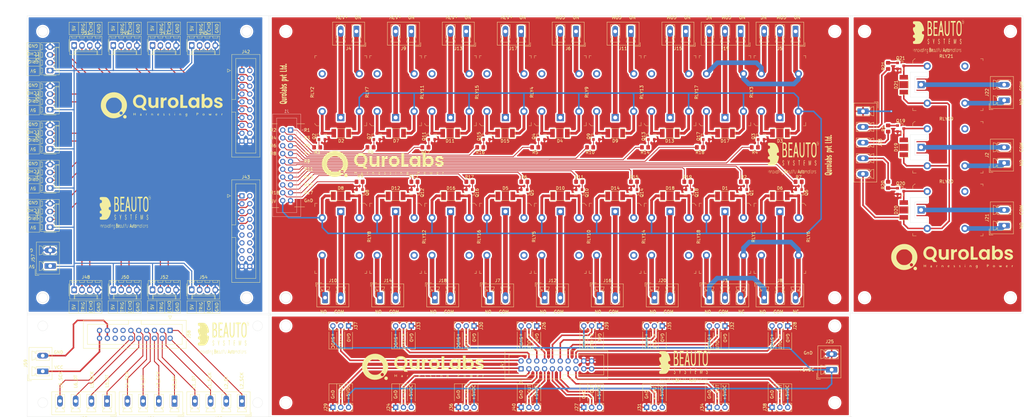
<source format=kicad_pcb>
(kicad_pcb (version 20171130) (host pcbnew "(5.1.12)-1")
  (layers (0 F.Cu signal) (31 B.Cu signal) (34 B.Paste user) (35 F.Paste user) (36 B.SilkS user) (37 F.SilkS user) (38 B.Mask user) (39 F.Mask user) (44 Edge.Cuts user))
  (net 0 "")
  (net 1 "Net-(D1-Pad2)")
  (net 2 +5V)
  (net 3 "Net-(D2-Pad2)")
  (net 4 "Net-(D3-Pad2)")
  (net 5 "Net-(D4-Pad2)")
  (net 6 "Net-(D5-Pad2)")
  (net 7 "Net-(D6-Pad2)")
  (net 8 "Net-(D7-Pad2)")
  (net 9 "Net-(D8-Pad2)")
  (net 10 "Net-(D9-Pad2)")
  (net 11 "Net-(D10-Pad2)")
  (net 12 "Net-(D11-Pad2)")
  (net 13 "Net-(D12-Pad2)")
  (net 14 "Net-(D13-Pad2)")
  (net 15 "Net-(D14-Pad2)")
  (net 16 "Net-(D15-Pad2)")
  (net 17 "Net-(D16-Pad2)")
  (net 18 "Net-(D17-Pad2)")
  (net 19 "Net-(D18-Pad2)")
  (net 20 GND)
  (net 21 "Net-(J4-Pad1)")
  (net 22 "Net-(J6-Pad1)")
  (net 23 "Net-(J7-Pad1)")
  (net 24 "Net-(J9-Pad1)")
  (net 25 "Net-(J10-Pad1)")
  (net 26 "Net-(J11-Pad1)")
  (net 27 "Net-(J12-Pad1)")
  (net 28 "Net-(J13-Pad1)")
  (net 29 "Net-(J14-Pad1)")
  (net 30 "Net-(J15-Pad1)")
  (net 31 "Net-(J16-Pad1)")
  (net 32 "Net-(J17-Pad1)")
  (net 33 "Net-(J18-Pad1)")
  (net 34 "Net-(J20-Pad1)")
  (net 35 "Net-(Q1-Pad1)")
  (net 36 "Net-(Q2-Pad1)")
  (net 37 "Net-(Q3-Pad1)")
  (net 38 "Net-(Q4-Pad1)")
  (net 39 "Net-(Q5-Pad1)")
  (net 40 "Net-(Q6-Pad1)")
  (net 41 "Net-(Q7-Pad1)")
  (net 42 "Net-(Q8-Pad1)")
  (net 43 "Net-(Q9-Pad1)")
  (net 44 "Net-(Q10-Pad1)")
  (net 45 "Net-(Q11-Pad1)")
  (net 46 "Net-(Q12-Pad1)")
  (net 47 "Net-(Q13-Pad1)")
  (net 48 "Net-(Q14-Pad1)")
  (net 49 "Net-(Q15-Pad1)")
  (net 50 "Net-(Q16-Pad1)")
  (net 51 "Net-(Q17-Pad1)")
  (net 52 "Net-(Q18-Pad1)")
  (net 53 17)
  (net 54 1)
  (net 55 9)
  (net 56 5)
  (net 57 13)
  (net 58 18)
  (net 59 2)
  (net 60 10)
  (net 61 6)
  (net 62 14)
  (net 63 3)
  (net 64 11)
  (net 65 7)
  (net 66 15)
  (net 67 4)
  (net 68 12)
  (net 69 8)
  (net 70 16)
  (net 71 "Net-(RLY2-Pad4)")
  (net 72 "Net-(RLY4-Pad4)")
  (net 73 "Net-(RLY5-Pad4)")
  (net 74 "Net-(RLY7-Pad4)")
  (net 75 "Net-(RLY8-Pad4)")
  (net 76 "Net-(RLY9-Pad4)")
  (net 77 "Net-(RLY10-Pad4)")
  (net 78 "Net-(RLY11-Pad4)")
  (net 79 "Net-(RLY12-Pad4)")
  (net 80 "Net-(RLY13-Pad4)")
  (net 81 "Net-(RLY14-Pad4)")
  (net 82 "Net-(RLY15-Pad4)")
  (net 83 "Net-(RLY16-Pad4)")
  (net 84 "Net-(RLY18-Pad4)")
  (net 85 "Net-(J3-Pad2)")
  (net 86 "Net-(J4-Pad2)")
  (net 87 "Net-(J5-Pad2)")
  (net 88 "Net-(J6-Pad2)")
  (net 89 "Net-(J7-Pad2)")
  (net 90 "Net-(J8-Pad2)")
  (net 91 "Net-(J9-Pad2)")
  (net 92 "Net-(J10-Pad2)")
  (net 93 "Net-(J11-Pad2)")
  (net 94 "Net-(J12-Pad2)")
  (net 95 "Net-(J13-Pad2)")
  (net 96 "Net-(J14-Pad2)")
  (net 97 "Net-(J15-Pad2)")
  (net 98 "Net-(J16-Pad2)")
  (net 99 "Net-(J17-Pad2)")
  (net 100 "Net-(J18-Pad2)")
  (net 101 "Net-(J19-Pad2)")
  (net 102 "Net-(J20-Pad2)")
  (net 103 +5P)
  (net 104 "Net-(D19-Pad2)")
  (net 105 "Net-(D20-Pad2)")
  (net 106 "Net-(D21-Pad2)")
  (net 107 "Net-(J2-Pad2)")
  (net 108 "Net-(J2-Pad1)")
  (net 109 "Net-(J21-Pad1)")
  (net 110 "Net-(J21-Pad2)")
  (net 111 "Net-(J22-Pad1)")
  (net 112 "Net-(J22-Pad2)")
  (net 113 GNDREF)
  (net 114 "Net-(Q19-Pad1)")
  (net 115 "Net-(Q20-Pad1)")
  (net 116 "Net-(Q21-Pad1)")
  (net 117 AC-1)
  (net 118 AC-2)
  (net 119 AC-3)
  (net 120 "Net-(RLY19-Pad4)")
  (net 121 "Net-(RLY20-Pad4)")
  (net 122 "Net-(RLY21-Pad4)")
  (net 123 +VDC)
  (net 124 A-2)
  (net 125 GNDD)
  (net 126 A-13)
  (net 127 A-5)
  (net 128 A-9)
  (net 129 A-1)
  (net 130 A-14)
  (net 131 A-6)
  (net 132 A-10)
  (net 133 A-15)
  (net 134 A-7)
  (net 135 A-11)
  (net 136 A-3)
  (net 137 A-16)
  (net 138 A-8)
  (net 139 A-12)
  (net 140 A-4)
  (net 141 NC)
  (net 142 NO)
  (net 143 NC-1)
  (net 144 NO-1)
  (net 145 GNDS)
  (net 146 U9_ECHO)
  (net 147 U8_ECHO)
  (net 148 U7_ECHO)
  (net 149 U6_ECHO)
  (net 150 U5_ECHO)
  (net 151 U4_ECHO)
  (net 152 U3_ECHO)
  (net 153 U2_ECHO)
  (net 154 U1_ECHO)
  (net 155 U9_TRIG)
  (net 156 U8_TRIG)
  (net 157 U7_TRIG)
  (net 158 U6_TRIG)
  (net 159 U5_TRIG)
  (net 160 U4_TRIG)
  (net 161 U3_TRIG)
  (net 162 U2_TRIG)
  (net 163 U1_TRIG)
  (net 164 U10_TRIG)
  (net 165 U11_TRIG)
  (net 166 U12_TRIG)
  (net 167 U13_TRIG)
  (net 168 "Net-(J43-Pad9)")
  (net 169 "Net-(J43-Pad11)")
  (net 170 "Net-(J43-Pad13)")
  (net 171 "Net-(J43-Pad15)")
  (net 172 "Net-(J43-Pad17)")
  (net 173 U10_ECHO)
  (net 174 U11_ECHO)
  (net 175 U12_ECHO)
  (net 176 U13_ECHO)
  (net 177 "Net-(J43-Pad10)")
  (net 178 "Net-(J43-Pad12)")
  (net 179 "Net-(J43-Pad14)")
  (net 180 "Net-(J43-Pad16)")
  (net 181 "Net-(J43-Pad18)")
  (net 182 +5C)
  (net 183 "Net-(J58-Pad13)")
  (net 184 "Net-(J58-Pad15)")
  (net 185 VC)
  (net 186 "Net-(J58-Pad14)")
  (net 187 "Net-(J58-Pad16)")
  (net 188 L1)
  (net 189 L3)
  (net 190 L5)
  (net 191 L7)
  (net 192 L9)
  (net 193 L11)
  (net 194 L2)
  (net 195 L4)
  (net 196 L6)
  (net 197 L8)
  (net 198 L10)
  (net 199 L12)
  (net 200 GD)
  (module LOGO:Beauto (layer F.Cu) (at -19 101.8)
    (fp_text reference G*** hide)
    (fp_text value LOGO hide)
  )
  (module LOGO:Beauto (layer F.Cu) (at 12.8 142.6)
    (fp_text reference G*** hide)
    (fp_text value LOGO hide)
  )
  (module LOGO:Beauto (layer F.Cu) (at 162.2 151.8)
    (fp_text reference G*** hide)
    (fp_text value LOGO hide)
  )
  (module LOGO:Beauto (layer F.Cu) (at 244.4 44.8)
    (fp_text reference G*** hide)
    (fp_text value LOGO hide)
  )
  (module LOGO:Beauto (layer F.Cu) (at 197.4 84.2)
    (fp_text reference G*** hide)
    (fp_text value LOGO hide)
  )
  (module "Logo:Quro labs" (layer F.Cu) (at 77.6 151.4)
    (fp_text reference G*** hide)
    (fp_text value LOGO hide)
  )
  (module "Logo:Quro labs" (layer F.Cu) (at -7 66.6)
    (fp_text reference G*** hide)
    (fp_text value LOGO hide)
  )
  (module "Logo:Quro labs" (layer F.Cu) (at 64.6 85.6)
    (fp_text reference G*** hide)
    (fp_text value LOGO hide)
  )
  (module "Logo:Quro labs" (layer F.Cu) (at 249 115.8)
    (fp_text reference G*** hide)
    (fp_text value LOGO hide)
  )
  (module digikey-footprints:Relay_THT_G5LE-14 (layer F.Cu) (at 139.7 71.12 90)
    (fp_text reference RLY9 (at 8.2 -9.225 90) (layer F.SilkS))
    (fp_text value G5LE-14_DC5-dk_Power-Relays-Over-2-Amps)
    (pad 4 thru_hole circle (at 14.2 -6 90) (size 2.3 2.3) (drill 1.3) (layers *.Cu *.Mask) (net 76 "Net-(RLY9-Pad4)"))
    (pad 3 thru_hole circle (at 14.2 6 90) (size 2.3 2.3) (drill 1.3) (layers *.Cu *.Mask) (net 26 "Net-(J11-Pad1)"))
    (pad 5 thru_hole circle (at 2 -6 90) (size 2.3 2.3) (drill 1.3) (layers *.Cu *.Mask) (net 10 "Net-(D9-Pad2)"))
    (pad 2 thru_hole circle (at 2 6 90) (size 2.3 2.3) (drill 1.3) (layers *.Cu *.Mask) (net 2 +5V))
    (pad 1 thru_hole rect (at 0 0 90) (size 2.3 2.3) (drill 1.3) (layers *.Cu *.Mask) (net 93 "Net-(J11-Pad2)"))
  )
  (module Diode_SMD:D_MELF (layer F.Cu) (at 175.26 96.52)
    (fp_text reference D1 (at 0 -2.5) (layer F.SilkS))
    (fp_text value SM4007)
    (pad 2 smd rect (at 2.4 0) (size 1.5 2.7) (layers F.Cu F.Paste F.Mask) (net 1 "Net-(D1-Pad2)"))
    (pad 1 smd rect (at -2.4 0) (size 1.5 2.7) (layers F.Cu F.Paste F.Mask) (net 2 +5V))
  )
  (module Diode_SMD:D_MELF (layer F.Cu) (at 50.94 76.2 180)
    (fp_text reference D2 (at 0 -2.5) (layer F.SilkS))
    (fp_text value SM4007)
    (pad 2 smd rect (at 2.4 0 180) (size 1.5 2.7) (layers F.Cu F.Paste F.Mask) (net 3 "Net-(D2-Pad2)"))
    (pad 1 smd rect (at -2.4 0 180) (size 1.5 2.7) (layers F.Cu F.Paste F.Mask) (net 2 +5V))
  )
  (module Diode_SMD:D_MELF (layer F.Cu) (at 193.04 76.2 180)
    (fp_text reference D3 (at 0 -2.5) (layer F.SilkS))
    (fp_text value SM4007)
    (pad 2 smd rect (at 2.4 0 180) (size 1.5 2.7) (layers F.Cu F.Paste F.Mask) (net 4 "Net-(D3-Pad2)"))
    (pad 1 smd rect (at -2.4 0 180) (size 1.5 2.7) (layers F.Cu F.Paste F.Mask) (net 2 +5V))
  )
  (module Diode_SMD:D_MELF (layer F.Cu) (at 121.78 76.2 180)
    (fp_text reference D4 (at 0 -2.5) (layer F.SilkS))
    (fp_text value SM4007)
    (pad 2 smd rect (at 2.4 0 180) (size 1.5 2.7) (layers F.Cu F.Paste F.Mask) (net 5 "Net-(D4-Pad2)"))
    (pad 1 smd rect (at -2.4 0 180) (size 1.5 2.7) (layers F.Cu F.Paste F.Mask) (net 2 +5V))
  )
  (module Diode_SMD:D_MELF (layer F.Cu) (at 104.14 96.52)
    (fp_text reference D5 (at 0 -2.5) (layer F.SilkS))
    (fp_text value SM4007)
    (pad 2 smd rect (at 2.4 0) (size 1.5 2.7) (layers F.Cu F.Paste F.Mask) (net 6 "Net-(D5-Pad2)"))
    (pad 1 smd rect (at -2.4 0) (size 1.5 2.7) (layers F.Cu F.Paste F.Mask) (net 2 +5V))
  )
  (module Diode_SMD:D_MELF (layer F.Cu) (at 193.04 96.52)
    (fp_text reference D6 (at 0 -2.5) (layer F.SilkS))
    (fp_text value SM4007)
    (pad 1 smd rect (at -2.4 0) (size 1.5 2.7) (layers F.Cu F.Paste F.Mask) (net 2 +5V))
    (pad 2 smd rect (at 2.4 0) (size 1.5 2.7) (layers F.Cu F.Paste F.Mask) (net 7 "Net-(D6-Pad2)"))
  )
  (module Diode_SMD:D_MELF (layer F.Cu) (at 68.72 76.2 180)
    (fp_text reference D7 (at 0 -2.5) (layer F.SilkS))
    (fp_text value SM4007)
    (pad 1 smd rect (at -2.4 0 180) (size 1.5 2.7) (layers F.Cu F.Paste F.Mask) (net 2 +5V))
    (pad 2 smd rect (at 2.4 0 180) (size 1.5 2.7) (layers F.Cu F.Paste F.Mask) (net 8 "Net-(D7-Pad2)"))
  )
  (module Diode_SMD:D_MELF (layer F.Cu) (at 50.8 96.52)
    (fp_text reference D8 (at 0 -2.5) (layer F.SilkS))
    (fp_text value SM4007)
    (pad 2 smd rect (at 2.4 0) (size 1.5 2.7) (layers F.Cu F.Paste F.Mask) (net 9 "Net-(D8-Pad2)"))
    (pad 1 smd rect (at -2.4 0) (size 1.5 2.7) (layers F.Cu F.Paste F.Mask) (net 2 +5V))
  )
  (module Diode_SMD:D_MELF (layer F.Cu) (at 139.7 76.2 180)
    (fp_text reference D9 (at 0 -2.5) (layer F.SilkS))
    (fp_text value SM4007)
    (pad 1 smd rect (at -2.4 0 180) (size 1.5 2.7) (layers F.Cu F.Paste F.Mask) (net 2 +5V))
    (pad 2 smd rect (at 2.4 0 180) (size 1.5 2.7) (layers F.Cu F.Paste F.Mask) (net 10 "Net-(D9-Pad2)"))
  )
  (module Diode_SMD:D_MELF (layer F.Cu) (at 121.92 96.52)
    (fp_text reference D10 (at 0 -2.5) (layer F.SilkS))
    (fp_text value SM4007)
    (pad 1 smd rect (at -2.4 0) (size 1.5 2.7) (layers F.Cu F.Paste F.Mask) (net 2 +5V))
    (pad 2 smd rect (at 2.4 0) (size 1.5 2.7) (layers F.Cu F.Paste F.Mask) (net 11 "Net-(D10-Pad2)"))
  )
  (module Diode_SMD:D_MELF (layer F.Cu) (at 86.22 76.2 180)
    (fp_text reference D11 (at 0 -2.5) (layer F.SilkS))
    (fp_text value SM4007)
    (pad 1 smd rect (at -2.4 0 180) (size 1.5 2.7) (layers F.Cu F.Paste F.Mask) (net 2 +5V))
    (pad 2 smd rect (at 2.4 0 180) (size 1.5 2.7) (layers F.Cu F.Paste F.Mask) (net 12 "Net-(D11-Pad2)"))
  )
  (module Diode_SMD:D_MELF (layer F.Cu) (at 68.58 96.52)
    (fp_text reference D12 (at 0 -2.5) (layer F.SilkS))
    (fp_text value SM4007)
    (pad 2 smd rect (at 2.4 0) (size 1.5 2.7) (layers F.Cu F.Paste F.Mask) (net 13 "Net-(D12-Pad2)"))
    (pad 1 smd rect (at -2.4 0) (size 1.5 2.7) (layers F.Cu F.Paste F.Mask) (net 2 +5V))
  )
  (module Diode_SMD:D_MELF (layer F.Cu) (at 157.34 76.2 180)
    (fp_text reference D13 (at 0 -2.5) (layer F.SilkS))
    (fp_text value SM4007)
    (pad 1 smd rect (at -2.4 0 180) (size 1.5 2.7) (layers F.Cu F.Paste F.Mask) (net 2 +5V))
    (pad 2 smd rect (at 2.4 0 180) (size 1.5 2.7) (layers F.Cu F.Paste F.Mask) (net 14 "Net-(D13-Pad2)"))
  )
  (module Diode_SMD:D_MELF (layer F.Cu) (at 139.7 96.52)
    (fp_text reference D14 (at 0 -2.5) (layer F.SilkS))
    (fp_text value SM4007)
    (pad 2 smd rect (at 2.4 0) (size 1.5 2.7) (layers F.Cu F.Paste F.Mask) (net 15 "Net-(D14-Pad2)"))
    (pad 1 smd rect (at -2.4 0) (size 1.5 2.7) (layers F.Cu F.Paste F.Mask) (net 2 +5V))
  )
  (module Diode_SMD:D_MELF (layer F.Cu) (at 104 76.2 180)
    (fp_text reference D15 (at 0 -2.5) (layer F.SilkS))
    (fp_text value SM4007)
    (pad 2 smd rect (at 2.4 0 180) (size 1.5 2.7) (layers F.Cu F.Paste F.Mask) (net 16 "Net-(D15-Pad2)"))
    (pad 1 smd rect (at -2.4 0 180) (size 1.5 2.7) (layers F.Cu F.Paste F.Mask) (net 2 +5V))
  )
  (module Diode_SMD:D_MELF (layer F.Cu) (at 86.5 96.52)
    (fp_text reference D16 (at 0 -2.5) (layer F.SilkS))
    (fp_text value SM4007)
    (pad 1 smd rect (at -2.4 0) (size 1.5 2.7) (layers F.Cu F.Paste F.Mask) (net 2 +5V))
    (pad 2 smd rect (at 2.4 0) (size 1.5 2.7) (layers F.Cu F.Paste F.Mask) (net 17 "Net-(D16-Pad2)"))
  )
  (module Diode_SMD:D_MELF (layer F.Cu) (at 175.26 76.2 180)
    (fp_text reference D17 (at 0 -2.5) (layer F.SilkS))
    (fp_text value SM4007)
    (pad 1 smd rect (at -2.4 0 180) (size 1.5 2.7) (layers F.Cu F.Paste F.Mask) (net 2 +5V))
    (pad 2 smd rect (at 2.4 0 180) (size 1.5 2.7) (layers F.Cu F.Paste F.Mask) (net 18 "Net-(D17-Pad2)"))
  )
  (module Diode_SMD:D_MELF (layer F.Cu) (at 157.48 96.52)
    (fp_text reference D18 (at 0 -2.5) (layer F.SilkS))
    (fp_text value SM4007)
    (pad 1 smd rect (at -2.4 0) (size 1.5 2.7) (layers F.Cu F.Paste F.Mask) (net 2 +5V))
    (pad 2 smd rect (at 2.4 0) (size 1.5 2.7) (layers F.Cu F.Paste F.Mask) (net 19 "Net-(D18-Pad2)"))
  )
  (module Connector_Phoenix_MC_HighVoltage:PhoenixContact_MCV_1,5_2-G-5.08_1x02_P5.08mm_Vertical (layer F.Cu) (at 55.88 43.18 180)
    (fp_text reference J4 (at 2.54 -5.55) (layer F.SilkS))
    (fp_text value 5.08mm)
    (pad 1 thru_hole roundrect (at 0 0 180) (size 1.8 3.6) (drill 1.2) (layers *.Cu *.Mask) (roundrect_rratio 0.1388888888888889) (net 21 "Net-(J4-Pad1)"))
    (pad 2 thru_hole oval (at 5.08 0 180) (size 1.8 3.6) (drill 1.2) (layers *.Cu *.Mask) (net 86 "Net-(J4-Pad2)"))
  )
  (module Connector_Phoenix_MC_HighVoltage:PhoenixContact_MCV_1,5_2-G-5.08_1x02_P5.08mm_Vertical (layer F.Cu) (at 127 43.18 180)
    (fp_text reference J6 (at 2.54 -5.55) (layer F.SilkS))
    (fp_text value 5.08mm)
    (pad 1 thru_hole roundrect (at 0 0 180) (size 1.8 3.6) (drill 1.2) (layers *.Cu *.Mask) (roundrect_rratio 0.1388888888888889) (net 22 "Net-(J6-Pad1)"))
    (pad 2 thru_hole oval (at 5.08 0 180) (size 1.8 3.6) (drill 1.2) (layers *.Cu *.Mask) (net 88 "Net-(J6-Pad2)"))
  )
  (module Connector_Phoenix_MC_HighVoltage:PhoenixContact_MCV_1,5_2-G-5.08_1x02_P5.08mm_Vertical (layer F.Cu) (at 99.06 129.54)
    (fp_text reference J7 (at 2.54 -5.55) (layer F.SilkS))
    (fp_text value 5.08mm)
    (pad 1 thru_hole roundrect (at 0 0) (size 1.8 3.6) (drill 1.2) (layers *.Cu *.Mask) (roundrect_rratio 0.1388888888888889) (net 23 "Net-(J7-Pad1)"))
    (pad 2 thru_hole oval (at 5.08 0) (size 1.8 3.6) (drill 1.2) (layers *.Cu *.Mask) (net 89 "Net-(J7-Pad2)"))
  )
  (module Connector_Phoenix_MC_HighVoltage:PhoenixContact_MCV_1,5_2-G-5.08_1x02_P5.08mm_Vertical (layer F.Cu) (at 73.66 43.18 180)
    (fp_text reference J9 (at 2.54 -5.55) (layer F.SilkS))
    (fp_text value 5.08mm)
    (pad 1 thru_hole roundrect (at 0 0 180) (size 1.8 3.6) (drill 1.2) (layers *.Cu *.Mask) (roundrect_rratio 0.1388888888888889) (net 24 "Net-(J9-Pad1)"))
    (pad 2 thru_hole oval (at 5.08 0 180) (size 1.8 3.6) (drill 1.2) (layers *.Cu *.Mask) (net 91 "Net-(J9-Pad2)"))
  )
  (module Connector_Phoenix_MC_HighVoltage:PhoenixContact_MCV_1,5_2-G-5.08_1x02_P5.08mm_Vertical (layer F.Cu) (at 45.72 129.54)
    (fp_text reference J10 (at 2.54 -5.55) (layer F.SilkS))
    (fp_text value 5.08mm)
    (pad 1 thru_hole roundrect (at 0 0) (size 1.8 3.6) (drill 1.2) (layers *.Cu *.Mask) (roundrect_rratio 0.1388888888888889) (net 25 "Net-(J10-Pad1)"))
    (pad 2 thru_hole oval (at 5.08 0) (size 1.8 3.6) (drill 1.2) (layers *.Cu *.Mask) (net 92 "Net-(J10-Pad2)"))
  )
  (module Connector_Phoenix_MC_HighVoltage:PhoenixContact_MCV_1,5_2-G-5.08_1x02_P5.08mm_Vertical (layer F.Cu) (at 144.78 43.18 180)
    (fp_text reference J11 (at 2.54 -5.55) (layer F.SilkS))
    (fp_text value 5.08mm)
    (pad 2 thru_hole oval (at 5.08 0 180) (size 1.8 3.6) (drill 1.2) (layers *.Cu *.Mask) (net 93 "Net-(J11-Pad2)"))
    (pad 1 thru_hole roundrect (at 0 0 180) (size 1.8 3.6) (drill 1.2) (layers *.Cu *.Mask) (roundrect_rratio 0.1388888888888889) (net 26 "Net-(J11-Pad1)"))
  )
  (module Connector_Phoenix_MC_HighVoltage:PhoenixContact_MCV_1,5_2-G-5.08_1x02_P5.08mm_Vertical (layer F.Cu) (at 116.84 129.54)
    (fp_text reference J12 (at 2.54 -5.55) (layer F.SilkS))
    (fp_text value 5.08mm)
    (pad 2 thru_hole oval (at 5.08 0) (size 1.8 3.6) (drill 1.2) (layers *.Cu *.Mask) (net 94 "Net-(J12-Pad2)"))
    (pad 1 thru_hole roundrect (at 0 0) (size 1.8 3.6) (drill 1.2) (layers *.Cu *.Mask) (roundrect_rratio 0.1388888888888889) (net 27 "Net-(J12-Pad1)"))
  )
  (module Connector_Phoenix_MC_HighVoltage:PhoenixContact_MCV_1,5_2-G-5.08_1x02_P5.08mm_Vertical (layer F.Cu) (at 91.44 43.18 180)
    (fp_text reference J13 (at 2.54 -5.55) (layer F.SilkS))
    (fp_text value 5.08mm)
    (pad 2 thru_hole oval (at 5.08 0 180) (size 1.8 3.6) (drill 1.2) (layers *.Cu *.Mask) (net 95 "Net-(J13-Pad2)"))
    (pad 1 thru_hole roundrect (at 0 0 180) (size 1.8 3.6) (drill 1.2) (layers *.Cu *.Mask) (roundrect_rratio 0.1388888888888889) (net 28 "Net-(J13-Pad1)"))
  )
  (module Connector_Phoenix_MC_HighVoltage:PhoenixContact_MCV_1,5_2-G-5.08_1x02_P5.08mm_Vertical (layer F.Cu) (at 63.5 129.54)
    (fp_text reference J14 (at 2.54 -5.55) (layer F.SilkS))
    (fp_text value 5.08mm)
    (pad 1 thru_hole roundrect (at 0 0) (size 1.8 3.6) (drill 1.2) (layers *.Cu *.Mask) (roundrect_rratio 0.1388888888888889) (net 29 "Net-(J14-Pad1)"))
    (pad 2 thru_hole oval (at 5.08 0) (size 1.8 3.6) (drill 1.2) (layers *.Cu *.Mask) (net 96 "Net-(J14-Pad2)"))
  )
  (module Connector_Phoenix_MC_HighVoltage:PhoenixContact_MCV_1,5_2-G-5.08_1x02_P5.08mm_Vertical (layer F.Cu) (at 162.56 43.18 180)
    (fp_text reference J15 (at 2.54 -5.55) (layer F.SilkS))
    (fp_text value 5.08mm)
    (pad 1 thru_hole roundrect (at 0 0 180) (size 1.8 3.6) (drill 1.2) (layers *.Cu *.Mask) (roundrect_rratio 0.1388888888888889) (net 30 "Net-(J15-Pad1)"))
    (pad 2 thru_hole oval (at 5.08 0 180) (size 1.8 3.6) (drill 1.2) (layers *.Cu *.Mask) (net 97 "Net-(J15-Pad2)"))
  )
  (module Connector_Phoenix_MC_HighVoltage:PhoenixContact_MCV_1,5_2-G-5.08_1x02_P5.08mm_Vertical (layer F.Cu) (at 134.62 129.54)
    (fp_text reference J16 (at 2.54 -5.55) (layer F.SilkS))
    (fp_text value 5.08mm)
    (pad 2 thru_hole oval (at 5.08 0) (size 1.8 3.6) (drill 1.2) (layers *.Cu *.Mask) (net 98 "Net-(J16-Pad2)"))
    (pad 1 thru_hole roundrect (at 0 0) (size 1.8 3.6) (drill 1.2) (layers *.Cu *.Mask) (roundrect_rratio 0.1388888888888889) (net 31 "Net-(J16-Pad1)"))
  )
  (module Connector_Phoenix_MC_HighVoltage:PhoenixContact_MCV_1,5_2-G-5.08_1x02_P5.08mm_Vertical (layer F.Cu) (at 109.22 43.18 180)
    (fp_text reference J17 (at 2.54 -5.55) (layer F.SilkS))
    (fp_text value 5.08mm)
    (pad 2 thru_hole oval (at 5.08 0 180) (size 1.8 3.6) (drill 1.2) (layers *.Cu *.Mask) (net 99 "Net-(J17-Pad2)"))
    (pad 1 thru_hole roundrect (at 0 0 180) (size 1.8 3.6) (drill 1.2) (layers *.Cu *.Mask) (roundrect_rratio 0.1388888888888889) (net 32 "Net-(J17-Pad1)"))
  )
  (module Connector_Phoenix_MC_HighVoltage:PhoenixContact_MCV_1,5_2-G-5.08_1x02_P5.08mm_Vertical (layer F.Cu) (at 81.28 129.54)
    (fp_text reference J18 (at 2.54 -5.55) (layer F.SilkS))
    (fp_text value 5.08mm)
    (pad 2 thru_hole oval (at 5.08 0) (size 1.8 3.6) (drill 1.2) (layers *.Cu *.Mask) (net 100 "Net-(J18-Pad2)"))
    (pad 1 thru_hole roundrect (at 0 0) (size 1.8 3.6) (drill 1.2) (layers *.Cu *.Mask) (roundrect_rratio 0.1388888888888889) (net 33 "Net-(J18-Pad1)"))
  )
  (module Connector_Phoenix_MC_HighVoltage:PhoenixContact_MCV_1,5_2-G-5.08_1x02_P5.08mm_Vertical (layer F.Cu) (at 152.4 129.54)
    (fp_text reference J20 (at 2.54 -5.55) (layer F.SilkS))
    (fp_text value 5.08mm)
    (pad 1 thru_hole roundrect (at 0 0) (size 1.8 3.6) (drill 1.2) (layers *.Cu *.Mask) (roundrect_rratio 0.1388888888888889) (net 34 "Net-(J20-Pad1)"))
    (pad 2 thru_hole oval (at 5.08 0) (size 1.8 3.6) (drill 1.2) (layers *.Cu *.Mask) (net 102 "Net-(J20-Pad2)"))
  )
  (module Package_TO_SOT_SMD:SOT-23 (layer F.Cu) (at 181.356 95.504 270)
    (fp_text reference Q1 (at 0 -2.5 90) (layer F.SilkS))
    (fp_text value BC847)
    (pad 3 smd rect (at 1 0 270) (size 0.9 0.8) (layers F.Cu F.Paste F.Mask) (net 1 "Net-(D1-Pad2)"))
    (pad 2 smd rect (at -1 0.95 270) (size 0.9 0.8) (layers F.Cu F.Paste F.Mask) (net 20 GND))
    (pad 1 smd rect (at -1 -0.95 270) (size 0.9 0.8) (layers F.Cu F.Paste F.Mask) (net 35 "Net-(Q1-Pad1)"))
  )
  (module Package_TO_SOT_SMD:SOT-23 (layer F.Cu) (at 44.704 77.216 90)
    (fp_text reference Q2 (at 0 -2.5 90) (layer F.SilkS))
    (fp_text value BC847)
    (pad 3 smd rect (at 1 0 90) (size 0.9 0.8) (layers F.Cu F.Paste F.Mask) (net 3 "Net-(D2-Pad2)"))
    (pad 2 smd rect (at -1 0.95 90) (size 0.9 0.8) (layers F.Cu F.Paste F.Mask) (net 20 GND))
    (pad 1 smd rect (at -1 -0.95 90) (size 0.9 0.8) (layers F.Cu F.Paste F.Mask) (net 36 "Net-(Q2-Pad1)"))
  )
  (module Package_TO_SOT_SMD:SOT-23 (layer F.Cu) (at 186.944 77.216 90)
    (fp_text reference Q3 (at 0 -2.5 90) (layer F.SilkS))
    (fp_text value BC847)
    (pad 1 smd rect (at -1 -0.95 90) (size 0.9 0.8) (layers F.Cu F.Paste F.Mask) (net 37 "Net-(Q3-Pad1)"))
    (pad 2 smd rect (at -1 0.95 90) (size 0.9 0.8) (layers F.Cu F.Paste F.Mask) (net 20 GND))
    (pad 3 smd rect (at 1 0 90) (size 0.9 0.8) (layers F.Cu F.Paste F.Mask) (net 4 "Net-(D3-Pad2)"))
  )
  (module Package_TO_SOT_SMD:SOT-23 (layer F.Cu) (at 115.824 77.216 90)
    (fp_text reference Q4 (at 0 -2.5 90) (layer F.SilkS))
    (fp_text value BC847)
    (pad 1 smd rect (at -1 -0.95 90) (size 0.9 0.8) (layers F.Cu F.Paste F.Mask) (net 38 "Net-(Q4-Pad1)"))
    (pad 2 smd rect (at -1 0.95 90) (size 0.9 0.8) (layers F.Cu F.Paste F.Mask) (net 20 GND))
    (pad 3 smd rect (at 1 0 90) (size 0.9 0.8) (layers F.Cu F.Paste F.Mask) (net 5 "Net-(D4-Pad2)"))
  )
  (module Package_TO_SOT_SMD:SOT-23 (layer F.Cu) (at 110.236 95.52 270)
    (fp_text reference Q5 (at 0 -2.5 90) (layer F.SilkS))
    (fp_text value BC847)
    (pad 3 smd rect (at 1 0 270) (size 0.9 0.8) (layers F.Cu F.Paste F.Mask) (net 6 "Net-(D5-Pad2)"))
    (pad 2 smd rect (at -1 0.95 270) (size 0.9 0.8) (layers F.Cu F.Paste F.Mask) (net 20 GND))
    (pad 1 smd rect (at -1 -0.95 270) (size 0.9 0.8) (layers F.Cu F.Paste F.Mask) (net 39 "Net-(Q5-Pad1)"))
  )
  (module Package_TO_SOT_SMD:SOT-23 (layer F.Cu) (at 199.136 95.504 270)
    (fp_text reference Q6 (at 0 -2.5 90) (layer F.SilkS))
    (fp_text value BC847)
    (pad 1 smd rect (at -1 -0.95 270) (size 0.9 0.8) (layers F.Cu F.Paste F.Mask) (net 40 "Net-(Q6-Pad1)"))
    (pad 2 smd rect (at -1 0.95 270) (size 0.9 0.8) (layers F.Cu F.Paste F.Mask) (net 20 GND))
    (pad 3 smd rect (at 1 0 270) (size 0.9 0.8) (layers F.Cu F.Paste F.Mask) (net 7 "Net-(D6-Pad2)"))
  )
  (module Package_TO_SOT_SMD:SOT-23 (layer F.Cu) (at 62.484 77.216 90)
    (fp_text reference Q7 (at 0 -2.5 90) (layer F.SilkS))
    (fp_text value BC847)
    (pad 3 smd rect (at 1 0 90) (size 0.9 0.8) (layers F.Cu F.Paste F.Mask) (net 8 "Net-(D7-Pad2)"))
    (pad 2 smd rect (at -1 0.95 90) (size 0.9 0.8) (layers F.Cu F.Paste F.Mask) (net 20 GND))
    (pad 1 smd rect (at -1 -0.95 90) (size 0.9 0.8) (layers F.Cu F.Paste F.Mask) (net 41 "Net-(Q7-Pad1)"))
  )
  (module Package_TO_SOT_SMD:SOT-23 (layer F.Cu) (at 56.896 95.504 270)
    (fp_text reference Q8 (at 0 -2.5 90) (layer F.SilkS))
    (fp_text value BC847)
    (pad 1 smd rect (at -1 -0.95 270) (size 0.9 0.8) (layers F.Cu F.Paste F.Mask) (net 42 "Net-(Q8-Pad1)"))
    (pad 2 smd rect (at -1 0.95 270) (size 0.9 0.8) (layers F.Cu F.Paste F.Mask) (net 20 GND))
    (pad 3 smd rect (at 1 0 270) (size 0.9 0.8) (layers F.Cu F.Paste F.Mask) (net 9 "Net-(D8-Pad2)"))
  )
  (module Package_TO_SOT_SMD:SOT-23 (layer F.Cu) (at 133.604 77.216 90)
    (fp_text reference Q9 (at 0 -2.5 90) (layer F.SilkS))
    (fp_text value BC847)
    (pad 1 smd rect (at -1 -0.95 90) (size 0.9 0.8) (layers F.Cu F.Paste F.Mask) (net 43 "Net-(Q9-Pad1)"))
    (pad 2 smd rect (at -1 0.95 90) (size 0.9 0.8) (layers F.Cu F.Paste F.Mask) (net 20 GND))
    (pad 3 smd rect (at 1 0 90) (size 0.9 0.8) (layers F.Cu F.Paste F.Mask) (net 10 "Net-(D9-Pad2)"))
  )
  (module Package_TO_SOT_SMD:SOT-23 (layer F.Cu) (at 128.016 95.52 270)
    (fp_text reference Q10 (at 0 -2.5 90) (layer F.SilkS))
    (fp_text value BC847)
    (pad 1 smd rect (at -1 -0.95 270) (size 0.9 0.8) (layers F.Cu F.Paste F.Mask) (net 44 "Net-(Q10-Pad1)"))
    (pad 2 smd rect (at -1 0.95 270) (size 0.9 0.8) (layers F.Cu F.Paste F.Mask) (net 20 GND))
    (pad 3 smd rect (at 1 0 270) (size 0.9 0.8) (layers F.Cu F.Paste F.Mask) (net 11 "Net-(D10-Pad2)"))
  )
  (module Package_TO_SOT_SMD:SOT-23 (layer F.Cu) (at 80.264 77.2 90)
    (fp_text reference Q11 (at 0 -2.5 90) (layer F.SilkS))
    (fp_text value BC847)
    (pad 3 smd rect (at 1 0 90) (size 0.9 0.8) (layers F.Cu F.Paste F.Mask) (net 12 "Net-(D11-Pad2)"))
    (pad 2 smd rect (at -1 0.95 90) (size 0.9 0.8) (layers F.Cu F.Paste F.Mask) (net 20 GND))
    (pad 1 smd rect (at -1 -0.95 90) (size 0.9 0.8) (layers F.Cu F.Paste F.Mask) (net 45 "Net-(Q11-Pad1)"))
  )
  (module Package_TO_SOT_SMD:SOT-23 (layer F.Cu) (at 74.676 95.504 270)
    (fp_text reference Q12 (at 0 -2.5 90) (layer F.SilkS))
    (fp_text value BC847)
    (pad 1 smd rect (at -1 -0.95 270) (size 0.9 0.8) (layers F.Cu F.Paste F.Mask) (net 46 "Net-(Q12-Pad1)"))
    (pad 2 smd rect (at -1 0.95 270) (size 0.9 0.8) (layers F.Cu F.Paste F.Mask) (net 20 GND))
    (pad 3 smd rect (at 1 0 270) (size 0.9 0.8) (layers F.Cu F.Paste F.Mask) (net 13 "Net-(D12-Pad2)"))
  )
  (module Package_TO_SOT_SMD:SOT-23 (layer F.Cu) (at 151.384 77.216 90)
    (fp_text reference Q13 (at 0 -2.5 90) (layer F.SilkS))
    (fp_text value BC847)
    (pad 3 smd rect (at 1 0 90) (size 0.9 0.8) (layers F.Cu F.Paste F.Mask) (net 14 "Net-(D13-Pad2)"))
    (pad 2 smd rect (at -1 0.95 90) (size 0.9 0.8) (layers F.Cu F.Paste F.Mask) (net 20 GND))
    (pad 1 smd rect (at -1 -0.95 90) (size 0.9 0.8) (layers F.Cu F.Paste F.Mask) (net 47 "Net-(Q13-Pad1)"))
  )
  (module Package_TO_SOT_SMD:SOT-23 (layer F.Cu) (at 145.796 95.52 270)
    (fp_text reference Q14 (at 0 -2.5 90) (layer F.SilkS))
    (fp_text value BC847)
    (pad 1 smd rect (at -1 -0.95 270) (size 0.9 0.8) (layers F.Cu F.Paste F.Mask) (net 48 "Net-(Q14-Pad1)"))
    (pad 2 smd rect (at -1 0.95 270) (size 0.9 0.8) (layers F.Cu F.Paste F.Mask) (net 20 GND))
    (pad 3 smd rect (at 1 0 270) (size 0.9 0.8) (layers F.Cu F.Paste F.Mask) (net 15 "Net-(D14-Pad2)"))
  )
  (module Package_TO_SOT_SMD:SOT-23 (layer F.Cu) (at 98.044 77.2 90)
    (fp_text reference Q15 (at 0 -2.5 90) (layer F.SilkS))
    (fp_text value BC847)
    (pad 1 smd rect (at -1 -0.95 90) (size 0.9 0.8) (layers F.Cu F.Paste F.Mask) (net 49 "Net-(Q15-Pad1)"))
    (pad 2 smd rect (at -1 0.95 90) (size 0.9 0.8) (layers F.Cu F.Paste F.Mask) (net 20 GND))
    (pad 3 smd rect (at 1 0 90) (size 0.9 0.8) (layers F.Cu F.Paste F.Mask) (net 16 "Net-(D15-Pad2)"))
  )
  (module Package_TO_SOT_SMD:SOT-23 (layer F.Cu) (at 92.456 95.504 270)
    (fp_text reference Q16 (at 0 -2.5 90) (layer F.SilkS))
    (fp_text value BC847)
    (pad 3 smd rect (at 1 0 270) (size 0.9 0.8) (layers F.Cu F.Paste F.Mask) (net 17 "Net-(D16-Pad2)"))
    (pad 2 smd rect (at -1 0.95 270) (size 0.9 0.8) (layers F.Cu F.Paste F.Mask) (net 20 GND))
    (pad 1 smd rect (at -1 -0.95 270) (size 0.9 0.8) (layers F.Cu F.Paste F.Mask) (net 50 "Net-(Q16-Pad1)"))
  )
  (module Package_TO_SOT_SMD:SOT-23 (layer F.Cu) (at 169.164 77.216 90)
    (fp_text reference Q17 (at 0 -2.5 90) (layer F.SilkS))
    (fp_text value BC847)
    (pad 3 smd rect (at 1 0 90) (size 0.9 0.8) (layers F.Cu F.Paste F.Mask) (net 18 "Net-(D17-Pad2)"))
    (pad 2 smd rect (at -1 0.95 90) (size 0.9 0.8) (layers F.Cu F.Paste F.Mask) (net 20 GND))
    (pad 1 smd rect (at -1 -0.95 90) (size 0.9 0.8) (layers F.Cu F.Paste F.Mask) (net 51 "Net-(Q17-Pad1)"))
  )
  (module Package_TO_SOT_SMD:SOT-23 (layer F.Cu) (at 163.576 95.504 270)
    (fp_text reference Q18 (at 0 -2.5 90) (layer F.SilkS))
    (fp_text value BC847)
    (pad 3 smd rect (at 1 0 270) (size 0.9 0.8) (layers F.Cu F.Paste F.Mask) (net 19 "Net-(D18-Pad2)"))
    (pad 2 smd rect (at -1 0.95 270) (size 0.9 0.8) (layers F.Cu F.Paste F.Mask) (net 20 GND))
    (pad 1 smd rect (at -1 -0.95 270) (size 0.9 0.8) (layers F.Cu F.Paste F.Mask) (net 52 "Net-(Q18-Pad1)"))
  )
  (module Resistor_SMD:R_0805_2012Metric_Pad1.20x1.40mm_HandSolder (layer F.Cu) (at 181.372 91.948 180)
    (fp_text reference R2 (at 0.016 1.524) (layer F.SilkS))
    (fp_text value R)
    (pad 2 smd roundrect (at 1 0 180) (size 1.2 1.4) (layers F.Cu F.Paste F.Mask) (roundrect_rratio 0.2083325) (net 64 11))
    (pad 1 smd roundrect (at -1 0 180) (size 1.2 1.4) (layers F.Cu F.Paste F.Mask) (roundrect_rratio 0.2083325) (net 35 "Net-(Q1-Pad1)"))
  )
  (module Resistor_SMD:R_0805_2012Metric_Pad1.20x1.40mm_HandSolder (layer F.Cu) (at 43.18 80.772 180)
    (fp_text reference R3 (at 0 -1.65) (layer F.SilkS))
    (fp_text value R)
    (pad 2 smd roundrect (at 1 0 180) (size 1.2 1.4) (layers F.Cu F.Paste F.Mask) (roundrect_rratio 0.2083325) (net 54 1))
    (pad 1 smd roundrect (at -1 0 180) (size 1.2 1.4) (layers F.Cu F.Paste F.Mask) (roundrect_rratio 0.2083325) (net 36 "Net-(Q2-Pad1)"))
  )
  (module Resistor_SMD:R_0805_2012Metric_Pad1.20x1.40mm_HandSolder (layer F.Cu) (at 184.928 80.772 180)
    (fp_text reference R4 (at 0 -1.65) (layer F.SilkS))
    (fp_text value R)
    (pad 1 smd roundrect (at -1 0 180) (size 1.2 1.4) (layers F.Cu F.Paste F.Mask) (roundrect_rratio 0.2083325) (net 37 "Net-(Q3-Pad1)"))
    (pad 2 smd roundrect (at 1 0 180) (size 1.2 1.4) (layers F.Cu F.Paste F.Mask) (roundrect_rratio 0.2083325) (net 55 9))
  )
  (module Resistor_SMD:R_0805_2012Metric_Pad1.20x1.40mm_HandSolder (layer F.Cu) (at 113.792 80.772 180)
    (fp_text reference R5 (at 0 -1.65) (layer F.SilkS))
    (fp_text value R)
    (pad 1 smd roundrect (at -1 0 180) (size 1.2 1.4) (layers F.Cu F.Paste F.Mask) (roundrect_rratio 0.2083325) (net 38 "Net-(Q4-Pad1)"))
    (pad 2 smd roundrect (at 1 0 180) (size 1.2 1.4) (layers F.Cu F.Paste F.Mask) (roundrect_rratio 0.2083325) (net 56 5))
  )
  (module Resistor_SMD:R_0805_2012Metric_Pad1.20x1.40mm_HandSolder (layer F.Cu) (at 110.252 91.948 180)
    (fp_text reference R6 (at 0.016 1.524) (layer F.SilkS))
    (fp_text value R)
    (pad 2 smd roundrect (at 1 0 180) (size 1.2 1.4) (layers F.Cu F.Paste F.Mask) (roundrect_rratio 0.2083325) (net 66 15))
    (pad 1 smd roundrect (at -1 0 180) (size 1.2 1.4) (layers F.Cu F.Paste F.Mask) (roundrect_rratio 0.2083325) (net 39 "Net-(Q5-Pad1)"))
  )
  (module Resistor_SMD:R_0805_2012Metric_Pad1.20x1.40mm_HandSolder (layer F.Cu) (at 199.12 91.948 180)
    (fp_text reference R7 (at 0 1.524) (layer F.SilkS))
    (fp_text value R)
    (pad 2 smd roundrect (at 1 0 180) (size 1.2 1.4) (layers F.Cu F.Paste F.Mask) (roundrect_rratio 0.2083325) (net 60 10))
    (pad 1 smd roundrect (at -1 0 180) (size 1.2 1.4) (layers F.Cu F.Paste F.Mask) (roundrect_rratio 0.2083325) (net 40 "Net-(Q6-Pad1)"))
  )
  (module Resistor_SMD:R_0805_2012Metric_Pad1.20x1.40mm_HandSolder (layer F.Cu) (at 60.452 80.772 180)
    (fp_text reference R8 (at 0 -1.65) (layer F.SilkS))
    (fp_text value R)
    (pad 2 smd roundrect (at 1 0 180) (size 1.2 1.4) (layers F.Cu F.Paste F.Mask) (roundrect_rratio 0.2083325) (net 59 2))
    (pad 1 smd roundrect (at -1 0 180) (size 1.2 1.4) (layers F.Cu F.Paste F.Mask) (roundrect_rratio 0.2083325) (net 41 "Net-(Q7-Pad1)"))
  )
  (module Resistor_SMD:R_0805_2012Metric_Pad1.20x1.40mm_HandSolder (layer F.Cu) (at 56.896 91.948 180)
    (fp_text reference R9 (at -0.254 1.778) (layer F.SilkS))
    (fp_text value R)
    (pad 1 smd roundrect (at -1 0 180) (size 1.2 1.4) (layers F.Cu F.Paste F.Mask) (roundrect_rratio 0.2083325) (net 42 "Net-(Q8-Pad1)"))
    (pad 2 smd roundrect (at 1 0 180) (size 1.2 1.4) (layers F.Cu F.Paste F.Mask) (roundrect_rratio 0.2083325) (net 58 18))
  )
  (module Resistor_SMD:R_0805_2012Metric_Pad1.20x1.40mm_HandSolder (layer F.Cu) (at 131.588 80.772 180)
    (fp_text reference R10 (at 0 -1.65) (layer F.SilkS))
    (fp_text value R)
    (pad 2 smd roundrect (at 1 0 180) (size 1.2 1.4) (layers F.Cu F.Paste F.Mask) (roundrect_rratio 0.2083325) (net 61 6))
    (pad 1 smd roundrect (at -1 0 180) (size 1.2 1.4) (layers F.Cu F.Paste F.Mask) (roundrect_rratio 0.2083325) (net 43 "Net-(Q9-Pad1)"))
  )
  (module Resistor_SMD:R_0805_2012Metric_Pad1.20x1.40mm_HandSolder (layer F.Cu) (at 128.032 91.948 180)
    (fp_text reference R11 (at 0 1.524) (layer F.SilkS))
    (fp_text value R)
    (pad 2 smd roundrect (at 1 0 180) (size 1.2 1.4) (layers F.Cu F.Paste F.Mask) (roundrect_rratio 0.2083325) (net 62 14))
    (pad 1 smd roundrect (at -1 0 180) (size 1.2 1.4) (layers F.Cu F.Paste F.Mask) (roundrect_rratio 0.2083325) (net 44 "Net-(Q10-Pad1)"))
  )
  (module Resistor_SMD:R_0805_2012Metric_Pad1.20x1.40mm_HandSolder (layer F.Cu) (at 78.232 80.772 180)
    (fp_text reference R12 (at 0 -1.65) (layer F.SilkS))
    (fp_text value R)
    (pad 2 smd roundrect (at 1 0 180) (size 1.2 1.4) (layers F.Cu F.Paste F.Mask) (roundrect_rratio 0.2083325) (net 63 3))
    (pad 1 smd roundrect (at -1 0 180) (size 1.2 1.4) (layers F.Cu F.Paste F.Mask) (roundrect_rratio 0.2083325) (net 45 "Net-(Q11-Pad1)"))
  )
  (module Resistor_SMD:R_0805_2012Metric_Pad1.20x1.40mm_HandSolder (layer F.Cu) (at 74.676 91.948 180)
    (fp_text reference R13 (at 0.254 1.778) (layer F.SilkS))
    (fp_text value R)
    (pad 1 smd roundrect (at -1 0 180) (size 1.2 1.4) (layers F.Cu F.Paste F.Mask) (roundrect_rratio 0.2083325) (net 46 "Net-(Q12-Pad1)"))
    (pad 2 smd roundrect (at 1 0 180) (size 1.2 1.4) (layers F.Cu F.Paste F.Mask) (roundrect_rratio 0.2083325) (net 53 17))
  )
  (module Resistor_SMD:R_0805_2012Metric_Pad1.20x1.40mm_HandSolder (layer F.Cu) (at 149.368 80.772 180)
    (fp_text reference R14 (at 0 -1.65) (layer F.SilkS))
    (fp_text value R)
    (pad 1 smd roundrect (at -1 0 180) (size 1.2 1.4) (layers F.Cu F.Paste F.Mask) (roundrect_rratio 0.2083325) (net 47 "Net-(Q13-Pad1)"))
    (pad 2 smd roundrect (at 1 0 180) (size 1.2 1.4) (layers F.Cu F.Paste F.Mask) (roundrect_rratio 0.2083325) (net 65 7))
  )
  (module Resistor_SMD:R_0805_2012Metric_Pad1.20x1.40mm_HandSolder (layer F.Cu) (at 145.78 91.948 180)
    (fp_text reference R15 (at -0.016 1.524) (layer F.SilkS))
    (fp_text value R)
    (pad 1 smd roundrect (at -1 0 180) (size 1.2 1.4) (layers F.Cu F.Paste F.Mask) (roundrect_rratio 0.2083325) (net 48 "Net-(Q14-Pad1)"))
    (pad 2 smd roundrect (at 1 0 180) (size 1.2 1.4) (layers F.Cu F.Paste F.Mask) (roundrect_rratio 0.2083325) (net 57 13))
  )
  (module Resistor_SMD:R_0805_2012Metric_Pad1.20x1.40mm_HandSolder (layer F.Cu) (at 95.996 80.772 180)
    (fp_text reference R16 (at 0 -1.65) (layer F.SilkS))
    (fp_text value R)
    (pad 1 smd roundrect (at -1 0 180) (size 1.2 1.4) (layers F.Cu F.Paste F.Mask) (roundrect_rratio 0.2083325) (net 49 "Net-(Q15-Pad1)"))
    (pad 2 smd roundrect (at 1 0 180) (size 1.2 1.4) (layers F.Cu F.Paste F.Mask) (roundrect_rratio 0.2083325) (net 67 4))
  )
  (module Resistor_SMD:R_0805_2012Metric_Pad1.20x1.40mm_HandSolder (layer F.Cu) (at 92.472 91.948 180)
    (fp_text reference R17 (at 0 1.524) (layer F.SilkS))
    (fp_text value R)
    (pad 2 smd roundrect (at 1 0 180) (size 1.2 1.4) (layers F.Cu F.Paste F.Mask) (roundrect_rratio 0.2083325) (net 70 16))
    (pad 1 smd roundrect (at -1 0 180) (size 1.2 1.4) (layers F.Cu F.Paste F.Mask) (roundrect_rratio 0.2083325) (net 50 "Net-(Q16-Pad1)"))
  )
  (module Resistor_SMD:R_0805_2012Metric_Pad1.20x1.40mm_HandSolder (layer F.Cu) (at 167.148 80.772 180)
    (fp_text reference R18 (at 0 -1.65) (layer F.SilkS))
    (fp_text value R)
    (pad 1 smd roundrect (at -1 0 180) (size 1.2 1.4) (layers F.Cu F.Paste F.Mask) (roundrect_rratio 0.2083325) (net 51 "Net-(Q17-Pad1)"))
    (pad 2 smd roundrect (at 1 0 180) (size 1.2 1.4) (layers F.Cu F.Paste F.Mask) (roundrect_rratio 0.2083325) (net 69 8))
  )
  (module Resistor_SMD:R_0805_2012Metric_Pad1.20x1.40mm_HandSolder (layer F.Cu) (at 163.084 91.948 180)
    (fp_text reference R19 (at 0.016 1.524) (layer F.SilkS))
    (fp_text value R)
    (pad 1 smd roundrect (at -1 0 180) (size 1.2 1.4) (layers F.Cu F.Paste F.Mask) (roundrect_rratio 0.2083325) (net 52 "Net-(Q18-Pad1)"))
    (pad 2 smd roundrect (at 1 0 180) (size 1.2 1.4) (layers F.Cu F.Paste F.Mask) (roundrect_rratio 0.2083325) (net 68 12))
  )
  (module digikey-footprints:Relay_THT_G5LE-14 (layer F.Cu) (at 175.26 101.6 270)
    (fp_text reference RLY1 (at 8.2 -9.225 90) (layer F.SilkS))
    (fp_text value G5LE-14_DC5-dk_Power-Relays-Over-2-Amps)
    (pad 1 thru_hole rect (at 0 0 270) (size 2.3 2.3) (drill 1.3) (layers *.Cu *.Mask) (net 85 "Net-(J3-Pad2)"))
    (pad 2 thru_hole circle (at 2 6 270) (size 2.3 2.3) (drill 1.3) (layers *.Cu *.Mask) (net 2 +5V))
    (pad 5 thru_hole circle (at 2 -6 270) (size 2.3 2.3) (drill 1.3) (layers *.Cu *.Mask) (net 1 "Net-(D1-Pad2)"))
    (pad 3 thru_hole circle (at 14.2 6 270) (size 2.3 2.3) (drill 1.3) (layers *.Cu *.Mask) (net 144 NO-1))
    (pad 4 thru_hole circle (at 14.2 -6 270) (size 2.3 2.3) (drill 1.3) (layers *.Cu *.Mask) (net 143 NC-1))
  )
  (module digikey-footprints:Relay_THT_G5LE-14 (layer F.Cu) (at 50.8 71.12 90)
    (fp_text reference RLY2 (at 8.2 -9.225 90) (layer F.SilkS))
    (fp_text value G5LE-14_DC5-dk_Power-Relays-Over-2-Amps)
    (pad 4 thru_hole circle (at 14.2 -6 90) (size 2.3 2.3) (drill 1.3) (layers *.Cu *.Mask) (net 71 "Net-(RLY2-Pad4)"))
    (pad 3 thru_hole circle (at 14.2 6 90) (size 2.3 2.3) (drill 1.3) (layers *.Cu *.Mask) (net 21 "Net-(J4-Pad1)"))
    (pad 5 thru_hole circle (at 2 -6 90) (size 2.3 2.3) (drill 1.3) (layers *.Cu *.Mask) (net 3 "Net-(D2-Pad2)"))
    (pad 2 thru_hole circle (at 2 6 90) (size 2.3 2.3) (drill 1.3) (layers *.Cu *.Mask) (net 2 +5V))
    (pad 1 thru_hole rect (at 0 0 90) (size 2.3 2.3) (drill 1.3) (layers *.Cu *.Mask) (net 86 "Net-(J4-Pad2)"))
  )
  (module digikey-footprints:Relay_THT_G5LE-14 (layer F.Cu) (at 193.04 71.12 90)
    (fp_text reference RLY3 (at 8.2 -9.225 90) (layer F.SilkS))
    (fp_text value G5LE-14_DC5-dk_Power-Relays-Over-2-Amps)
    (pad 1 thru_hole rect (at 0 0 90) (size 2.3 2.3) (drill 1.3) (layers *.Cu *.Mask) (net 87 "Net-(J5-Pad2)"))
    (pad 2 thru_hole circle (at 2 6 90) (size 2.3 2.3) (drill 1.3) (layers *.Cu *.Mask) (net 2 +5V))
    (pad 5 thru_hole circle (at 2 -6 90) (size 2.3 2.3) (drill 1.3) (layers *.Cu *.Mask) (net 4 "Net-(D3-Pad2)"))
    (pad 3 thru_hole circle (at 14.2 6 90) (size 2.3 2.3) (drill 1.3) (layers *.Cu *.Mask) (net 142 NO))
    (pad 4 thru_hole circle (at 14.2 -6 90) (size 2.3 2.3) (drill 1.3) (layers *.Cu *.Mask) (net 141 NC))
  )
  (module digikey-footprints:Relay_THT_G5LE-14 (layer F.Cu) (at 121.92 71.12 90)
    (fp_text reference RLY4 (at 8.2 -9.225 90) (layer F.SilkS))
    (fp_text value G5LE-14_DC5-dk_Power-Relays-Over-2-Amps)
    (pad 4 thru_hole circle (at 14.2 -6 90) (size 2.3 2.3) (drill 1.3) (layers *.Cu *.Mask) (net 72 "Net-(RLY4-Pad4)"))
    (pad 3 thru_hole circle (at 14.2 6 90) (size 2.3 2.3) (drill 1.3) (layers *.Cu *.Mask) (net 22 "Net-(J6-Pad1)"))
    (pad 5 thru_hole circle (at 2 -6 90) (size 2.3 2.3) (drill 1.3) (layers *.Cu *.Mask) (net 5 "Net-(D4-Pad2)"))
    (pad 2 thru_hole circle (at 2 6 90) (size 2.3 2.3) (drill 1.3) (layers *.Cu *.Mask) (net 2 +5V))
    (pad 1 thru_hole rect (at 0 0 90) (size 2.3 2.3) (drill 1.3) (layers *.Cu *.Mask) (net 88 "Net-(J6-Pad2)"))
  )
  (module digikey-footprints:Relay_THT_G5LE-14 (layer F.Cu) (at 104.14 101.6 270)
    (fp_text reference RLY5 (at 8.2 -9.225 90) (layer F.SilkS))
    (fp_text value G5LE-14_DC5-dk_Power-Relays-Over-2-Amps)
    (pad 4 thru_hole circle (at 14.2 -6 270) (size 2.3 2.3) (drill 1.3) (layers *.Cu *.Mask) (net 73 "Net-(RLY5-Pad4)"))
    (pad 3 thru_hole circle (at 14.2 6 270) (size 2.3 2.3) (drill 1.3) (layers *.Cu *.Mask) (net 23 "Net-(J7-Pad1)"))
    (pad 5 thru_hole circle (at 2 -6 270) (size 2.3 2.3) (drill 1.3) (layers *.Cu *.Mask) (net 6 "Net-(D5-Pad2)"))
    (pad 2 thru_hole circle (at 2 6 270) (size 2.3 2.3) (drill 1.3) (layers *.Cu *.Mask) (net 2 +5V))
    (pad 1 thru_hole rect (at 0 0 270) (size 2.3 2.3) (drill 1.3) (layers *.Cu *.Mask) (net 89 "Net-(J7-Pad2)"))
  )
  (module digikey-footprints:Relay_THT_G5LE-14 (layer F.Cu) (at 193.04 101.6 270)
    (fp_text reference RLY6 (at 8.2 -9.225 90) (layer F.SilkS))
    (fp_text value G5LE-14_DC5-dk_Power-Relays-Over-2-Amps)
    (pad 1 thru_hole rect (at 0 0 270) (size 2.3 2.3) (drill 1.3) (layers *.Cu *.Mask) (net 90 "Net-(J8-Pad2)"))
    (pad 2 thru_hole circle (at 2 6 270) (size 2.3 2.3) (drill 1.3) (layers *.Cu *.Mask) (net 2 +5V))
    (pad 5 thru_hole circle (at 2 -6 270) (size 2.3 2.3) (drill 1.3) (layers *.Cu *.Mask) (net 7 "Net-(D6-Pad2)"))
    (pad 3 thru_hole circle (at 14.2 6 270) (size 2.3 2.3) (drill 1.3) (layers *.Cu *.Mask) (net 144 NO-1))
    (pad 4 thru_hole circle (at 14.2 -6 270) (size 2.3 2.3) (drill 1.3) (layers *.Cu *.Mask) (net 143 NC-1))
  )
  (module digikey-footprints:Relay_THT_G5LE-14 (layer F.Cu) (at 68.58 71.12 90)
    (fp_text reference RLY7 (at 8.2 -9.225 90) (layer F.SilkS))
    (fp_text value G5LE-14_DC5-dk_Power-Relays-Over-2-Amps)
    (pad 4 thru_hole circle (at 14.2 -6 90) (size 2.3 2.3) (drill 1.3) (layers *.Cu *.Mask) (net 74 "Net-(RLY7-Pad4)"))
    (pad 3 thru_hole circle (at 14.2 6 90) (size 2.3 2.3) (drill 1.3) (layers *.Cu *.Mask) (net 24 "Net-(J9-Pad1)"))
    (pad 5 thru_hole circle (at 2 -6 90) (size 2.3 2.3) (drill 1.3) (layers *.Cu *.Mask) (net 8 "Net-(D7-Pad2)"))
    (pad 2 thru_hole circle (at 2 6 90) (size 2.3 2.3) (drill 1.3) (layers *.Cu *.Mask) (net 2 +5V))
    (pad 1 thru_hole rect (at 0 0 90) (size 2.3 2.3) (drill 1.3) (layers *.Cu *.Mask) (net 91 "Net-(J9-Pad2)"))
  )
  (module digikey-footprints:Relay_THT_G5LE-14 (layer F.Cu) (at 50.8 101.6 270)
    (fp_text reference RLY8 (at 8.2 -9.225 90) (layer F.SilkS))
    (fp_text value G5LE-14_DC5-dk_Power-Relays-Over-2-Amps)
    (pad 1 thru_hole rect (at 0 0 270) (size 2.3 2.3) (drill 1.3) (layers *.Cu *.Mask) (net 92 "Net-(J10-Pad2)"))
    (pad 2 thru_hole circle (at 2 6 270) (size 2.3 2.3) (drill 1.3) (layers *.Cu *.Mask) (net 2 +5V))
    (pad 5 thru_hole circle (at 2 -6 270) (size 2.3 2.3) (drill 1.3) (layers *.Cu *.Mask) (net 9 "Net-(D8-Pad2)"))
    (pad 3 thru_hole circle (at 14.2 6 270) (size 2.3 2.3) (drill 1.3) (layers *.Cu *.Mask) (net 25 "Net-(J10-Pad1)"))
    (pad 4 thru_hole circle (at 14.2 -6 270) (size 2.3 2.3) (drill 1.3) (layers *.Cu *.Mask) (net 75 "Net-(RLY8-Pad4)"))
  )
  (module digikey-footprints:Relay_THT_G5LE-14 (layer F.Cu) (at 121.92 101.6 270)
    (fp_text reference RLY10 (at 8.2 -9.225 90) (layer F.SilkS))
    (fp_text value G5LE-14_DC5-dk_Power-Relays-Over-2-Amps)
    (pad 4 thru_hole circle (at 14.2 -6 270) (size 2.3 2.3) (drill 1.3) (layers *.Cu *.Mask) (net 77 "Net-(RLY10-Pad4)"))
    (pad 3 thru_hole circle (at 14.2 6 270) (size 2.3 2.3) (drill 1.3) (layers *.Cu *.Mask) (net 27 "Net-(J12-Pad1)"))
    (pad 5 thru_hole circle (at 2 -6 270) (size 2.3 2.3) (drill 1.3) (layers *.Cu *.Mask) (net 11 "Net-(D10-Pad2)"))
    (pad 2 thru_hole circle (at 2 6 270) (size 2.3 2.3) (drill 1.3) (layers *.Cu *.Mask) (net 2 +5V))
    (pad 1 thru_hole rect (at 0 0 270) (size 2.3 2.3) (drill 1.3) (layers *.Cu *.Mask) (net 94 "Net-(J12-Pad2)"))
  )
  (module digikey-footprints:Relay_THT_G5LE-14 (layer F.Cu) (at 86.36 71.12 90)
    (fp_text reference RLY11 (at 8.2 -9.225 90) (layer F.SilkS))
    (fp_text value G5LE-14_DC5-dk_Power-Relays-Over-2-Amps)
    (pad 4 thru_hole circle (at 14.2 -6 90) (size 2.3 2.3) (drill 1.3) (layers *.Cu *.Mask) (net 78 "Net-(RLY11-Pad4)"))
    (pad 3 thru_hole circle (at 14.2 6 90) (size 2.3 2.3) (drill 1.3) (layers *.Cu *.Mask) (net 28 "Net-(J13-Pad1)"))
    (pad 5 thru_hole circle (at 2 -6 90) (size 2.3 2.3) (drill 1.3) (layers *.Cu *.Mask) (net 12 "Net-(D11-Pad2)"))
    (pad 2 thru_hole circle (at 2 6 90) (size 2.3 2.3) (drill 1.3) (layers *.Cu *.Mask) (net 2 +5V))
    (pad 1 thru_hole rect (at 0 0 90) (size 2.3 2.3) (drill 1.3) (layers *.Cu *.Mask) (net 95 "Net-(J13-Pad2)"))
  )
  (module digikey-footprints:Relay_THT_G5LE-14 (layer F.Cu) (at 68.58 101.6 270)
    (fp_text reference RLY12 (at 8.2 -9.225 90) (layer F.SilkS))
    (fp_text value G5LE-14_DC5-dk_Power-Relays-Over-2-Amps)
    (pad 1 thru_hole rect (at 0 0 270) (size 2.3 2.3) (drill 1.3) (layers *.Cu *.Mask) (net 96 "Net-(J14-Pad2)"))
    (pad 2 thru_hole circle (at 2 6 270) (size 2.3 2.3) (drill 1.3) (layers *.Cu *.Mask) (net 2 +5V))
    (pad 5 thru_hole circle (at 2 -6 270) (size 2.3 2.3) (drill 1.3) (layers *.Cu *.Mask) (net 13 "Net-(D12-Pad2)"))
    (pad 3 thru_hole circle (at 14.2 6 270) (size 2.3 2.3) (drill 1.3) (layers *.Cu *.Mask) (net 29 "Net-(J14-Pad1)"))
    (pad 4 thru_hole circle (at 14.2 -6 270) (size 2.3 2.3) (drill 1.3) (layers *.Cu *.Mask) (net 79 "Net-(RLY12-Pad4)"))
  )
  (module digikey-footprints:Relay_THT_G5LE-14 (layer F.Cu) (at 157.48 71.12 90)
    (fp_text reference RLY13 (at 8.2 -9.225 90) (layer F.SilkS))
    (fp_text value G5LE-14_DC5-dk_Power-Relays-Over-2-Amps)
    (pad 1 thru_hole rect (at 0 0 90) (size 2.3 2.3) (drill 1.3) (layers *.Cu *.Mask) (net 97 "Net-(J15-Pad2)"))
    (pad 2 thru_hole circle (at 2 6 90) (size 2.3 2.3) (drill 1.3) (layers *.Cu *.Mask) (net 2 +5V))
    (pad 5 thru_hole circle (at 2 -6 90) (size 2.3 2.3) (drill 1.3) (layers *.Cu *.Mask) (net 14 "Net-(D13-Pad2)"))
    (pad 3 thru_hole circle (at 14.2 6 90) (size 2.3 2.3) (drill 1.3) (layers *.Cu *.Mask) (net 30 "Net-(J15-Pad1)"))
    (pad 4 thru_hole circle (at 14.2 -6 90) (size 2.3 2.3) (drill 1.3) (layers *.Cu *.Mask) (net 80 "Net-(RLY13-Pad4)"))
  )
  (module digikey-footprints:Relay_THT_G5LE-14 (layer F.Cu) (at 139.7 101.6 270)
    (fp_text reference RLY14 (at 8.2 -9.225 90) (layer F.SilkS))
    (fp_text value G5LE-14_DC5-dk_Power-Relays-Over-2-Amps)
    (pad 4 thru_hole circle (at 14.2 -6 270) (size 2.3 2.3) (drill 1.3) (layers *.Cu *.Mask) (net 81 "Net-(RLY14-Pad4)"))
    (pad 3 thru_hole circle (at 14.2 6 270) (size 2.3 2.3) (drill 1.3) (layers *.Cu *.Mask) (net 31 "Net-(J16-Pad1)"))
    (pad 5 thru_hole circle (at 2 -6 270) (size 2.3 2.3) (drill 1.3) (layers *.Cu *.Mask) (net 15 "Net-(D14-Pad2)"))
    (pad 2 thru_hole circle (at 2 6 270) (size 2.3 2.3) (drill 1.3) (layers *.Cu *.Mask) (net 2 +5V))
    (pad 1 thru_hole rect (at 0 0 270) (size 2.3 2.3) (drill 1.3) (layers *.Cu *.Mask) (net 98 "Net-(J16-Pad2)"))
  )
  (module digikey-footprints:Relay_THT_G5LE-14 (layer F.Cu) (at 104.14 71.12 90)
    (fp_text reference RLY15 (at 8.2 -9.225 90) (layer F.SilkS))
    (fp_text value G5LE-14_DC5-dk_Power-Relays-Over-2-Amps)
    (pad 1 thru_hole rect (at 0 0 90) (size 2.3 2.3) (drill 1.3) (layers *.Cu *.Mask) (net 99 "Net-(J17-Pad2)"))
    (pad 2 thru_hole circle (at 2 6 90) (size 2.3 2.3) (drill 1.3) (layers *.Cu *.Mask) (net 2 +5V))
    (pad 5 thru_hole circle (at 2 -6 90) (size 2.3 2.3) (drill 1.3) (layers *.Cu *.Mask) (net 16 "Net-(D15-Pad2)"))
    (pad 3 thru_hole circle (at 14.2 6 90) (size 2.3 2.3) (drill 1.3) (layers *.Cu *.Mask) (net 32 "Net-(J17-Pad1)"))
    (pad 4 thru_hole circle (at 14.2 -6 90) (size 2.3 2.3) (drill 1.3) (layers *.Cu *.Mask) (net 82 "Net-(RLY15-Pad4)"))
  )
  (module digikey-footprints:Relay_THT_G5LE-14 (layer F.Cu) (at 86.36 101.6 270)
    (fp_text reference RLY16 (at 8.2 -9.225 90) (layer F.SilkS))
    (fp_text value G5LE-14_DC5-dk_Power-Relays-Over-2-Amps)
    (pad 1 thru_hole rect (at 0 0 270) (size 2.3 2.3) (drill 1.3) (layers *.Cu *.Mask) (net 100 "Net-(J18-Pad2)"))
    (pad 2 thru_hole circle (at 2 6 270) (size 2.3 2.3) (drill 1.3) (layers *.Cu *.Mask) (net 2 +5V))
    (pad 5 thru_hole circle (at 2 -6 270) (size 2.3 2.3) (drill 1.3) (layers *.Cu *.Mask) (net 17 "Net-(D16-Pad2)"))
    (pad 3 thru_hole circle (at 14.2 6 270) (size 2.3 2.3) (drill 1.3) (layers *.Cu *.Mask) (net 33 "Net-(J18-Pad1)"))
    (pad 4 thru_hole circle (at 14.2 -6 270) (size 2.3 2.3) (drill 1.3) (layers *.Cu *.Mask) (net 83 "Net-(RLY16-Pad4)"))
  )
  (module digikey-footprints:Relay_THT_G5LE-14 (layer F.Cu) (at 175.26 71.12 90)
    (fp_text reference RLY17 (at 8.2 -9.225 90) (layer F.SilkS))
    (fp_text value G5LE-14_DC5-dk_Power-Relays-Over-2-Amps)
    (pad 4 thru_hole circle (at 14.2 -6 90) (size 2.3 2.3) (drill 1.3) (layers *.Cu *.Mask) (net 141 NC))
    (pad 3 thru_hole circle (at 14.2 6 90) (size 2.3 2.3) (drill 1.3) (layers *.Cu *.Mask) (net 142 NO))
    (pad 5 thru_hole circle (at 2 -6 90) (size 2.3 2.3) (drill 1.3) (layers *.Cu *.Mask) (net 18 "Net-(D17-Pad2)"))
    (pad 2 thru_hole circle (at 2 6 90) (size 2.3 2.3) (drill 1.3) (layers *.Cu *.Mask) (net 2 +5V))
    (pad 1 thru_hole rect (at 0 0 90) (size 2.3 2.3) (drill 1.3) (layers *.Cu *.Mask) (net 101 "Net-(J19-Pad2)"))
  )
  (module digikey-footprints:Relay_THT_G5LE-14 (layer F.Cu) (at 157.48 101.6 270)
    (fp_text reference RLY18 (at 8.2 -9.225 90) (layer F.SilkS))
    (fp_text value G5LE-14_DC5-dk_Power-Relays-Over-2-Amps)
    (pad 1 thru_hole rect (at 0 0 270) (size 2.3 2.3) (drill 1.3) (layers *.Cu *.Mask) (net 102 "Net-(J20-Pad2)"))
    (pad 2 thru_hole circle (at 2 6 270) (size 2.3 2.3) (drill 1.3) (layers *.Cu *.Mask) (net 2 +5V))
    (pad 5 thru_hole circle (at 2 -6 270) (size 2.3 2.3) (drill 1.3) (layers *.Cu *.Mask) (net 19 "Net-(D18-Pad2)"))
    (pad 3 thru_hole circle (at 14.2 6 270) (size 2.3 2.3) (drill 1.3) (layers *.Cu *.Mask) (net 34 "Net-(J20-Pad1)"))
    (pad 4 thru_hole circle (at 14.2 -6 270) (size 2.3 2.3) (drill 1.3) (layers *.Cu *.Mask) (net 84 "Net-(RLY18-Pad4)"))
  )
  (module Diode_SMD:D_MELF (layer F.Cu) (at 233.172 80.772 90)
    (fp_text reference D19 (at 0 -2.5 90) (layer F.SilkS))
    (fp_text value SM4007)
    (pad 1 smd rect (at -2.4 0 90) (size 1.5 2.7) (layers F.Cu F.Paste F.Mask) (net 103 +5P))
    (pad 2 smd rect (at 2.4 0 90) (size 1.5 2.7) (layers F.Cu F.Paste F.Mask) (net 104 "Net-(D19-Pad2)"))
  )
  (module Diode_SMD:D_MELF (layer F.Cu) (at 233.172 101.092 90)
    (fp_text reference D20 (at 0 -2.5 90) (layer F.SilkS))
    (fp_text value SM4007)
    (pad 1 smd rect (at -2.4 0 90) (size 1.5 2.7) (layers F.Cu F.Paste F.Mask) (net 103 +5P))
    (pad 2 smd rect (at 2.4 0 90) (size 1.5 2.7) (layers F.Cu F.Paste F.Mask) (net 105 "Net-(D20-Pad2)"))
  )
  (module Diode_SMD:D_MELF (layer F.Cu) (at 233.172 60.452 90)
    (fp_text reference D21 (at 0 -2.5 90) (layer F.SilkS))
    (fp_text value SM4007)
    (pad 2 smd rect (at 2.4 0 90) (size 1.5 2.7) (layers F.Cu F.Paste F.Mask) (net 106 "Net-(D21-Pad2)"))
    (pad 1 smd rect (at -2.4 0 90) (size 1.5 2.7) (layers F.Cu F.Paste F.Mask) (net 103 +5P))
  )
  (module Connector_Phoenix_MC_HighVoltage:PhoenixContact_MCV_1,5_2-G-5.08_1x02_P5.08mm_Vertical (layer F.Cu) (at 265.684 85.852 90)
    (fp_text reference J2 (at 2.54 -5.55 90) (layer F.SilkS))
    (fp_text value 5.08mm)
    (pad 2 thru_hole oval (at 5.08 0 90) (size 1.8 3.6) (drill 1.2) (layers *.Cu *.Mask) (net 107 "Net-(J2-Pad2)"))
    (pad 1 thru_hole roundrect (at 0 0 90) (size 1.8 3.6) (drill 1.2) (layers *.Cu *.Mask) (roundrect_rratio 0.1388888888888889) (net 108 "Net-(J2-Pad1)"))
  )
  (module Connector_Phoenix_MC_HighVoltage:PhoenixContact_MCV_1,5_2-G-5.08_1x02_P5.08mm_Vertical (layer F.Cu) (at 265.684 106.172 90)
    (fp_text reference J21 (at 2.54 -5.55 90) (layer F.SilkS))
    (fp_text value 5.08mm)
    (pad 1 thru_hole roundrect (at 0 0 90) (size 1.8 3.6) (drill 1.2) (layers *.Cu *.Mask) (roundrect_rratio 0.1388888888888889) (net 109 "Net-(J21-Pad1)"))
    (pad 2 thru_hole oval (at 5.08 0 90) (size 1.8 3.6) (drill 1.2) (layers *.Cu *.Mask) (net 110 "Net-(J21-Pad2)"))
  )
  (module Connector_Phoenix_MC_HighVoltage:PhoenixContact_MCV_1,5_2-G-5.08_1x02_P5.08mm_Vertical (layer F.Cu) (at 265.684 65.532 90)
    (fp_text reference J22 (at 2.54 -5.55 90) (layer F.SilkS))
    (fp_text value 5.08mm)
    (pad 1 thru_hole roundrect (at 0 0 90) (size 1.8 3.6) (drill 1.2) (layers *.Cu *.Mask) (roundrect_rratio 0.1388888888888889) (net 111 "Net-(J22-Pad1)"))
    (pad 2 thru_hole oval (at 5.08 0 90) (size 1.8 3.6) (drill 1.2) (layers *.Cu *.Mask) (net 112 "Net-(J22-Pad2)"))
  )
  (module Package_TO_SOT_SMD:SOT-23 (layer F.Cu) (at 232.156 74.676)
    (fp_text reference Q19 (at 0 -2.5) (layer F.SilkS))
    (fp_text value BC847)
    (pad 3 smd rect (at 1 0) (size 0.9 0.8) (layers F.Cu F.Paste F.Mask) (net 104 "Net-(D19-Pad2)"))
    (pad 2 smd rect (at -1 0.95) (size 0.9 0.8) (layers F.Cu F.Paste F.Mask) (net 113 GNDREF))
    (pad 1 smd rect (at -1 -0.95) (size 0.9 0.8) (layers F.Cu F.Paste F.Mask) (net 114 "Net-(Q19-Pad1)"))
  )
  (module Package_TO_SOT_SMD:SOT-23 (layer F.Cu) (at 232.156 94.996)
    (fp_text reference Q20 (at 0 -2.5) (layer F.SilkS))
    (fp_text value BC847)
    (pad 1 smd rect (at -1 -0.95) (size 0.9 0.8) (layers F.Cu F.Paste F.Mask) (net 115 "Net-(Q20-Pad1)"))
    (pad 2 smd rect (at -1 0.95) (size 0.9 0.8) (layers F.Cu F.Paste F.Mask) (net 113 GNDREF))
    (pad 3 smd rect (at 1 0) (size 0.9 0.8) (layers F.Cu F.Paste F.Mask) (net 105 "Net-(D20-Pad2)"))
  )
  (module Package_TO_SOT_SMD:SOT-23 (layer F.Cu) (at 232.156 54.356)
    (fp_text reference Q21 (at 0 -2.5) (layer F.SilkS))
    (fp_text value BC847)
    (pad 1 smd rect (at -1 -0.95) (size 0.9 0.8) (layers F.Cu F.Paste F.Mask) (net 116 "Net-(Q21-Pad1)"))
    (pad 2 smd rect (at -1 0.95) (size 0.9 0.8) (layers F.Cu F.Paste F.Mask) (net 113 GNDREF))
    (pad 3 smd rect (at 1 0) (size 0.9 0.8) (layers F.Cu F.Paste F.Mask) (net 106 "Net-(D21-Pad2)"))
  )
  (module Resistor_SMD:R_0805_2012Metric_Pad1.20x1.40mm_HandSolder (layer F.Cu) (at 228.092 74.676 270)
    (fp_text reference R1 (at 0 1.524 90) (layer F.SilkS))
    (fp_text value R)
    (pad 1 smd roundrect (at -1 0 270) (size 1.2 1.4) (layers F.Cu F.Paste F.Mask) (roundrect_rratio 0.2083325) (net 114 "Net-(Q19-Pad1)"))
    (pad 2 smd roundrect (at 1 0 270) (size 1.2 1.4) (layers F.Cu F.Paste F.Mask) (roundrect_rratio 0.2083325) (net 117 AC-1))
  )
  (module Resistor_SMD:R_0805_2012Metric_Pad1.20x1.40mm_HandSolder (layer F.Cu) (at 228.092 92.964 90)
    (fp_text reference R20 (at 0 -1.65 90) (layer F.SilkS))
    (fp_text value R)
    (pad 1 smd roundrect (at -1 0 90) (size 1.2 1.4) (layers F.Cu F.Paste F.Mask) (roundrect_rratio 0.2083325) (net 115 "Net-(Q20-Pad1)"))
    (pad 2 smd roundrect (at 1 0 90) (size 1.2 1.4) (layers F.Cu F.Paste F.Mask) (roundrect_rratio 0.2083325) (net 118 AC-2))
  )
  (module Resistor_SMD:R_0805_2012Metric_Pad1.20x1.40mm_HandSolder (layer F.Cu) (at 228.092 54.372 270)
    (fp_text reference R21 (at 0 1.524 90) (layer F.SilkS))
    (fp_text value R)
    (pad 2 smd roundrect (at 1 0 270) (size 1.2 1.4) (layers F.Cu F.Paste F.Mask) (roundrect_rratio 0.2083325) (net 119 AC-3))
    (pad 1 smd roundrect (at -1 0 270) (size 1.2 1.4) (layers F.Cu F.Paste F.Mask) (roundrect_rratio 0.2083325) (net 116 "Net-(Q21-Pad1)"))
  )
  (module digikey-footprints:Relay_THT_G5LE-14 (layer F.Cu) (at 238.76 80.772)
    (fp_text reference RLY19 (at 8.2 -9.225) (layer F.SilkS))
    (fp_text value G5LE-14_DC5-dk_Power-Relays-Over-2-Amps)
    (pad 4 thru_hole circle (at 14.2 -6) (size 2.3 2.3) (drill 1.3) (layers *.Cu *.Mask) (net 120 "Net-(RLY19-Pad4)"))
    (pad 3 thru_hole circle (at 14.2 6) (size 2.3 2.3) (drill 1.3) (layers *.Cu *.Mask) (net 108 "Net-(J2-Pad1)"))
    (pad 5 thru_hole circle (at 2 -6) (size 2.3 2.3) (drill 1.3) (layers *.Cu *.Mask) (net 104 "Net-(D19-Pad2)"))
    (pad 2 thru_hole circle (at 2 6) (size 2.3 2.3) (drill 1.3) (layers *.Cu *.Mask) (net 103 +5P))
    (pad 1 thru_hole rect (at 0 0) (size 2.3 2.3) (drill 1.3) (layers *.Cu *.Mask) (net 107 "Net-(J2-Pad2)"))
  )
  (module digikey-footprints:Relay_THT_G5LE-14 (layer F.Cu) (at 238.76 101.092)
    (fp_text reference RLY20 (at 8.2 -9.225) (layer F.SilkS))
    (fp_text value G5LE-14_DC5-dk_Power-Relays-Over-2-Amps)
    (pad 1 thru_hole rect (at 0 0) (size 2.3 2.3) (drill 1.3) (layers *.Cu *.Mask) (net 110 "Net-(J21-Pad2)"))
    (pad 2 thru_hole circle (at 2 6) (size 2.3 2.3) (drill 1.3) (layers *.Cu *.Mask) (net 103 +5P))
    (pad 5 thru_hole circle (at 2 -6) (size 2.3 2.3) (drill 1.3) (layers *.Cu *.Mask) (net 105 "Net-(D20-Pad2)"))
    (pad 3 thru_hole circle (at 14.2 6) (size 2.3 2.3) (drill 1.3) (layers *.Cu *.Mask) (net 109 "Net-(J21-Pad1)"))
    (pad 4 thru_hole circle (at 14.2 -6) (size 2.3 2.3) (drill 1.3) (layers *.Cu *.Mask) (net 121 "Net-(RLY20-Pad4)"))
  )
  (module digikey-footprints:Relay_THT_G5LE-14 (layer F.Cu) (at 238.76 60.452)
    (fp_text reference RLY21 (at 8.2 -9.225) (layer F.SilkS))
    (fp_text value G5LE-14_DC5-dk_Power-Relays-Over-2-Amps)
    (pad 1 thru_hole rect (at 0 0) (size 2.3 2.3) (drill 1.3) (layers *.Cu *.Mask) (net 112 "Net-(J22-Pad2)"))
    (pad 2 thru_hole circle (at 2 6) (size 2.3 2.3) (drill 1.3) (layers *.Cu *.Mask) (net 103 +5P))
    (pad 5 thru_hole circle (at 2 -6) (size 2.3 2.3) (drill 1.3) (layers *.Cu *.Mask) (net 106 "Net-(D21-Pad2)"))
    (pad 3 thru_hole circle (at 14.2 6) (size 2.3 2.3) (drill 1.3) (layers *.Cu *.Mask) (net 111 "Net-(J22-Pad1)"))
    (pad 4 thru_hole circle (at 14.2 -6) (size 2.3 2.3) (drill 1.3) (layers *.Cu *.Mask) (net 122 "Net-(RLY21-Pad4)"))
  )
  (module Connector_Phoenix_MC_HighVoltage:PhoenixContact_MCV_1,5_5-G-5.08_1x05_P5.08mm_Vertical (layer F.Cu) (at 219.964 69.088 270)
    (fp_text reference J23 (at 10.16 -5.55 90) (layer F.SilkS))
    (fp_text value Conn_01x05)
    (pad 1 thru_hole roundrect (at 0 0 270) (size 1.8 3.6) (drill 1.2) (layers *.Cu *.Mask) (roundrect_rratio 0.1388888888888889) (net 113 GNDREF))
    (pad 2 thru_hole oval (at 5.08 0 270) (size 1.8 3.6) (drill 1.2) (layers *.Cu *.Mask) (net 119 AC-3))
    (pad 3 thru_hole oval (at 10.16 0 270) (size 1.8 3.6) (drill 1.2) (layers *.Cu *.Mask) (net 117 AC-1))
    (pad 4 thru_hole oval (at 15.24 0 270) (size 1.8 3.6) (drill 1.2) (layers *.Cu *.Mask) (net 118 AC-2))
    (pad 5 thru_hole oval (at 20.32 0 270) (size 1.8 3.6) (drill 1.2) (layers *.Cu *.Mask) (net 103 +5P))
  )
  (module Connector_PinHeader_2.54mm:PinHeader_1x03_P2.54mm_Vertical (layer F.Cu) (at 68.58 165.1 90)
    (fp_text reference J24 (at 0 -2.33 90) (layer F.SilkS))
    (fp_text value Conn_01x03)
    (pad 3 thru_hole oval (at 0 5.08 90) (size 1.7 1.7) (drill 1) (layers *.Cu *.Mask) (net 123 +VDC))
    (pad 2 thru_hole oval (at 0 2.54 90) (size 1.7 1.7) (drill 1) (layers *.Cu *.Mask) (net 124 A-2))
    (pad 1 thru_hole rect (at 0 0 90) (size 1.7 1.7) (drill 1) (layers *.Cu *.Mask) (net 125 GNDD))
  )
  (module Connector_Phoenix_MC_HighVoltage:PhoenixContact_MCV_1,5_2-G-5.08_1x02_P5.08mm_Vertical (layer F.Cu) (at 209.804 152.908 90)
    (fp_text reference J25 (at 9.144 -0.635 180) (layer F.SilkS))
    (fp_text value 5.08mm)
    (pad 1 thru_hole roundrect (at 0 0 90) (size 1.8 3.6) (drill 1.2) (layers *.Cu *.Mask) (roundrect_rratio 0.1388888888888889) (net 123 +VDC))
    (pad 2 thru_hole oval (at 5.08 0 90) (size 1.8 3.6) (drill 1.2) (layers *.Cu *.Mask) (net 125 GNDD))
  )
  (module Connector_PinHeader_2.54mm:PinHeader_1x03_P2.54mm_Vertical (layer F.Cu) (at 114.3 138.684 270)
    (fp_text reference J26 (at 0 -2.33 90) (layer F.SilkS))
    (fp_text value Conn_01x03)
    (pad 3 thru_hole oval (at 0 5.08 270) (size 1.7 1.7) (drill 1) (layers *.Cu *.Mask) (net 123 +VDC))
    (pad 2 thru_hole oval (at 0 2.54 270) (size 1.7 1.7) (drill 1) (layers *.Cu *.Mask) (net 126 A-13))
    (pad 1 thru_hole rect (at 0 0 270) (size 1.7 1.7) (drill 1) (layers *.Cu *.Mask) (net 125 GNDD))
  )
  (module Connector_PinHeader_2.54mm:PinHeader_1x03_P2.54mm_Vertical (layer F.Cu) (at 129.54 165.1 90)
    (fp_text reference J27 (at 0 -2.33 90) (layer F.SilkS))
    (fp_text value Conn_01x03)
    (pad 1 thru_hole rect (at 0 0 90) (size 1.7 1.7) (drill 1) (layers *.Cu *.Mask) (net 125 GNDD))
    (pad 2 thru_hole oval (at 0 2.54 90) (size 1.7 1.7) (drill 1) (layers *.Cu *.Mask) (net 127 A-5))
    (pad 3 thru_hole oval (at 0 5.08 90) (size 1.7 1.7) (drill 1) (layers *.Cu *.Mask) (net 123 +VDC))
  )
  (module Connector_PinHeader_2.54mm:PinHeader_1x03_P2.54mm_Vertical (layer F.Cu) (at 195.58 138.684 270)
    (fp_text reference J28 (at 0 -2.33 90) (layer F.SilkS))
    (fp_text value Conn_01x03)
    (pad 3 thru_hole oval (at 0 5.08 270) (size 1.7 1.7) (drill 1) (layers *.Cu *.Mask) (net 123 +VDC))
    (pad 2 thru_hole oval (at 0 2.54 270) (size 1.7 1.7) (drill 1) (layers *.Cu *.Mask) (net 128 A-9))
    (pad 1 thru_hole rect (at 0 0 270) (size 1.7 1.7) (drill 1) (layers *.Cu *.Mask) (net 125 GNDD))
  )
  (module Connector_PinHeader_2.54mm:PinHeader_1x03_P2.54mm_Vertical (layer F.Cu) (at 48.26 165.1 90)
    (fp_text reference J29 (at 0 -2.33 90) (layer F.SilkS))
    (fp_text value Conn_01x03)
    (pad 1 thru_hole rect (at 0 0 90) (size 1.7 1.7) (drill 1) (layers *.Cu *.Mask) (net 125 GNDD))
    (pad 2 thru_hole oval (at 0 2.54 90) (size 1.7 1.7) (drill 1) (layers *.Cu *.Mask) (net 129 A-1))
    (pad 3 thru_hole oval (at 0 5.08 90) (size 1.7 1.7) (drill 1) (layers *.Cu *.Mask) (net 123 +VDC))
  )
  (module Connector_PinHeader_2.54mm:PinHeader_1x03_P2.54mm_Vertical (layer F.Cu) (at 93.98 138.684 270)
    (fp_text reference J30 (at 0 -2.33 90) (layer F.SilkS))
    (fp_text value Conn_01x03)
    (pad 1 thru_hole rect (at 0 0 270) (size 1.7 1.7) (drill 1) (layers *.Cu *.Mask) (net 125 GNDD))
    (pad 2 thru_hole oval (at 0 2.54 270) (size 1.7 1.7) (drill 1) (layers *.Cu *.Mask) (net 130 A-14))
    (pad 3 thru_hole oval (at 0 5.08 270) (size 1.7 1.7) (drill 1) (layers *.Cu *.Mask) (net 123 +VDC))
  )
  (module Connector_PinHeader_2.54mm:PinHeader_1x03_P2.54mm_Vertical (layer F.Cu) (at 149.86 165.1 90)
    (fp_text reference J31 (at 0 -2.33 90) (layer F.SilkS))
    (fp_text value Conn_01x03)
    (pad 3 thru_hole oval (at 0 5.08 90) (size 1.7 1.7) (drill 1) (layers *.Cu *.Mask) (net 123 +VDC))
    (pad 2 thru_hole oval (at 0 2.54 90) (size 1.7 1.7) (drill 1) (layers *.Cu *.Mask) (net 131 A-6))
    (pad 1 thru_hole rect (at 0 0 90) (size 1.7 1.7) (drill 1) (layers *.Cu *.Mask) (net 125 GNDD))
  )
  (module Connector_PinHeader_2.54mm:PinHeader_1x03_P2.54mm_Vertical (layer F.Cu) (at 175.26 138.684 270)
    (fp_text reference J32 (at 0 -2.33 90) (layer F.SilkS))
    (fp_text value Conn_01x03)
    (pad 1 thru_hole rect (at 0 0 270) (size 1.7 1.7) (drill 1) (layers *.Cu *.Mask) (net 125 GNDD))
    (pad 2 thru_hole oval (at 0 2.54 270) (size 1.7 1.7) (drill 1) (layers *.Cu *.Mask) (net 132 A-10))
    (pad 3 thru_hole oval (at 0 5.08 270) (size 1.7 1.7) (drill 1) (layers *.Cu *.Mask) (net 123 +VDC))
  )
  (module Connector_PinHeader_2.54mm:PinHeader_1x03_P2.54mm_Vertical (layer F.Cu) (at 73.66 138.684 270)
    (fp_text reference J33 (at 0 -2.33 90) (layer F.SilkS))
    (fp_text value Conn_01x03)
    (pad 3 thru_hole oval (at 0 5.08 270) (size 1.7 1.7) (drill 1) (layers *.Cu *.Mask) (net 123 +VDC))
    (pad 2 thru_hole oval (at 0 2.54 270) (size 1.7 1.7) (drill 1) (layers *.Cu *.Mask) (net 133 A-15))
    (pad 1 thru_hole rect (at 0 0 270) (size 1.7 1.7) (drill 1) (layers *.Cu *.Mask) (net 125 GNDD))
  )
  (module Connector_PinHeader_2.54mm:PinHeader_1x03_P2.54mm_Vertical (layer F.Cu) (at 170.18 165.1 90)
    (fp_text reference J34 (at 0 -2.33 90) (layer F.SilkS))
    (fp_text value Conn_01x03)
    (pad 1 thru_hole rect (at 0 0 90) (size 1.7 1.7) (drill 1) (layers *.Cu *.Mask) (net 125 GNDD))
    (pad 2 thru_hole oval (at 0 2.54 90) (size 1.7 1.7) (drill 1) (layers *.Cu *.Mask) (net 134 A-7))
    (pad 3 thru_hole oval (at 0 5.08 90) (size 1.7 1.7) (drill 1) (layers *.Cu *.Mask) (net 123 +VDC))
  )
  (module Connector_PinHeader_2.54mm:PinHeader_1x03_P2.54mm_Vertical (layer F.Cu) (at 154.94 138.684 270)
    (fp_text reference J35 (at 0 -2.33 90) (layer F.SilkS))
    (fp_text value Conn_01x03)
    (pad 3 thru_hole oval (at 0 5.08 270) (size 1.7 1.7) (drill 1) (layers *.Cu *.Mask) (net 123 +VDC))
    (pad 2 thru_hole oval (at 0 2.54 270) (size 1.7 1.7) (drill 1) (layers *.Cu *.Mask) (net 135 A-11))
    (pad 1 thru_hole rect (at 0 0 270) (size 1.7 1.7) (drill 1) (layers *.Cu *.Mask) (net 125 GNDD))
  )
  (module Connector_PinHeader_2.54mm:PinHeader_1x03_P2.54mm_Vertical (layer F.Cu) (at 88.9 165.1 90)
    (fp_text reference J36 (at 0 -2.33 90) (layer F.SilkS))
    (fp_text value Conn_01x03)
    (pad 1 thru_hole rect (at 0 0 90) (size 1.7 1.7) (drill 1) (layers *.Cu *.Mask) (net 125 GNDD))
    (pad 2 thru_hole oval (at 0 2.54 90) (size 1.7 1.7) (drill 1) (layers *.Cu *.Mask) (net 136 A-3))
    (pad 3 thru_hole oval (at 0 5.08 90) (size 1.7 1.7) (drill 1) (layers *.Cu *.Mask) (net 123 +VDC))
  )
  (module Connector_PinHeader_2.54mm:PinHeader_1x03_P2.54mm_Vertical (layer F.Cu) (at 53.34 138.684 270)
    (fp_text reference J37 (at 0 -2.33 90) (layer F.SilkS))
    (fp_text value Conn_01x03)
    (pad 1 thru_hole rect (at 0 0 270) (size 1.7 1.7) (drill 1) (layers *.Cu *.Mask) (net 125 GNDD))
    (pad 2 thru_hole oval (at 0 2.54 270) (size 1.7 1.7) (drill 1) (layers *.Cu *.Mask) (net 137 A-16))
    (pad 3 thru_hole oval (at 0 5.08 270) (size 1.7 1.7) (drill 1) (layers *.Cu *.Mask) (net 123 +VDC))
  )
  (module Connector_PinHeader_2.54mm:PinHeader_1x03_P2.54mm_Vertical (layer F.Cu) (at 190.5 165.1 90)
    (fp_text reference J38 (at 0 -2.33 90) (layer F.SilkS))
    (fp_text value Conn_01x03)
    (pad 3 thru_hole oval (at 0 5.08 90) (size 1.7 1.7) (drill 1) (layers *.Cu *.Mask) (net 123 +VDC))
    (pad 2 thru_hole oval (at 0 2.54 90) (size 1.7 1.7) (drill 1) (layers *.Cu *.Mask) (net 138 A-8))
    (pad 1 thru_hole rect (at 0 0 90) (size 1.7 1.7) (drill 1) (layers *.Cu *.Mask) (net 125 GNDD))
  )
  (module Connector_PinHeader_2.54mm:PinHeader_1x03_P2.54mm_Vertical (layer F.Cu) (at 134.62 138.684 270)
    (fp_text reference J39 (at 0 -2.33 90) (layer F.SilkS))
    (fp_text value Conn_01x03)
    (pad 1 thru_hole rect (at 0 0 270) (size 1.7 1.7) (drill 1) (layers *.Cu *.Mask) (net 125 GNDD))
    (pad 2 thru_hole oval (at 0 2.54 270) (size 1.7 1.7) (drill 1) (layers *.Cu *.Mask) (net 139 A-12))
    (pad 3 thru_hole oval (at 0 5.08 270) (size 1.7 1.7) (drill 1) (layers *.Cu *.Mask) (net 123 +VDC))
  )
  (module Connector_PinHeader_2.54mm:PinHeader_1x03_P2.54mm_Vertical (layer F.Cu) (at 109.22 165.1 90)
    (fp_text reference J40 (at 0 -2.33 90) (layer F.SilkS))
    (fp_text value Conn_01x03)
    (pad 3 thru_hole oval (at 0 5.08 90) (size 1.7 1.7) (drill 1) (layers *.Cu *.Mask) (net 123 +VDC))
    (pad 2 thru_hole oval (at 0 2.54 90) (size 1.7 1.7) (drill 1) (layers *.Cu *.Mask) (net 140 A-4))
    (pad 1 thru_hole rect (at 0 0 90) (size 1.7 1.7) (drill 1) (layers *.Cu *.Mask) (net 125 GNDD))
  )
  (module Connector_Phoenix_MC_HighVoltage:PhoenixContact_MCV_1,5_3-G-5.08_1x03_P5.08mm_Vertical (layer F.Cu) (at 198.12 43.18 180)
    (fp_text reference J5 (at 5.08 -5.55) (layer F.SilkS))
    (fp_text value Conn_01x03)
    (pad 3 thru_hole oval (at 10.16 0 180) (size 1.8 3.6) (drill 1.2) (layers *.Cu *.Mask) (net 141 NC))
    (pad 2 thru_hole oval (at 5.08 0 180) (size 1.8 3.6) (drill 1.2) (layers *.Cu *.Mask) (net 87 "Net-(J5-Pad2)"))
    (pad 1 thru_hole roundrect (at 0 0 180) (size 1.8 3.6) (drill 1.2) (layers *.Cu *.Mask) (roundrect_rratio 0.1388888888888889) (net 142 NO))
  )
  (module Connector_Phoenix_MC_HighVoltage:PhoenixContact_MCV_1,5_3-G-5.08_1x03_P5.08mm_Vertical (layer F.Cu) (at 180.34 43.18 180)
    (fp_text reference J19 (at 5.08 -5.55) (layer F.SilkS))
    (fp_text value Conn_01x03)
    (pad 1 thru_hole roundrect (at 0 0 180) (size 1.8 3.6) (drill 1.2) (layers *.Cu *.Mask) (roundrect_rratio 0.1388888888888889) (net 142 NO))
    (pad 2 thru_hole oval (at 5.08 0 180) (size 1.8 3.6) (drill 1.2) (layers *.Cu *.Mask) (net 101 "Net-(J19-Pad2)"))
    (pad 3 thru_hole oval (at 10.16 0 180) (size 1.8 3.6) (drill 1.2) (layers *.Cu *.Mask) (net 141 NC))
  )
  (module Connector_Phoenix_MC_HighVoltage:PhoenixContact_MCV_1,5_3-G-5.08_1x03_P5.08mm_Vertical (layer F.Cu) (at 170.18 129.54)
    (fp_text reference J3 (at 5.08 -5.55) (layer F.SilkS))
    (fp_text value Conn_01x03)
    (pad 3 thru_hole oval (at 10.16 0) (size 1.8 3.6) (drill 1.2) (layers *.Cu *.Mask) (net 143 NC-1))
    (pad 2 thru_hole oval (at 5.08 0) (size 1.8 3.6) (drill 1.2) (layers *.Cu *.Mask) (net 85 "Net-(J3-Pad2)"))
    (pad 1 thru_hole roundrect (at 0 0) (size 1.8 3.6) (drill 1.2) (layers *.Cu *.Mask) (roundrect_rratio 0.1388888888888889) (net 144 NO-1))
  )
  (module Connector_Phoenix_MC_HighVoltage:PhoenixContact_MCV_1,5_3-G-5.08_1x03_P5.08mm_Vertical (layer F.Cu) (at 187.96 129.54)
    (fp_text reference J8 (at 5.08 -5.55) (layer F.SilkS))
    (fp_text value Conn_01x03)
    (pad 1 thru_hole roundrect (at 0 0) (size 1.8 3.6) (drill 1.2) (layers *.Cu *.Mask) (roundrect_rratio 0.1388888888888889) (net 144 NO-1))
    (pad 2 thru_hole oval (at 5.08 0) (size 1.8 3.6) (drill 1.2) (layers *.Cu *.Mask) (net 90 "Net-(J8-Pad2)"))
    (pad 3 thru_hole oval (at 10.16 0) (size 1.8 3.6) (drill 1.2) (layers *.Cu *.Mask) (net 143 NC-1))
  )
  (module Connector_IDC:IDC-Header_2x10_P2.54mm_Vertical (layer B.Cu) (at 34.544 75.184 180)
    (fp_text reference J1 (at 1.27 6.1) (layer B.SilkS) (effects (justify mirror)))
    (fp_text value Conn_02x10)
    (pad 1 thru_hole roundrect (at 0 0 180) (size 1.7 1.7) (drill 1) (layers *.Cu *.Mask) (roundrect_rratio 0.1470588235294118) (net 54 1))
    (pad 3 thru_hole circle (at 0 -2.54 180) (size 1.7 1.7) (drill 1) (layers *.Cu *.Mask) (net 63 3))
    (pad 5 thru_hole circle (at 0 -5.08 180) (size 1.7 1.7) (drill 1) (layers *.Cu *.Mask) (net 56 5))
    (pad 7 thru_hole circle (at 0 -7.62 180) (size 1.7 1.7) (drill 1) (layers *.Cu *.Mask) (net 65 7))
    (pad 9 thru_hole circle (at 0 -10.16 180) (size 1.7 1.7) (drill 1) (layers *.Cu *.Mask) (net 55 9))
    (pad 11 thru_hole circle (at 0 -12.7 180) (size 1.7 1.7) (drill 1) (layers *.Cu *.Mask) (net 64 11))
    (pad 13 thru_hole circle (at 0 -15.24 180) (size 1.7 1.7) (drill 1) (layers *.Cu *.Mask) (net 57 13))
    (pad 15 thru_hole circle (at 0 -17.78 180) (size 1.7 1.7) (drill 1) (layers *.Cu *.Mask) (net 66 15))
    (pad 17 thru_hole circle (at 0 -20.32 180) (size 1.7 1.7) (drill 1) (layers *.Cu *.Mask) (net 53 17))
    (pad 19 thru_hole circle (at 0 -22.86 180) (size 1.7 1.7) (drill 1) (layers *.Cu *.Mask) (net 20 GND))
    (pad 2 thru_hole circle (at 2.54 0 180) (size 1.7 1.7) (drill 1) (layers *.Cu *.Mask) (net 59 2))
    (pad 4 thru_hole circle (at 2.54 -2.54 180) (size 1.7 1.7) (drill 1) (layers *.Cu *.Mask) (net 67 4))
    (pad 6 thru_hole circle (at 2.54 -5.08 180) (size 1.7 1.7) (drill 1) (layers *.Cu *.Mask) (net 61 6))
    (pad 8 thru_hole circle (at 2.54 -7.62 180) (size 1.7 1.7) (drill 1) (layers *.Cu *.Mask) (net 69 8))
    (pad 10 thru_hole circle (at 2.54 -10.16 180) (size 1.7 1.7) (drill 1) (layers *.Cu *.Mask) (net 60 10))
    (pad 12 thru_hole circle (at 2.54 -12.7 180) (size 1.7 1.7) (drill 1) (layers *.Cu *.Mask) (net 68 12))
    (pad 14 thru_hole circle (at 2.54 -15.24 180) (size 1.7 1.7) (drill 1) (layers *.Cu *.Mask) (net 62 14))
    (pad 16 thru_hole circle (at 2.54 -17.78 180) (size 1.7 1.7) (drill 1) (layers *.Cu *.Mask) (net 70 16))
    (pad 18 thru_hole circle (at 2.54 -20.32 180) (size 1.7 1.7) (drill 1) (layers *.Cu *.Mask) (net 58 18))
    (pad 20 thru_hole circle (at 2.54 -22.86 180) (size 1.7 1.7) (drill 1) (layers *.Cu *.Mask) (net 2 +5V))
  )
  (module Connector_IDC:IDC-Header_2x10_P2.54mm_Vertical (layer F.Cu) (at 109.2 152.6 90)
    (fp_text reference J41 (at 1.27 -6.1 90) (layer F.SilkS))
    (fp_text value Conn_02x10)
    (pad 20 thru_hole circle (at 2.54 22.86 90) (size 1.7 1.7) (drill 1) (layers *.Cu *.Mask) (net 125 GNDD))
    (pad 18 thru_hole circle (at 2.54 20.32 90) (size 1.7 1.7) (drill 1) (layers *.Cu *.Mask) (net 125 GNDD))
    (pad 16 thru_hole circle (at 2.54 17.78 90) (size 1.7 1.7) (drill 1) (layers *.Cu *.Mask) (net 128 A-9))
    (pad 14 thru_hole circle (at 2.54 15.24 90) (size 1.7 1.7) (drill 1) (layers *.Cu *.Mask) (net 132 A-10))
    (pad 12 thru_hole circle (at 2.54 12.7 90) (size 1.7 1.7) (drill 1) (layers *.Cu *.Mask) (net 135 A-11))
    (pad 10 thru_hole circle (at 2.54 10.16 90) (size 1.7 1.7) (drill 1) (layers *.Cu *.Mask) (net 139 A-12))
    (pad 8 thru_hole circle (at 2.54 7.62 90) (size 1.7 1.7) (drill 1) (layers *.Cu *.Mask) (net 126 A-13))
    (pad 6 thru_hole circle (at 2.54 5.08 90) (size 1.7 1.7) (drill 1) (layers *.Cu *.Mask) (net 130 A-14))
    (pad 4 thru_hole circle (at 2.54 2.54 90) (size 1.7 1.7) (drill 1) (layers *.Cu *.Mask) (net 133 A-15))
    (pad 2 thru_hole circle (at 2.54 0 90) (size 1.7 1.7) (drill 1) (layers *.Cu *.Mask) (net 137 A-16))
    (pad 19 thru_hole circle (at 0 22.86 90) (size 1.7 1.7) (drill 1) (layers *.Cu *.Mask) (net 123 +VDC))
    (pad 17 thru_hole circle (at 0 20.32 90) (size 1.7 1.7) (drill 1) (layers *.Cu *.Mask) (net 123 +VDC))
    (pad 15 thru_hole circle (at 0 17.78 90) (size 1.7 1.7) (drill 1) (layers *.Cu *.Mask) (net 138 A-8))
    (pad 13 thru_hole circle (at 0 15.24 90) (size 1.7 1.7) (drill 1) (layers *.Cu *.Mask) (net 134 A-7))
    (pad 11 thru_hole circle (at 0 12.7 90) (size 1.7 1.7) (drill 1) (layers *.Cu *.Mask) (net 131 A-6))
    (pad 9 thru_hole circle (at 0 10.16 90) (size 1.7 1.7) (drill 1) (layers *.Cu *.Mask) (net 127 A-5))
    (pad 7 thru_hole circle (at 0 7.62 90) (size 1.7 1.7) (drill 1) (layers *.Cu *.Mask) (net 140 A-4))
    (pad 5 thru_hole circle (at 0 5.08 90) (size 1.7 1.7) (drill 1) (layers *.Cu *.Mask) (net 136 A-3))
    (pad 3 thru_hole circle (at 0 2.54 90) (size 1.7 1.7) (drill 1) (layers *.Cu *.Mask) (net 124 A-2))
    (pad 1 thru_hole roundrect (at 0 0 90) (size 1.7 1.7) (drill 1) (layers *.Cu *.Mask) (roundrect_rratio 0.1470588235294118) (net 129 A-1))
  )
  (module Connector_IDC:IDC-Header_2x10_P2.54mm_Vertical (layer F.Cu) (at 18.796 55.88)
    (fp_text reference J42 (at 1.27 -6.1) (layer F.SilkS))
    (fp_text value "Ultrasonics_level sensor")
    (pad 20 thru_hole circle (at 2.54 22.86) (size 1.7 1.7) (drill 1) (layers *.Cu *.Mask) (net 145 GNDS))
    (pad 18 thru_hole circle (at 2.54 20.32) (size 1.7 1.7) (drill 1) (layers *.Cu *.Mask) (net 146 U9_ECHO))
    (pad 16 thru_hole circle (at 2.54 17.78) (size 1.7 1.7) (drill 1) (layers *.Cu *.Mask) (net 147 U8_ECHO))
    (pad 14 thru_hole circle (at 2.54 15.24) (size 1.7 1.7) (drill 1) (layers *.Cu *.Mask) (net 148 U7_ECHO))
    (pad 12 thru_hole circle (at 2.54 12.7) (size 1.7 1.7) (drill 1) (layers *.Cu *.Mask) (net 149 U6_ECHO))
    (pad 10 thru_hole circle (at 2.54 10.16) (size 1.7 1.7) (drill 1) (layers *.Cu *.Mask) (net 150 U5_ECHO))
    (pad 8 thru_hole circle (at 2.54 7.62) (size 1.7 1.7) (drill 1) (layers *.Cu *.Mask) (net 151 U4_ECHO))
    (pad 6 thru_hole circle (at 2.54 5.08) (size 1.7 1.7) (drill 1) (layers *.Cu *.Mask) (net 152 U3_ECHO))
    (pad 4 thru_hole circle (at 2.54 2.54) (size 1.7 1.7) (drill 1) (layers *.Cu *.Mask) (net 153 U2_ECHO))
    (pad 2 thru_hole circle (at 2.54 0) (size 1.7 1.7) (drill 1) (layers *.Cu *.Mask) (net 154 U1_ECHO))
    (pad 19 thru_hole circle (at 0 22.86) (size 1.7 1.7) (drill 1) (layers *.Cu *.Mask) (net 145 GNDS))
    (pad 17 thru_hole circle (at 0 20.32) (size 1.7 1.7) (drill 1) (layers *.Cu *.Mask) (net 155 U9_TRIG))
    (pad 15 thru_hole circle (at 0 17.78) (size 1.7 1.7) (drill 1) (layers *.Cu *.Mask) (net 156 U8_TRIG))
    (pad 13 thru_hole circle (at 0 15.24) (size 1.7 1.7) (drill 1) (layers *.Cu *.Mask) (net 157 U7_TRIG))
    (pad 11 thru_hole circle (at 0 12.7) (size 1.7 1.7) (drill 1) (layers *.Cu *.Mask) (net 158 U6_TRIG))
    (pad 9 thru_hole circle (at 0 10.16) (size 1.7 1.7) (drill 1) (layers *.Cu *.Mask) (net 159 U5_TRIG))
    (pad 7 thru_hole circle (at 0 7.62) (size 1.7 1.7) (drill 1) (layers *.Cu *.Mask) (net 160 U4_TRIG))
    (pad 5 thru_hole circle (at 0 5.08) (size 1.7 1.7) (drill 1) (layers *.Cu *.Mask) (net 161 U3_TRIG))
    (pad 3 thru_hole circle (at 0 2.54) (size 1.7 1.7) (drill 1) (layers *.Cu *.Mask) (net 162 U2_TRIG))
    (pad 1 thru_hole roundrect (at 0 0) (size 1.7 1.7) (drill 1) (layers *.Cu *.Mask) (roundrect_rratio 0.1470588235294118) (net 163 U1_TRIG))
  )
  (module Connector_IDC:IDC-Header_2x10_P2.54mm_Vertical (layer F.Cu) (at 18.796 96.52)
    (fp_text reference J43 (at 1.27 -6.1) (layer F.SilkS))
    (fp_text value "Ultrasonics_level sensor")
    (pad 1 thru_hole roundrect (at 0 0) (size 1.7 1.7) (drill 1) (layers *.Cu *.Mask) (roundrect_rratio 0.1470588235294118) (net 164 U10_TRIG))
    (pad 3 thru_hole circle (at 0 2.54) (size 1.7 1.7) (drill 1) (layers *.Cu *.Mask) (net 165 U11_TRIG))
    (pad 5 thru_hole circle (at 0 5.08) (size 1.7 1.7) (drill 1) (layers *.Cu *.Mask) (net 166 U12_TRIG))
    (pad 7 thru_hole circle (at 0 7.62) (size 1.7 1.7) (drill 1) (layers *.Cu *.Mask) (net 167 U13_TRIG))
    (pad 9 thru_hole circle (at 0 10.16) (size 1.7 1.7) (drill 1) (layers *.Cu *.Mask) (net 168 "Net-(J43-Pad9)"))
    (pad 11 thru_hole circle (at 0 12.7) (size 1.7 1.7) (drill 1) (layers *.Cu *.Mask) (net 169 "Net-(J43-Pad11)"))
    (pad 13 thru_hole circle (at 0 15.24) (size 1.7 1.7) (drill 1) (layers *.Cu *.Mask) (net 170 "Net-(J43-Pad13)"))
    (pad 15 thru_hole circle (at 0 17.78) (size 1.7 1.7) (drill 1) (layers *.Cu *.Mask) (net 171 "Net-(J43-Pad15)"))
    (pad 17 thru_hole circle (at 0 20.32) (size 1.7 1.7) (drill 1) (layers *.Cu *.Mask) (net 172 "Net-(J43-Pad17)"))
    (pad 19 thru_hole circle (at 0 22.86) (size 1.7 1.7) (drill 1) (layers *.Cu *.Mask) (net 145 GNDS))
    (pad 2 thru_hole circle (at 2.54 0) (size 1.7 1.7) (drill 1) (layers *.Cu *.Mask) (net 173 U10_ECHO))
    (pad 4 thru_hole circle (at 2.54 2.54) (size 1.7 1.7) (drill 1) (layers *.Cu *.Mask) (net 174 U11_ECHO))
    (pad 6 thru_hole circle (at 2.54 5.08) (size 1.7 1.7) (drill 1) (layers *.Cu *.Mask) (net 175 U12_ECHO))
    (pad 8 thru_hole circle (at 2.54 7.62) (size 1.7 1.7) (drill 1) (layers *.Cu *.Mask) (net 176 U13_ECHO))
    (pad 10 thru_hole circle (at 2.54 10.16) (size 1.7 1.7) (drill 1) (layers *.Cu *.Mask) (net 177 "Net-(J43-Pad10)"))
    (pad 12 thru_hole circle (at 2.54 12.7) (size 1.7 1.7) (drill 1) (layers *.Cu *.Mask) (net 178 "Net-(J43-Pad12)"))
    (pad 14 thru_hole circle (at 2.54 15.24) (size 1.7 1.7) (drill 1) (layers *.Cu *.Mask) (net 179 "Net-(J43-Pad14)"))
    (pad 16 thru_hole circle (at 2.54 17.78) (size 1.7 1.7) (drill 1) (layers *.Cu *.Mask) (net 180 "Net-(J43-Pad16)"))
    (pad 18 thru_hole circle (at 2.54 20.32) (size 1.7 1.7) (drill 1) (layers *.Cu *.Mask) (net 181 "Net-(J43-Pad18)"))
    (pad 20 thru_hole circle (at 2.54 22.86) (size 1.7 1.7) (drill 1) (layers *.Cu *.Mask) (net 145 GNDS))
  )
  (module Connector_Molex:Molex_KK-254_AE-6410-04A_1x04_P2.54mm_Vertical (layer F.Cu) (at -43.3578 93.98 90)
    (fp_text reference J44 (at 3.81 -4.12 90) (layer F.SilkS))
    (fp_text value Ultransonics)
    (pad 4 thru_hole oval (at 7.62 0 90) (size 1.74 2.19) (drill 1.19) (layers *.Cu *.Mask) (net 145 GNDS))
    (pad 3 thru_hole oval (at 5.08 0 90) (size 1.74 2.19) (drill 1.19) (layers *.Cu *.Mask) (net 147 U8_ECHO))
    (pad 2 thru_hole oval (at 2.54 0 90) (size 1.74 2.19) (drill 1.19) (layers *.Cu *.Mask) (net 156 U8_TRIG))
    (pad 1 thru_hole roundrect (at 0 0 90) (size 1.74 2.19) (drill 1.19) (layers *.Cu *.Mask) (roundrect_rratio 0.1436775862068966) (net 182 +5C))
  )
  (module Connector_Molex:Molex_KK-254_AE-6410-04A_1x04_P2.54mm_Vertical (layer F.Cu) (at 2.54 47.752)
    (fp_text reference J45 (at 3.81 -4.12) (layer F.SilkS))
    (fp_text value Ultransonics)
    (pad 1 thru_hole roundrect (at 0 0) (size 1.74 2.19) (drill 1.19) (layers *.Cu *.Mask) (roundrect_rratio 0.1436775862068966) (net 182 +5C))
    (pad 2 thru_hole oval (at 2.54 0) (size 1.74 2.19) (drill 1.19) (layers *.Cu *.Mask) (net 163 U1_TRIG))
    (pad 3 thru_hole oval (at 5.08 0) (size 1.74 2.19) (drill 1.19) (layers *.Cu *.Mask) (net 154 U1_ECHO))
    (pad 4 thru_hole oval (at 7.62 0) (size 1.74 2.19) (drill 1.19) (layers *.Cu *.Mask) (net 145 GNDS))
  )
  (module Connector_Molex:Molex_KK-254_AE-6410-04A_1x04_P2.54mm_Vertical (layer F.Cu) (at -43.3578 106.68 90)
    (fp_text reference J46 (at 3.81 -4.12 90) (layer F.SilkS))
    (fp_text value Ultransonics)
    (pad 1 thru_hole roundrect (at 0 0 90) (size 1.74 2.19) (drill 1.19) (layers *.Cu *.Mask) (roundrect_rratio 0.1436775862068966) (net 182 +5C))
    (pad 2 thru_hole oval (at 2.54 0 90) (size 1.74 2.19) (drill 1.19) (layers *.Cu *.Mask) (net 155 U9_TRIG))
    (pad 3 thru_hole oval (at 5.08 0 90) (size 1.74 2.19) (drill 1.19) (layers *.Cu *.Mask) (net 146 U9_ECHO))
    (pad 4 thru_hole oval (at 7.62 0 90) (size 1.74 2.19) (drill 1.19) (layers *.Cu *.Mask) (net 145 GNDS))
  )
  (module Connector_Molex:Molex_KK-254_AE-6410-04A_1x04_P2.54mm_Vertical (layer F.Cu) (at -10.16 47.752)
    (fp_text reference J47 (at 3.81 -4.12) (layer F.SilkS))
    (fp_text value Ultransonics)
    (pad 4 thru_hole oval (at 7.62 0) (size 1.74 2.19) (drill 1.19) (layers *.Cu *.Mask) (net 145 GNDS))
    (pad 3 thru_hole oval (at 5.08 0) (size 1.74 2.19) (drill 1.19) (layers *.Cu *.Mask) (net 153 U2_ECHO))
    (pad 2 thru_hole oval (at 2.54 0) (size 1.74 2.19) (drill 1.19) (layers *.Cu *.Mask) (net 162 U2_TRIG))
    (pad 1 thru_hole roundrect (at 0 0) (size 1.74 2.19) (drill 1.19) (layers *.Cu *.Mask) (roundrect_rratio 0.1436775862068966) (net 182 +5C))
  )
  (module Connector_Molex:Molex_KK-254_AE-6410-04A_1x04_P2.54mm_Vertical (layer F.Cu) (at -35.56 127)
    (fp_text reference J48 (at 3.81 -4.12) (layer F.SilkS))
    (fp_text value Ultransonics)
    (pad 1 thru_hole roundrect (at 0 0) (size 1.74 2.19) (drill 1.19) (layers *.Cu *.Mask) (roundrect_rratio 0.1436775862068966) (net 182 +5C))
    (pad 2 thru_hole oval (at 2.54 0) (size 1.74 2.19) (drill 1.19) (layers *.Cu *.Mask) (net 164 U10_TRIG))
    (pad 3 thru_hole oval (at 5.08 0) (size 1.74 2.19) (drill 1.19) (layers *.Cu *.Mask) (net 173 U10_ECHO))
    (pad 4 thru_hole oval (at 7.62 0) (size 1.74 2.19) (drill 1.19) (layers *.Cu *.Mask) (net 145 GNDS))
  )
  (module Connector_Molex:Molex_KK-254_AE-6410-04A_1x04_P2.54mm_Vertical (layer F.Cu) (at -22.86 47.752)
    (fp_text reference J49 (at 3.81 -4.12) (layer F.SilkS))
    (fp_text value Ultransonics)
    (pad 1 thru_hole roundrect (at 0 0) (size 1.74 2.19) (drill 1.19) (layers *.Cu *.Mask) (roundrect_rratio 0.1436775862068966) (net 182 +5C))
    (pad 2 thru_hole oval (at 2.54 0) (size 1.74 2.19) (drill 1.19) (layers *.Cu *.Mask) (net 161 U3_TRIG))
    (pad 3 thru_hole oval (at 5.08 0) (size 1.74 2.19) (drill 1.19) (layers *.Cu *.Mask) (net 152 U3_ECHO))
    (pad 4 thru_hole oval (at 7.62 0) (size 1.74 2.19) (drill 1.19) (layers *.Cu *.Mask) (net 145 GNDS))
  )
  (module Connector_Molex:Molex_KK-254_AE-6410-04A_1x04_P2.54mm_Vertical (layer F.Cu) (at -22.86 127)
    (fp_text reference J50 (at 3.81 -4.12) (layer F.SilkS))
    (fp_text value Ultransonics)
    (pad 4 thru_hole oval (at 7.62 0) (size 1.74 2.19) (drill 1.19) (layers *.Cu *.Mask) (net 145 GNDS))
    (pad 3 thru_hole oval (at 5.08 0) (size 1.74 2.19) (drill 1.19) (layers *.Cu *.Mask) (net 174 U11_ECHO))
    (pad 2 thru_hole oval (at 2.54 0) (size 1.74 2.19) (drill 1.19) (layers *.Cu *.Mask) (net 165 U11_TRIG))
    (pad 1 thru_hole roundrect (at 0 0) (size 1.74 2.19) (drill 1.19) (layers *.Cu *.Mask) (roundrect_rratio 0.1436775862068966) (net 182 +5C))
  )
  (module Connector_Molex:Molex_KK-254_AE-6410-04A_1x04_P2.54mm_Vertical (layer F.Cu) (at -35.56 47.752)
    (fp_text reference J51 (at 3.81 -4.12) (layer F.SilkS))
    (fp_text value Ultransonics)
    (pad 4 thru_hole oval (at 7.62 0) (size 1.74 2.19) (drill 1.19) (layers *.Cu *.Mask) (net 145 GNDS))
    (pad 3 thru_hole oval (at 5.08 0) (size 1.74 2.19) (drill 1.19) (layers *.Cu *.Mask) (net 151 U4_ECHO))
    (pad 2 thru_hole oval (at 2.54 0) (size 1.74 2.19) (drill 1.19) (layers *.Cu *.Mask) (net 160 U4_TRIG))
    (pad 1 thru_hole roundrect (at 0 0) (size 1.74 2.19) (drill 1.19) (layers *.Cu *.Mask) (roundrect_rratio 0.1436775862068966) (net 182 +5C))
  )
  (module Connector_Molex:Molex_KK-254_AE-6410-04A_1x04_P2.54mm_Vertical (layer F.Cu) (at -10.16 127)
    (fp_text reference J52 (at 3.81 -4.12) (layer F.SilkS))
    (fp_text value Ultransonics)
    (pad 1 thru_hole roundrect (at 0 0) (size 1.74 2.19) (drill 1.19) (layers *.Cu *.Mask) (roundrect_rratio 0.1436775862068966) (net 182 +5C))
    (pad 2 thru_hole oval (at 2.54 0) (size 1.74 2.19) (drill 1.19) (layers *.Cu *.Mask) (net 166 U12_TRIG))
    (pad 3 thru_hole oval (at 5.08 0) (size 1.74 2.19) (drill 1.19) (layers *.Cu *.Mask) (net 175 U12_ECHO))
    (pad 4 thru_hole oval (at 7.62 0) (size 1.74 2.19) (drill 1.19) (layers *.Cu *.Mask) (net 145 GNDS))
  )
  (module Connector_Molex:Molex_KK-254_AE-6410-04A_1x04_P2.54mm_Vertical (layer F.Cu) (at -43.3578 55.88 90)
    (fp_text reference J53 (at 3.81 -4.12 90) (layer F.SilkS))
    (fp_text value Ultransonics)
    (pad 1 thru_hole roundrect (at 0 0 90) (size 1.74 2.19) (drill 1.19) (layers *.Cu *.Mask) (roundrect_rratio 0.1436775862068966) (net 182 +5C))
    (pad 2 thru_hole oval (at 2.54 0 90) (size 1.74 2.19) (drill 1.19) (layers *.Cu *.Mask) (net 159 U5_TRIG))
    (pad 3 thru_hole oval (at 5.08 0 90) (size 1.74 2.19) (drill 1.19) (layers *.Cu *.Mask) (net 150 U5_ECHO))
    (pad 4 thru_hole oval (at 7.62 0 90) (size 1.74 2.19) (drill 1.19) (layers *.Cu *.Mask) (net 145 GNDS))
  )
  (module Connector_Molex:Molex_KK-254_AE-6410-04A_1x04_P2.54mm_Vertical (layer F.Cu) (at 2.54 127)
    (fp_text reference J54 (at 3.81 -4.12) (layer F.SilkS))
    (fp_text value Ultransonics)
    (pad 4 thru_hole oval (at 7.62 0) (size 1.74 2.19) (drill 1.19) (layers *.Cu *.Mask) (net 145 GNDS))
    (pad 3 thru_hole oval (at 5.08 0) (size 1.74 2.19) (drill 1.19) (layers *.Cu *.Mask) (net 176 U13_ECHO))
    (pad 2 thru_hole oval (at 2.54 0) (size 1.74 2.19) (drill 1.19) (layers *.Cu *.Mask) (net 167 U13_TRIG))
    (pad 1 thru_hole roundrect (at 0 0) (size 1.74 2.19) (drill 1.19) (layers *.Cu *.Mask) (roundrect_rratio 0.1436775862068966) (net 182 +5C))
  )
  (module Connector_Molex:Molex_KK-254_AE-6410-04A_1x04_P2.54mm_Vertical (layer F.Cu) (at -43.3578 68.58 90)
    (fp_text reference J55 (at 3.81 -4.12 90) (layer F.SilkS))
    (fp_text value Ultransonics)
    (pad 4 thru_hole oval (at 7.62 0 90) (size 1.74 2.19) (drill 1.19) (layers *.Cu *.Mask) (net 145 GNDS))
    (pad 3 thru_hole oval (at 5.08 0 90) (size 1.74 2.19) (drill 1.19) (layers *.Cu *.Mask) (net 149 U6_ECHO))
    (pad 2 thru_hole oval (at 2.54 0 90) (size 1.74 2.19) (drill 1.19) (layers *.Cu *.Mask) (net 158 U6_TRIG))
    (pad 1 thru_hole roundrect (at 0 0 90) (size 1.74 2.19) (drill 1.19) (layers *.Cu *.Mask) (roundrect_rratio 0.1436775862068966) (net 182 +5C))
  )
  (module Connector_Molex:Molex_KK-254_AE-6410-04A_1x04_P2.54mm_Vertical (layer F.Cu) (at -43.3578 81.28 90)
    (fp_text reference J56 (at 3.81 -4.12 90) (layer F.SilkS))
    (fp_text value Ultransonics)
    (pad 1 thru_hole roundrect (at 0 0 90) (size 1.74 2.19) (drill 1.19) (layers *.Cu *.Mask) (roundrect_rratio 0.1436775862068966) (net 182 +5C))
    (pad 2 thru_hole oval (at 2.54 0 90) (size 1.74 2.19) (drill 1.19) (layers *.Cu *.Mask) (net 157 U7_TRIG))
    (pad 3 thru_hole oval (at 5.08 0 90) (size 1.74 2.19) (drill 1.19) (layers *.Cu *.Mask) (net 148 U7_ECHO))
    (pad 4 thru_hole oval (at 7.62 0 90) (size 1.74 2.19) (drill 1.19) (layers *.Cu *.Mask) (net 145 GNDS))
  )
  (module Connector_Phoenix_MC_HighVoltage:PhoenixContact_MCV_1,5_2-G-5.08_1x02_P5.08mm_Vertical (layer F.Cu) (at -43.307 119.253 90)
    (fp_text reference J57 (at 2.54 -5.55 90) (layer F.SilkS))
    (fp_text value 5.08mm)
    (pad 1 thru_hole roundrect (at 0 0 90) (size 1.8 3.6) (drill 1.2) (layers *.Cu *.Mask) (roundrect_rratio 0.1388888888888889) (net 182 +5C))
    (pad 2 thru_hole oval (at 5.08 0 90) (size 1.8 3.6) (drill 1.2) (layers *.Cu *.Mask) (net 145 GNDS))
  )
  (module Connector_IDC:IDC-Header_2x10_P2.54mm_Vertical (layer F.Cu) (at -4.4704 140.1572 270)
    (fp_text reference J58 (at 1.27 -6.1 90) (layer F.SilkS))
    (fp_text value "LOAD-CELL SENSOR")
    (pad 1 thru_hole roundrect (at 0 0 270) (size 1.7 1.7) (drill 1) (layers *.Cu *.Mask) (roundrect_rratio 0.1470588235294118) (net 188 L1))
    (pad 3 thru_hole circle (at 0 2.54 270) (size 1.7 1.7) (drill 1) (layers *.Cu *.Mask) (net 189 L3))
    (pad 5 thru_hole circle (at 0 5.08 270) (size 1.7 1.7) (drill 1) (layers *.Cu *.Mask) (net 190 L5))
    (pad 7 thru_hole circle (at 0 7.62 270) (size 1.7 1.7) (drill 1) (layers *.Cu *.Mask) (net 191 L7))
    (pad 9 thru_hole circle (at 0 10.16 270) (size 1.7 1.7) (drill 1) (layers *.Cu *.Mask) (net 192 L9))
    (pad 11 thru_hole circle (at 0 12.7 270) (size 1.7 1.7) (drill 1) (layers *.Cu *.Mask) (net 193 L11))
    (pad 13 thru_hole circle (at 0 15.24 270) (size 1.7 1.7) (drill 1) (layers *.Cu *.Mask) (net 183 "Net-(J58-Pad13)"))
    (pad 15 thru_hole circle (at 0 17.78 270) (size 1.7 1.7) (drill 1) (layers *.Cu *.Mask) (net 184 "Net-(J58-Pad15)"))
    (pad 17 thru_hole circle (at 0 20.32 270) (size 1.7 1.7) (drill 1) (layers *.Cu *.Mask) (net 200 GD))
    (pad 19 thru_hole circle (at 0 22.86 270) (size 1.7 1.7) (drill 1) (layers *.Cu *.Mask) (net 185 VC))
    (pad 2 thru_hole circle (at 2.54 0 270) (size 1.7 1.7) (drill 1) (layers *.Cu *.Mask) (net 194 L2))
    (pad 4 thru_hole circle (at 2.54 2.54 270) (size 1.7 1.7) (drill 1) (layers *.Cu *.Mask) (net 195 L4))
    (pad 6 thru_hole circle (at 2.54 5.08 270) (size 1.7 1.7) (drill 1) (layers *.Cu *.Mask) (net 196 L6))
    (pad 8 thru_hole circle (at 2.54 7.62 270) (size 1.7 1.7) (drill 1) (layers *.Cu *.Mask) (net 197 L8))
    (pad 10 thru_hole circle (at 2.54 10.16 270) (size 1.7 1.7) (drill 1) (layers *.Cu *.Mask) (net 198 L10))
    (pad 12 thru_hole circle (at 2.54 12.7 270) (size 1.7 1.7) (drill 1) (layers *.Cu *.Mask) (net 199 L12))
    (pad 14 thru_hole circle (at 2.54 15.24 270) (size 1.7 1.7) (drill 1) (layers *.Cu *.Mask) (net 186 "Net-(J58-Pad14)"))
    (pad 16 thru_hole circle (at 2.54 17.78 270) (size 1.7 1.7) (drill 1) (layers *.Cu *.Mask) (net 187 "Net-(J58-Pad16)"))
    (pad 18 thru_hole circle (at 2.54 20.32 270) (size 1.7 1.7) (drill 1) (layers *.Cu *.Mask) (net 200 GD))
    (pad 20 thru_hole circle (at 2.54 22.86 270) (size 1.7 1.7) (drill 1) (layers *.Cu *.Mask) (net 185 VC))
  )
  (module Connector_Phoenix_MC_HighVoltage:PhoenixContact_MCV_1,5_2-G-5.08_1x02_P5.08mm_Vertical (layer F.Cu) (at -45.72 153.416 90)
    (fp_text reference J59 (at 2.54 -5.55 90) (layer F.SilkS))
    (fp_text value 5.08mm)
    (pad 1 thru_hole roundrect (at 0 0 90) (size 1.8 3.6) (drill 1.2) (layers *.Cu *.Mask) (roundrect_rratio 0.1388888888888889) (net 185 VC))
    (pad 2 thru_hole oval (at 5.08 0 90) (size 1.8 3.6) (drill 1.2) (layers *.Cu *.Mask) (net 200 GD))
  )
  (module Connector_Phoenix_MC_HighVoltage:PhoenixContact_MCV_1,5_4-G-5.08_1x04_P5.08mm_Vertical (layer F.Cu) (at 18.796 163.068 180)
    (fp_text reference J60 (at 7.62 -5.55) (layer F.SilkS))
    (fp_text value Conn_01x04)
    (pad 1 thru_hole roundrect (at 0 0 180) (size 1.8 3.6) (drill 1.2) (layers *.Cu *.Mask) (roundrect_rratio 0.1388888888888889) (net 188 L1))
    (pad 2 thru_hole oval (at 5.08 0 180) (size 1.8 3.6) (drill 1.2) (layers *.Cu *.Mask) (net 194 L2))
    (pad 3 thru_hole oval (at 10.16 0 180) (size 1.8 3.6) (drill 1.2) (layers *.Cu *.Mask) (net 189 L3))
    (pad 4 thru_hole oval (at 15.24 0 180) (size 1.8 3.6) (drill 1.2) (layers *.Cu *.Mask) (net 195 L4))
  )
  (module Connector_Phoenix_MC_HighVoltage:PhoenixContact_MCV_1,5_4-G-5.08_1x04_P5.08mm_Vertical (layer F.Cu) (at -3.048 163.068 180)
    (fp_text reference J61 (at 7.62 -5.55) (layer F.SilkS))
    (fp_text value Conn_01x04)
    (pad 4 thru_hole oval (at 15.24 0 180) (size 1.8 3.6) (drill 1.2) (layers *.Cu *.Mask) (net 197 L8))
    (pad 3 thru_hole oval (at 10.16 0 180) (size 1.8 3.6) (drill 1.2) (layers *.Cu *.Mask) (net 191 L7))
    (pad 2 thru_hole oval (at 5.08 0 180) (size 1.8 3.6) (drill 1.2) (layers *.Cu *.Mask) (net 196 L6))
    (pad 1 thru_hole roundrect (at 0 0 180) (size 1.8 3.6) (drill 1.2) (layers *.Cu *.Mask) (roundrect_rratio 0.1388888888888889) (net 190 L5))
  )
  (module Connector_Phoenix_MC_HighVoltage:PhoenixContact_MCV_1,5_4-G-5.08_1x04_P5.08mm_Vertical (layer F.Cu) (at -24.892 163.068 180)
    (fp_text reference J62 (at 7.62 -5.55) (layer F.SilkS))
    (fp_text value Conn_01x04)
    (pad 1 thru_hole roundrect (at 0 0 180) (size 1.8 3.6) (drill 1.2) (layers *.Cu *.Mask) (roundrect_rratio 0.1388888888888889) (net 192 L9))
    (pad 2 thru_hole oval (at 5.08 0 180) (size 1.8 3.6) (drill 1.2) (layers *.Cu *.Mask) (net 198 L10))
    (pad 3 thru_hole oval (at 10.16 0 180) (size 1.8 3.6) (drill 1.2) (layers *.Cu *.Mask) (net 193 L11))
    (pad 4 thru_hole oval (at 15.24 0 180) (size 1.8 3.6) (drill 1.2) (layers *.Cu *.Mask) (net 199 L12))
  )
  (gr_text "VCC\n" (at -40.5384 152.146) (layer F.SilkS) (effects (font (size 1 1))))
  (gr_text GND (at -40.64 147.2692) (layer F.SilkS) (effects (font (size 1 1))))
  (gr_text "L6_DT\n" (at -35.052 156.718 90) (layer F.SilkS) (effects (font (size 1 1))))
  (gr_text "L6_SCK\n" (at -39.9288 156.1084 90) (layer F.SilkS) (effects (font (size 1 1))))
  (gr_text "L5_SCK\n" (at -29.7688 156.1084 90) (layer F.SilkS) (effects (font (size 1 1))))
  (gr_text "L5_DT\n" (at -24.892 156.5656 90) (layer F.SilkS) (effects (font (size 1 1))))
  (gr_text "L4_SCK\n" (at -18.3896 156.1084 90) (layer F.SilkS) (effects (font (size 1 1))))
  (gr_text "L4_DT\n" (at -13.2588 156.718 90) (layer F.SilkS) (effects (font (size 1 1))))
  (gr_text "L3_SCK\n" (at -8.2804 156.1084 90) (layer F.SilkS) (effects (font (size 1 1))))
  (gr_text "L3_DT\n" (at -2.9972 157.0228 90) (layer F.SilkS) (effects (font (size 1 1))))
  (gr_text "L1_DT\n" (at 3.2004 156.972 90) (layer F.SilkS) (effects (font (size 1 1))))
  (gr_text "L1_SCK\n" (at 8.3312 156.464 90) (layer F.SilkS) (effects (font (size 1 1))))
  (gr_text "L2_DT\n" (at 13.716 157.0736 90) (layer F.SilkS) (effects (font (size 1 1))))
  (gr_text "L2_SCK\n" (at 18.7452 156.464 90) (layer F.SilkS) (effects (font (size 1 1))))
  (gr_circle (center -45.72 163.576) (end -44.12 163.576) (layer Edge.Cuts) (width 0.05))
  (gr_circle (center -45.72 138.684) (end -44.12 138.684) (layer Edge.Cuts) (width 0.05))
  (gr_circle (center 23.876 138.684) (end 25.476 138.684) (layer Edge.Cuts) (width 0.05))
  (gr_circle (center 23.876 163.576) (end 25.476 163.576) (layer Edge.Cuts) (width 0.05))
  (gr_line (start 27.432 53.34) (end 27.432 38.1) (layer Edge.Cuts) (width 0.05))
  (gr_line (start 27.432 134.112) (end 27.432 53.34) (layer Edge.Cuts) (width 0.05))
  (gr_line (start 27.432 134.62) (end 27.432 134.112) (layer Edge.Cuts) (width 0.05))
  (gr_line (start 27.432 135.128) (end 27.432 168.148) (layer Edge.Cuts) (width 0.05))
  (gr_line (start 27.94 135.128) (end -50.8 135.128) (layer Edge.Cuts) (width 0.05))
  (gr_line (start 216.408 168.148) (end 215.9 168.148) (layer Edge.Cuts) (width 0.05))
  (gr_line (start -50.8 168.148) (end -50.8 167.64) (layer Edge.Cuts) (width 0.05))
  (gr_line (start 27.94 168.148) (end -50.8 168.148) (layer Edge.Cuts) (width 0.05))
  (gr_line (start -50.8 134.62) (end -50.8 167.64) (layer Edge.Cuts) (width 0.05))
  (gr_text "G\n" (at -49.3649 114.1222 180) (layer F.SilkS) (effects (font (size 1 1))))
  (gr_text 5V (at -49.2379 119.4308 180) (layer F.SilkS) (effects (font (size 1 1))))
  (gr_line (start 9.1694 40.2082) (end 11.7094 40.2082) (layer F.SilkS) (width 0.12))
  (gr_line (start 1.0414 40.2082) (end 9.1694 40.2082) (layer F.SilkS) (width 0.12))
  (gr_line (start -11.7856 40.1574) (end -1.1176 40.1574) (layer F.SilkS) (width 0.12))
  (gr_line (start -24.4602 40.1828) (end -13.7922 40.1828) (layer F.SilkS) (width 0.12))
  (gr_line (start -37.1856 40.1828) (end -26.5176 40.1828) (layer F.SilkS) (width 0.12))
  (gr_line (start -50.8254 46.8376) (end -50.8254 57.5056) (layer F.SilkS) (width 0.12))
  (gr_line (start -50.8508 59.563) (end -50.8508 70.231) (layer F.SilkS) (width 0.12))
  (gr_line (start -50.8508 72.2376) (end -50.8508 82.9056) (layer F.SilkS) (width 0.12))
  (gr_line (start -50.8508 84.963) (end -50.8508 95.631) (layer F.SilkS) (width 0.12))
  (gr_line (start -50.8254 97.6376) (end -50.8254 108.3056) (layer F.SilkS) (width 0.12))
  (gr_line (start 1.016 130.556) (end 11.684 130.556) (layer F.SilkS) (width 0.12))
  (gr_line (start -11.7856 130.5052) (end -1.1176 130.5052) (layer F.SilkS) (width 0.12))
  (gr_line (start -24.5364 130.5306) (end -13.8684 130.5306) (layer F.SilkS) (width 0.12))
  (gr_line (start -37.211 130.5306) (end -26.543 130.5306) (layer F.SilkS) (width 0.12))
  (gr_text "ECHO\n" (at -48.7934 101.1936 180) (layer F.SilkS) (effects (font (size 1 1))))
  (gr_text "TRIG\n" (at -48.7934 103.7336 180) (layer F.SilkS) (effects (font (size 1 1))))
  (gr_text 5V (at -48.7934 106.7816 180) (layer F.SilkS) (effects (font (size 1 1))))
  (gr_text GND (at -48.7934 98.6536 180) (layer F.SilkS) (effects (font (size 1 1))))
  (gr_line (start -46.7614 97.6376) (end -50.8254 97.6376) (layer F.SilkS) (width 0.12))
  (gr_line (start -50.8254 102.7176) (end -46.7614 102.7176) (layer F.SilkS) (width 0.12))
  (gr_line (start -46.7614 108.3056) (end -46.7614 97.6376) (layer F.SilkS) (width 0.12))
  (gr_line (start -50.8254 100.1776) (end -46.7614 100.1776) (layer F.SilkS) (width 0.12))
  (gr_line (start -50.8254 108.3056) (end -46.7614 108.3056) (layer F.SilkS) (width 0.12))
  (gr_line (start -50.8254 105.2576) (end -46.7614 105.2576) (layer F.SilkS) (width 0.12))
  (gr_text "ECHO\n" (at -48.8188 88.519 180) (layer F.SilkS) (effects (font (size 1 1))))
  (gr_text "TRIG\n" (at -48.8188 91.059 180) (layer F.SilkS) (effects (font (size 1 1))))
  (gr_text 5V (at -48.8188 94.107 180) (layer F.SilkS) (effects (font (size 1 1))))
  (gr_text GND (at -48.8188 85.979 180) (layer F.SilkS) (effects (font (size 1 1))))
  (gr_line (start -46.7868 84.963) (end -50.8508 84.963) (layer F.SilkS) (width 0.12))
  (gr_line (start -50.8508 90.043) (end -46.7868 90.043) (layer F.SilkS) (width 0.12))
  (gr_line (start -46.7868 95.631) (end -46.7868 84.963) (layer F.SilkS) (width 0.12))
  (gr_line (start -50.8508 87.503) (end -46.7868 87.503) (layer F.SilkS) (width 0.12))
  (gr_line (start -50.8508 95.631) (end -46.7868 95.631) (layer F.SilkS) (width 0.12))
  (gr_line (start -50.8508 92.583) (end -46.7868 92.583) (layer F.SilkS) (width 0.12))
  (gr_text "ECHO\n" (at -48.8188 75.7936 180) (layer F.SilkS) (effects (font (size 1 1))))
  (gr_text "TRIG\n" (at -48.8188 78.3336 180) (layer F.SilkS) (effects (font (size 1 1))))
  (gr_text 5V (at -48.8188 81.3816 180) (layer F.SilkS) (effects (font (size 1 1))))
  (gr_text GND (at -48.8188 73.2536 180) (layer F.SilkS) (effects (font (size 1 1))))
  (gr_line (start -46.7868 72.2376) (end -50.8508 72.2376) (layer F.SilkS) (width 0.12))
  (gr_line (start -50.8508 77.3176) (end -46.7868 77.3176) (layer F.SilkS) (width 0.12))
  (gr_line (start -46.7868 82.9056) (end -46.7868 72.2376) (layer F.SilkS) (width 0.12))
  (gr_line (start -50.8508 74.7776) (end -46.7868 74.7776) (layer F.SilkS) (width 0.12))
  (gr_line (start -50.8508 82.9056) (end -46.7868 82.9056) (layer F.SilkS) (width 0.12))
  (gr_line (start -50.8508 79.8576) (end -46.7868 79.8576) (layer F.SilkS) (width 0.12))
  (gr_text "ECHO\n" (at -48.8188 63.119 180) (layer F.SilkS) (effects (font (size 1 1))))
  (gr_text "TRIG\n" (at -48.8188 65.659 180) (layer F.SilkS) (effects (font (size 1 1))))
  (gr_text 5V (at -48.8188 68.707 180) (layer F.SilkS) (effects (font (size 1 1))))
  (gr_text GND (at -48.8188 60.579 180) (layer F.SilkS) (effects (font (size 1 1))))
  (gr_line (start -46.7868 59.563) (end -50.8508 59.563) (layer F.SilkS) (width 0.12))
  (gr_line (start -50.8508 64.643) (end -46.7868 64.643) (layer F.SilkS) (width 0.12))
  (gr_line (start -46.7868 70.231) (end -46.7868 59.563) (layer F.SilkS) (width 0.12))
  (gr_line (start -50.8508 62.103) (end -46.7868 62.103) (layer F.SilkS) (width 0.12))
  (gr_line (start -50.8508 70.231) (end -46.7868 70.231) (layer F.SilkS) (width 0.12))
  (gr_line (start -50.8508 67.183) (end -46.7868 67.183) (layer F.SilkS) (width 0.12))
  (gr_text "ECHO\n" (at -48.7934 50.3936 180) (layer F.SilkS) (effects (font (size 1 1))))
  (gr_text "TRIG\n" (at -48.7934 52.9336 180) (layer F.SilkS) (effects (font (size 1 1))))
  (gr_text 5V (at -48.7934 55.9816 180) (layer F.SilkS) (effects (font (size 1 1))))
  (gr_text GND (at -48.7934 47.8536 180) (layer F.SilkS) (effects (font (size 1 1))))
  (gr_line (start -46.7614 46.8376) (end -50.8254 46.8376) (layer F.SilkS) (width 0.12))
  (gr_line (start -50.8254 51.9176) (end -46.7614 51.9176) (layer F.SilkS) (width 0.12))
  (gr_line (start -46.7614 57.5056) (end -46.7614 46.8376) (layer F.SilkS) (width 0.12))
  (gr_line (start -50.8254 49.3776) (end -46.7614 49.3776) (layer F.SilkS) (width 0.12))
  (gr_line (start -50.8254 57.5056) (end -46.7614 57.5056) (layer F.SilkS) (width 0.12))
  (gr_line (start -50.8254 54.4576) (end -46.7614 54.4576) (layer F.SilkS) (width 0.12))
  (gr_text "ECHO\n" (at -30.0736 42.2148 90) (layer F.SilkS) (effects (font (size 1 1))))
  (gr_text "TRIG\n" (at -32.6136 42.2148 90) (layer F.SilkS) (effects (font (size 1 1))))
  (gr_text 5V (at -35.6616 42.2148 90) (layer F.SilkS) (effects (font (size 1 1))))
  (gr_text GND (at -27.5336 42.2148 90) (layer F.SilkS) (effects (font (size 1 1))))
  (gr_line (start -26.5176 44.2468) (end -26.5176 40.1828) (layer F.SilkS) (width 0.12))
  (gr_line (start -31.5976 40.1828) (end -31.5976 44.2468) (layer F.SilkS) (width 0.12))
  (gr_line (start -37.1856 44.2468) (end -26.5176 44.2468) (layer F.SilkS) (width 0.12))
  (gr_line (start -29.0576 40.1828) (end -29.0576 44.2468) (layer F.SilkS) (width 0.12))
  (gr_line (start -37.1856 40.1828) (end -37.1856 44.2468) (layer F.SilkS) (width 0.12))
  (gr_line (start -34.1376 40.1828) (end -34.1376 44.2468) (layer F.SilkS) (width 0.12))
  (gr_text "ECHO\n" (at -17.3482 42.2148 90) (layer F.SilkS) (effects (font (size 1 1))))
  (gr_text "TRIG\n" (at -19.8882 42.2148 90) (layer F.SilkS) (effects (font (size 1 1))))
  (gr_text 5V (at -22.9362 42.2148 90) (layer F.SilkS) (effects (font (size 1 1))))
  (gr_text GND (at -14.8082 42.2148 90) (layer F.SilkS) (effects (font (size 1 1))))
  (gr_line (start -13.7922 44.2468) (end -13.7922 40.1828) (layer F.SilkS) (width 0.12))
  (gr_line (start -18.8722 40.1828) (end -18.8722 44.2468) (layer F.SilkS) (width 0.12))
  (gr_line (start -24.4602 44.2468) (end -13.7922 44.2468) (layer F.SilkS) (width 0.12))
  (gr_line (start -16.3322 40.1828) (end -16.3322 44.2468) (layer F.SilkS) (width 0.12))
  (gr_line (start -24.4602 40.1828) (end -24.4602 44.2468) (layer F.SilkS) (width 0.12))
  (gr_line (start -21.4122 40.1828) (end -21.4122 44.2468) (layer F.SilkS) (width 0.12))
  (gr_text "ECHO\n" (at -4.6736 42.1894 90) (layer F.SilkS) (effects (font (size 1 1))))
  (gr_text "TRIG\n" (at -7.2136 42.1894 90) (layer F.SilkS) (effects (font (size 1 1))))
  (gr_text 5V (at -10.2616 42.1894 90) (layer F.SilkS) (effects (font (size 1 1))))
  (gr_text GND (at -2.1336 42.1894 90) (layer F.SilkS) (effects (font (size 1 1))))
  (gr_line (start -1.1176 44.2214) (end -1.1176 40.1574) (layer F.SilkS) (width 0.12))
  (gr_line (start -6.1976 40.1574) (end -6.1976 44.2214) (layer F.SilkS) (width 0.12))
  (gr_line (start -11.7856 44.2214) (end -1.1176 44.2214) (layer F.SilkS) (width 0.12))
  (gr_line (start -3.6576 40.1574) (end -3.6576 44.2214) (layer F.SilkS) (width 0.12))
  (gr_line (start -11.7856 40.1574) (end -11.7856 44.2214) (layer F.SilkS) (width 0.12))
  (gr_line (start -8.7376 40.1574) (end -8.7376 44.2214) (layer F.SilkS) (width 0.12))
  (gr_text "ECHO\n" (at 8.1534 42.2402 90) (layer F.SilkS) (effects (font (size 1 1))))
  (gr_text "TRIG\n" (at 5.6134 42.2402 90) (layer F.SilkS) (effects (font (size 1 1))))
  (gr_text 5V (at 2.5654 42.2402 90) (layer F.SilkS) (effects (font (size 1 1))))
  (gr_text GND (at 10.6934 42.2402 90) (layer F.SilkS) (effects (font (size 1 1))))
  (gr_line (start 11.7094 44.2722) (end 11.7094 40.2082) (layer F.SilkS) (width 0.12))
  (gr_line (start 6.6294 40.2082) (end 6.6294 44.2722) (layer F.SilkS) (width 0.12))
  (gr_line (start 1.0414 44.2722) (end 11.7094 44.2722) (layer F.SilkS) (width 0.12))
  (gr_line (start 9.1694 40.2082) (end 9.1694 44.2722) (layer F.SilkS) (width 0.12))
  (gr_line (start 1.0414 40.2082) (end 1.0414 44.2722) (layer F.SilkS) (width 0.12))
  (gr_line (start 4.0894 40.2082) (end 4.0894 44.2722) (layer F.SilkS) (width 0.12))
  (gr_text "ECHO\n" (at -30.099 132.5626 90) (layer F.SilkS) (effects (font (size 1 1))))
  (gr_text "TRIG\n" (at -32.639 132.5626 90) (layer F.SilkS) (effects (font (size 1 1))))
  (gr_text 5V (at -35.687 132.5626 90) (layer F.SilkS) (effects (font (size 1 1))))
  (gr_text GND (at -27.559 132.5626 90) (layer F.SilkS) (effects (font (size 1 1))))
  (gr_line (start -26.543 134.5946) (end -26.543 130.5306) (layer F.SilkS) (width 0.12))
  (gr_line (start -31.623 130.5306) (end -31.623 134.5946) (layer F.SilkS) (width 0.12))
  (gr_line (start -37.211 134.5946) (end -26.543 134.5946) (layer F.SilkS) (width 0.12))
  (gr_line (start -29.083 130.5306) (end -29.083 134.5946) (layer F.SilkS) (width 0.12))
  (gr_line (start -37.211 130.5306) (end -37.211 134.5946) (layer F.SilkS) (width 0.12))
  (gr_line (start -34.163 130.5306) (end -34.163 134.5946) (layer F.SilkS) (width 0.12))
  (gr_text "ECHO\n" (at -17.4244 132.5626 90) (layer F.SilkS) (effects (font (size 1 1))))
  (gr_text "TRIG\n" (at -19.9644 132.5626 90) (layer F.SilkS) (effects (font (size 1 1))))
  (gr_text 5V (at -23.0124 132.5626 90) (layer F.SilkS) (effects (font (size 1 1))))
  (gr_text GND (at -14.8844 132.5626 90) (layer F.SilkS) (effects (font (size 1 1))))
  (gr_line (start -13.8684 134.5946) (end -13.8684 130.5306) (layer F.SilkS) (width 0.12))
  (gr_line (start -18.9484 130.5306) (end -18.9484 134.5946) (layer F.SilkS) (width 0.12))
  (gr_line (start -24.5364 134.5946) (end -13.8684 134.5946) (layer F.SilkS) (width 0.12))
  (gr_line (start -16.4084 130.5306) (end -16.4084 134.5946) (layer F.SilkS) (width 0.12))
  (gr_line (start -24.5364 130.5306) (end -24.5364 134.5946) (layer F.SilkS) (width 0.12))
  (gr_line (start -21.4884 130.5306) (end -21.4884 134.5946) (layer F.SilkS) (width 0.12))
  (gr_text "ECHO\n" (at -4.6736 132.5372 90) (layer F.SilkS) (effects (font (size 1 1))))
  (gr_text "TRIG\n" (at -7.2136 132.5372 90) (layer F.SilkS) (effects (font (size 1 1))))
  (gr_text 5V (at -10.2616 132.5372 90) (layer F.SilkS) (effects (font (size 1 1))))
  (gr_text GND (at -2.1336 132.5372 90) (layer F.SilkS) (effects (font (size 1 1))))
  (gr_line (start -1.1176 134.5692) (end -1.1176 130.5052) (layer F.SilkS) (width 0.12))
  (gr_line (start -6.1976 130.5052) (end -6.1976 134.5692) (layer F.SilkS) (width 0.12))
  (gr_line (start -11.7856 134.5692) (end -1.1176 134.5692) (layer F.SilkS) (width 0.12))
  (gr_line (start -3.6576 130.5052) (end -3.6576 134.5692) (layer F.SilkS) (width 0.12))
  (gr_line (start -11.7856 130.5052) (end -11.7856 134.5692) (layer F.SilkS) (width 0.12))
  (gr_line (start -8.7376 130.5052) (end -8.7376 134.5692) (layer F.SilkS) (width 0.12))
  (gr_text GND (at 10.668 132.588 90) (layer F.SilkS) (effects (font (size 1 1))))
  (gr_text "ECHO\n" (at 8.128 132.588 90) (layer F.SilkS) (effects (font (size 1 1))))
  (gr_text "TRIG\n" (at 5.588 132.588 90) (layer F.SilkS) (effects (font (size 1 1))))
  (gr_text 5V (at 2.54 132.588 90) (layer F.SilkS) (effects (font (size 1 1))))
  (gr_line (start 4.064 130.556) (end 4.064 134.62) (layer F.SilkS) (width 0.12))
  (gr_line (start 6.604 130.556) (end 6.604 134.62) (layer F.SilkS) (width 0.12))
  (gr_line (start 9.144 130.556) (end 9.144 134.62) (layer F.SilkS) (width 0.12))
  (gr_line (start 11.684 134.62) (end 11.684 130.556) (layer F.SilkS) (width 0.12))
  (gr_line (start 1.016 134.62) (end 11.684 134.62) (layer F.SilkS) (width 0.12))
  (gr_line (start 1.016 130.556) (end 1.016 134.62) (layer F.SilkS) (width 0.12))
  (gr_circle (center 20.32 43.18) (end 21.92 43.18) (layer Edge.Cuts) (width 0.05))
  (gr_circle (center 20.32 43.18) (end 21.92 43.18) (layer Edge.Cuts) (width 0.05))
  (gr_circle (center -45.72 43.18) (end -44.12 43.18) (layer Edge.Cuts) (width 0.05))
  (gr_circle (center -45.72 43.18) (end -44.12 43.18) (layer Edge.Cuts) (width 0.05))
  (gr_circle (center -45.72 129.54) (end -44.12 129.54) (layer Edge.Cuts) (width 0.05))
  (gr_circle (center -45.72 129.54) (end -44.12 129.54) (layer Edge.Cuts) (width 0.05))
  (gr_circle (center 20.32 129.54) (end 21.92 129.54) (layer Edge.Cuts) (width 0.05))
  (gr_circle (center 20.32 129.54) (end 21.92 129.54) (layer Edge.Cuts) (width 0.05))
  (gr_line (start -50.8 134.62) (end 27.94 134.62) (layer Edge.Cuts) (width 0.05))
  (gr_line (start -50.8 38.1) (end -50.8 134.62) (layer Edge.Cuts) (width 0.05))
  (gr_line (start 27.94 38.1) (end -50.8 38.1) (layer Edge.Cuts) (width 0.05))
  (gr_text "NC\n" (at 187.7314 38.6334 180) (layer F.SilkS) (effects (font (size 1 1))))
  (gr_text "NC\n" (at 170.053 38.6842 180) (layer F.SilkS) (effects (font (size 1 1))))
  (gr_text "NC\n" (at 180.594 134.0866) (layer F.SilkS) (effects (font (size 1 1))))
  (gr_text "NC\n" (at 198.2216 134.0612) (layer F.SilkS) (effects (font (size 1 1))))
  (gr_text "GnD\n" (at 202.184 147.447) (layer F.SilkS) (effects (font (size 1 1))))
  (gr_text "+5VDC\n" (at 201.676 152.908) (layer F.SilkS) (effects (font (size 1 1))))
  (gr_line (start 52.07 146.177) (end 52.07 140.589) (layer F.SilkS) (width 0.12))
  (gr_line (start 46.99 146.177) (end 54.61 146.177) (layer F.SilkS) (width 0.12))
  (gr_line (start 49.53 146.177) (end 49.53 140.716) (layer F.SilkS) (width 0.12))
  (gr_line (start 46.99 146.177) (end 46.99 140.589) (layer F.SilkS) (width 0.12))
  (gr_line (start 54.61 140.716) (end 54.61 146.177) (layer F.SilkS) (width 0.12))
  (gr_text "+5VDC\n" (at 48.26 143.51 270) (layer F.SilkS) (effects (font (size 1 1))))
  (gr_text "GnD\n" (at 53.34 142.494 270) (layer F.SilkS) (effects (font (size 1 1))))
  (gr_text "A-OUT\n" (at 50.8 143.637 270) (layer F.SilkS) (effects (font (size 1 1))))
  (gr_line (start 72.39 146.177) (end 72.39 140.589) (layer F.SilkS) (width 0.12))
  (gr_line (start 67.31 146.177) (end 74.93 146.177) (layer F.SilkS) (width 0.12))
  (gr_line (start 69.85 146.177) (end 69.85 140.716) (layer F.SilkS) (width 0.12))
  (gr_line (start 67.31 146.177) (end 67.31 140.589) (layer F.SilkS) (width 0.12))
  (gr_line (start 74.93 140.716) (end 74.93 146.177) (layer F.SilkS) (width 0.12))
  (gr_text "+5VDC\n" (at 68.58 143.51 270) (layer F.SilkS) (effects (font (size 1 1))))
  (gr_text "GnD\n" (at 73.66 142.494 270) (layer F.SilkS) (effects (font (size 1 1))))
  (gr_text "A-OUT\n" (at 71.12 143.637 270) (layer F.SilkS) (effects (font (size 1 1))))
  (gr_line (start 92.71 146.177) (end 92.71 140.589) (layer F.SilkS) (width 0.12))
  (gr_line (start 87.63 146.177) (end 95.25 146.177) (layer F.SilkS) (width 0.12))
  (gr_line (start 90.17 146.177) (end 90.17 140.716) (layer F.SilkS) (width 0.12))
  (gr_line (start 87.63 146.177) (end 87.63 140.589) (layer F.SilkS) (width 0.12))
  (gr_line (start 95.25 140.716) (end 95.25 146.177) (layer F.SilkS) (width 0.12))
  (gr_text "+5VDC\n" (at 88.9 143.51 270) (layer F.SilkS) (effects (font (size 1 1))))
  (gr_text "GnD\n" (at 93.98 142.494 270) (layer F.SilkS) (effects (font (size 1 1))))
  (gr_text "A-OUT\n" (at 91.44 143.637 270) (layer F.SilkS) (effects (font (size 1 1))))
  (gr_line (start 113.03 146.177) (end 113.03 140.589) (layer F.SilkS) (width 0.12))
  (gr_line (start 107.95 146.177) (end 115.57 146.177) (layer F.SilkS) (width 0.12))
  (gr_line (start 110.49 146.177) (end 110.49 140.716) (layer F.SilkS) (width 0.12))
  (gr_line (start 107.95 146.177) (end 107.95 140.589) (layer F.SilkS) (width 0.12))
  (gr_line (start 115.57 140.716) (end 115.57 146.177) (layer F.SilkS) (width 0.12))
  (gr_text "+5VDC\n" (at 109.22 143.51 270) (layer F.SilkS) (effects (font (size 1 1))))
  (gr_text "GnD\n" (at 114.3 142.494 270) (layer F.SilkS) (effects (font (size 1 1))))
  (gr_text "A-OUT\n" (at 111.76 143.637 270) (layer F.SilkS) (effects (font (size 1 1))))
  (gr_line (start 133.35 146.177) (end 133.35 140.589) (layer F.SilkS) (width 0.12))
  (gr_line (start 128.27 146.177) (end 135.89 146.177) (layer F.SilkS) (width 0.12))
  (gr_line (start 130.81 146.177) (end 130.81 140.716) (layer F.SilkS) (width 0.12))
  (gr_line (start 128.27 146.177) (end 128.27 140.589) (layer F.SilkS) (width 0.12))
  (gr_line (start 135.89 140.716) (end 135.89 146.177) (layer F.SilkS) (width 0.12))
  (gr_text "+5VDC\n" (at 129.54 143.51 270) (layer F.SilkS) (effects (font (size 1 1))))
  (gr_text "GnD\n" (at 134.62 142.494 270) (layer F.SilkS) (effects (font (size 1 1))))
  (gr_text "A-OUT\n" (at 132.08 143.637 270) (layer F.SilkS) (effects (font (size 1 1))))
  (gr_line (start 153.67 146.177) (end 153.67 140.589) (layer F.SilkS) (width 0.12))
  (gr_line (start 148.59 146.177) (end 156.21 146.177) (layer F.SilkS) (width 0.12))
  (gr_line (start 151.13 146.177) (end 151.13 140.716) (layer F.SilkS) (width 0.12))
  (gr_line (start 148.59 146.177) (end 148.59 140.589) (layer F.SilkS) (width 0.12))
  (gr_line (start 156.21 140.716) (end 156.21 146.177) (layer F.SilkS) (width 0.12))
  (gr_text "+5VDC\n" (at 149.86 143.51 270) (layer F.SilkS) (effects (font (size 1 1))))
  (gr_text "GnD\n" (at 154.94 142.494 270) (layer F.SilkS) (effects (font (size 1 1))))
  (gr_text "A-OUT\n" (at 152.4 143.637 270) (layer F.SilkS) (effects (font (size 1 1))))
  (gr_line (start 173.99 146.304) (end 173.99 140.716) (layer F.SilkS) (width 0.12))
  (gr_line (start 168.91 146.304) (end 176.53 146.304) (layer F.SilkS) (width 0.12))
  (gr_line (start 171.45 146.304) (end 171.45 140.843) (layer F.SilkS) (width 0.12))
  (gr_line (start 168.91 146.304) (end 168.91 140.716) (layer F.SilkS) (width 0.12))
  (gr_line (start 176.53 140.843) (end 176.53 146.304) (layer F.SilkS) (width 0.12))
  (gr_text "+5VDC\n" (at 170.18 143.637 270) (layer F.SilkS) (effects (font (size 1 1))))
  (gr_text "GnD\n" (at 175.26 142.621 270) (layer F.SilkS) (effects (font (size 1 1))))
  (gr_text "A-OUT\n" (at 172.72 143.764 270) (layer F.SilkS) (effects (font (size 1 1))))
  (gr_line (start 189.23 146.304) (end 196.85 146.304) (layer F.SilkS) (width 0.12))
  (gr_text "+5VDC\n" (at 190.5 143.637 270) (layer F.SilkS) (effects (font (size 1 1))))
  (gr_text "A-OUT\n" (at 193.04 143.764 270) (layer F.SilkS) (effects (font (size 1 1))))
  (gr_text "GnD\n" (at 195.58 142.621 270) (layer F.SilkS) (effects (font (size 1 1))))
  (gr_line (start 189.23 146.304) (end 189.23 140.716) (layer F.SilkS) (width 0.12))
  (gr_line (start 191.77 146.304) (end 191.77 140.843) (layer F.SilkS) (width 0.12))
  (gr_line (start 196.85 140.843) (end 196.85 146.304) (layer F.SilkS) (width 0.12))
  (gr_line (start 194.31 146.304) (end 194.31 140.716) (layer F.SilkS) (width 0.12))
  (gr_text "A-OUT\n" (at 193.167 160.147 90) (layer F.SilkS) (effects (font (size 1 1))))
  (gr_text "GnD\n" (at 190.5 160.909 90) (layer F.SilkS) (effects (font (size 1 1))))
  (gr_text "+5VDC\n" (at 195.453 160.274 90) (layer F.SilkS) (effects (font (size 1 1))))
  (gr_line (start 189.23 163.068) (end 189.23 157.48) (layer F.SilkS) (width 0.12))
  (gr_line (start 191.77 163.068) (end 191.77 157.607) (layer F.SilkS) (width 0.12))
  (gr_line (start 196.85 157.48) (end 196.85 157.607) (layer F.SilkS) (width 0.12))
  (gr_line (start 191.77 157.607) (end 191.77 157.48) (layer F.SilkS) (width 0.12))
  (gr_line (start 194.31 163.068) (end 194.31 157.48) (layer F.SilkS) (width 0.12))
  (gr_line (start 196.85 157.607) (end 196.85 163.068) (layer F.SilkS) (width 0.12))
  (gr_line (start 189.23 157.48) (end 196.85 157.48) (layer F.SilkS) (width 0.12))
  (gr_text "A-OUT\n" (at 172.847 160.147 90) (layer F.SilkS) (effects (font (size 1 1))))
  (gr_text "GnD\n" (at 170.18 160.909 90) (layer F.SilkS) (effects (font (size 1 1))))
  (gr_text "+5VDC\n" (at 175.133 160.274 90) (layer F.SilkS) (effects (font (size 1 1))))
  (gr_line (start 168.91 163.068) (end 168.91 157.48) (layer F.SilkS) (width 0.12))
  (gr_line (start 171.45 163.068) (end 171.45 157.607) (layer F.SilkS) (width 0.12))
  (gr_line (start 176.53 157.48) (end 176.53 157.607) (layer F.SilkS) (width 0.12))
  (gr_line (start 171.45 157.607) (end 171.45 157.48) (layer F.SilkS) (width 0.12))
  (gr_line (start 173.99 163.068) (end 173.99 157.48) (layer F.SilkS) (width 0.12))
  (gr_line (start 176.53 157.607) (end 176.53 163.068) (layer F.SilkS) (width 0.12))
  (gr_line (start 168.91 157.48) (end 176.53 157.48) (layer F.SilkS) (width 0.12))
  (gr_text "A-OUT\n" (at 152.527 160.147 90) (layer F.SilkS) (effects (font (size 1 1))))
  (gr_text "GnD\n" (at 149.86 160.909 90) (layer F.SilkS) (effects (font (size 1 1))))
  (gr_text "+5VDC\n" (at 154.813 160.274 90) (layer F.SilkS) (effects (font (size 1 1))))
  (gr_line (start 148.59 163.068) (end 148.59 157.48) (layer F.SilkS) (width 0.12))
  (gr_line (start 151.13 163.068) (end 151.13 157.607) (layer F.SilkS) (width 0.12))
  (gr_line (start 156.21 157.48) (end 156.21 157.607) (layer F.SilkS) (width 0.12))
  (gr_line (start 151.13 157.607) (end 151.13 157.48) (layer F.SilkS) (width 0.12))
  (gr_line (start 153.67 163.068) (end 153.67 157.48) (layer F.SilkS) (width 0.12))
  (gr_line (start 156.21 157.607) (end 156.21 163.068) (layer F.SilkS) (width 0.12))
  (gr_line (start 148.59 157.48) (end 156.21 157.48) (layer F.SilkS) (width 0.12))
  (gr_text "A-OUT\n" (at 132.207 160.147 90) (layer F.SilkS) (effects (font (size 1 1))))
  (gr_text "GnD\n" (at 129.54 160.909 90) (layer F.SilkS) (effects (font (size 1 1))))
  (gr_text "+5VDC\n" (at 134.493 160.274 90) (layer F.SilkS) (effects (font (size 1 1))))
  (gr_line (start 128.27 163.068) (end 128.27 157.48) (layer F.SilkS) (width 0.12))
  (gr_line (start 130.81 163.068) (end 130.81 157.607) (layer F.SilkS) (width 0.12))
  (gr_line (start 135.89 157.48) (end 135.89 157.607) (layer F.SilkS) (width 0.12))
  (gr_line (start 130.81 157.607) (end 130.81 157.48) (layer F.SilkS) (width 0.12))
  (gr_line (start 133.35 163.068) (end 133.35 157.48) (layer F.SilkS) (width 0.12))
  (gr_line (start 135.89 157.607) (end 135.89 163.068) (layer F.SilkS) (width 0.12))
  (gr_line (start 128.27 157.48) (end 135.89 157.48) (layer F.SilkS) (width 0.12))
  (gr_text "A-OUT\n" (at 111.887 160.147 90) (layer F.SilkS) (effects (font (size 1 1))))
  (gr_text "GnD\n" (at 109.22 160.909 90) (layer F.SilkS) (effects (font (size 1 1))))
  (gr_text "+5VDC\n" (at 114.173 160.274 90) (layer F.SilkS) (effects (font (size 1 1))))
  (gr_line (start 107.95 163.068) (end 107.95 157.48) (layer F.SilkS) (width 0.12))
  (gr_line (start 110.49 163.068) (end 110.49 157.607) (layer F.SilkS) (width 0.12))
  (gr_line (start 115.57 157.48) (end 115.57 157.607) (layer F.SilkS) (width 0.12))
  (gr_line (start 110.49 157.607) (end 110.49 157.48) (layer F.SilkS) (width 0.12))
  (gr_line (start 113.03 163.068) (end 113.03 157.48) (layer F.SilkS) (width 0.12))
  (gr_line (start 115.57 157.607) (end 115.57 163.068) (layer F.SilkS) (width 0.12))
  (gr_line (start 107.95 157.48) (end 115.57 157.48) (layer F.SilkS) (width 0.12))
  (gr_text "A-OUT\n" (at 91.567 160.147 90) (layer F.SilkS) (effects (font (size 1 1))))
  (gr_text "GnD\n" (at 88.9 160.909 90) (layer F.SilkS) (effects (font (size 1 1))))
  (gr_text "+5VDC\n" (at 93.853 160.274 90) (layer F.SilkS) (effects (font (size 1 1))))
  (gr_line (start 87.63 163.068) (end 87.63 157.48) (layer F.SilkS) (width 0.12))
  (gr_line (start 90.17 163.068) (end 90.17 157.607) (layer F.SilkS) (width 0.12))
  (gr_line (start 95.25 157.48) (end 95.25 157.607) (layer F.SilkS) (width 0.12))
  (gr_line (start 90.17 157.607) (end 90.17 157.48) (layer F.SilkS) (width 0.12))
  (gr_line (start 92.71 163.068) (end 92.71 157.48) (layer F.SilkS) (width 0.12))
  (gr_line (start 95.25 157.607) (end 95.25 163.068) (layer F.SilkS) (width 0.12))
  (gr_line (start 87.63 157.48) (end 95.25 157.48) (layer F.SilkS) (width 0.12))
  (gr_text "A-OUT\n" (at 71.247 160.147 90) (layer F.SilkS) (effects (font (size 1 1))))
  (gr_text "GnD\n" (at 68.58 160.909 90) (layer F.SilkS) (effects (font (size 1 1))))
  (gr_text "+5VDC\n" (at 73.533 160.274 90) (layer F.SilkS) (effects (font (size 1 1))))
  (gr_line (start 67.31 163.068) (end 67.31 157.48) (layer F.SilkS) (width 0.12))
  (gr_line (start 69.85 163.068) (end 69.85 157.607) (layer F.SilkS) (width 0.12))
  (gr_line (start 74.93 157.48) (end 74.93 157.607) (layer F.SilkS) (width 0.12))
  (gr_line (start 69.85 157.607) (end 69.85 157.48) (layer F.SilkS) (width 0.12))
  (gr_line (start 72.39 163.068) (end 72.39 157.48) (layer F.SilkS) (width 0.12))
  (gr_line (start 74.93 157.607) (end 74.93 163.068) (layer F.SilkS) (width 0.12))
  (gr_line (start 67.31 157.48) (end 74.93 157.48) (layer F.SilkS) (width 0.12))
  (gr_text "+5VDC\n" (at 53.213 160.274 90) (layer F.SilkS) (effects (font (size 1 1))))
  (gr_text "A-OUT\n" (at 50.927 160.147 90) (layer F.SilkS) (effects (font (size 1 1))))
  (gr_text "GnD\n" (at 48.26 160.909 90) (layer F.SilkS) (effects (font (size 1 1))))
  (gr_line (start 49.53 157.607) (end 49.53 157.48) (layer F.SilkS) (width 0.12))
  (gr_line (start 49.53 163.068) (end 49.53 157.607) (layer F.SilkS) (width 0.12))
  (gr_line (start 52.07 163.068) (end 52.07 157.48) (layer F.SilkS) (width 0.12))
  (gr_line (start 54.61 157.607) (end 54.61 163.068) (layer F.SilkS) (width 0.12))
  (gr_line (start 54.61 157.48) (end 54.61 157.607) (layer F.SilkS) (width 0.12))
  (gr_line (start 46.99 157.48) (end 54.61 157.48) (layer F.SilkS) (width 0.12))
  (gr_line (start 46.99 163.068) (end 46.99 157.48) (layer F.SilkS) (width 0.12))
  (gr_line (start 27.94 135.128) (end 27.94 134.62) (layer Edge.Cuts) (width 0.05))
  (gr_line (start 27.94 135.128) (end 28.448 135.128) (layer Edge.Cuts) (width 0.05))
  (gr_line (start 216.408 134.62) (end 216.408 38.1) (layer Edge.Cuts) (width 0.05))
  (gr_line (start 27.94 135.128) (end 215.9 135.128) (layer Edge.Cuts) (width 0.05))
  (gr_circle (center 33.02 163.576) (end 34.62 163.576) (layer Edge.Cuts) (width 0.05))
  (gr_circle (center 33.02 138.684) (end 34.62 138.684) (layer Edge.Cuts) (width 0.05))
  (gr_circle (center 210.82 163.576) (end 212.42 163.576) (layer Edge.Cuts) (width 0.05))
  (gr_circle (center 210.82 138.684) (end 212.42 138.684) (layer Edge.Cuts) (width 0.05))
  (gr_line (start 215.9 168.148) (end 215.9 134.62) (layer Edge.Cuts) (width 0.05))
  (gr_line (start 27.94 168.148) (end 215.9 168.148) (layer Edge.Cuts) (width 0.05))
  (gr_line (start 27.94 134.62) (end 27.94 168.148) (layer Edge.Cuts) (width 0.05))
  (gr_text COM (at 271.272 101.092 90) (layer F.SilkS) (effects (font (size 1 1))))
  (gr_text NO (at 271.272 106.172 90) (layer F.SilkS) (effects (font (size 1 1))))
  (gr_text COM (at 271.272 80.772 90) (layer F.SilkS) (effects (font (size 1 1))))
  (gr_text NO (at 271.272 85.852 90) (layer F.SilkS) (effects (font (size 1 1))))
  (gr_text NO (at 271.272 66.04 90) (layer F.SilkS) (effects (font (size 1 1))))
  (gr_text COM (at 271.272 60.96 90) (layer F.SilkS) (effects (font (size 1 1))))
  (gr_line (start 240.792 98.552) (end 240.792 97.028) (layer Edge.Cuts) (width 0.05))
  (gr_line (start 236.728 98.552) (end 240.792 98.552) (layer Edge.Cuts) (width 0.05))
  (gr_line (start 236.728 103.632) (end 236.728 98.552) (layer Edge.Cuts) (width 0.05))
  (gr_line (start 240.792 103.632) (end 236.728 103.632) (layer Edge.Cuts) (width 0.05))
  (gr_line (start 240.792 105.156) (end 240.792 103.632) (layer Edge.Cuts) (width 0.05))
  (gr_line (start 235.204 105.156) (end 240.792 105.156) (layer Edge.Cuts) (width 0.05))
  (gr_line (start 235.204 97.028) (end 235.204 105.156) (layer Edge.Cuts) (width 0.05))
  (gr_line (start 240.792 97.028) (end 235.204 97.028) (layer Edge.Cuts) (width 0.05))
  (gr_line (start 240.792 78.232) (end 240.792 76.708) (layer Edge.Cuts) (width 0.05))
  (gr_line (start 236.728 78.232) (end 240.792 78.232) (layer Edge.Cuts) (width 0.05))
  (gr_line (start 236.728 78.74) (end 236.728 78.232) (layer Edge.Cuts) (width 0.05))
  (gr_line (start 236.728 83.312) (end 236.728 78.74) (layer Edge.Cuts) (width 0.05))
  (gr_line (start 240.792 83.312) (end 236.728 83.312) (layer Edge.Cuts) (width 0.05))
  (gr_line (start 240.792 84.836) (end 240.792 83.312) (layer Edge.Cuts) (width 0.05))
  (gr_line (start 235.204 84.836) (end 240.792 84.836) (layer Edge.Cuts) (width 0.05))
  (gr_line (start 235.204 76.708) (end 235.204 84.836) (layer Edge.Cuts) (width 0.05))
  (gr_line (start 240.792 76.708) (end 235.204 76.708) (layer Edge.Cuts) (width 0.05))
  (gr_line (start 236.728 57.912) (end 237.236 57.912) (layer Edge.Cuts) (width 0.05))
  (gr_line (start 236.728 62.992) (end 236.728 57.912) (layer Edge.Cuts) (width 0.05))
  (gr_line (start 240.792 62.992) (end 236.728 62.992) (layer Edge.Cuts) (width 0.05))
  (gr_line (start 240.792 64.516) (end 240.792 62.992) (layer Edge.Cuts) (width 0.05))
  (gr_line (start 235.204 64.516) (end 240.792 64.516) (layer Edge.Cuts) (width 0.05))
  (gr_line (start 235.204 56.388) (end 235.204 64.516) (layer Edge.Cuts) (width 0.05))
  (gr_line (start 240.792 56.388) (end 235.204 56.388) (layer Edge.Cuts) (width 0.05))
  (gr_line (start 240.792 57.912) (end 240.792 56.388) (layer Edge.Cuts) (width 0.05))
  (gr_line (start 237.236 57.912) (end 240.792 57.912) (layer Edge.Cuts) (width 0.05))
  (gr_circle (center 267.716 43.18) (end 269.316 43.18) (layer Edge.Cuts) (width 0.05))
  (gr_circle (center 220.472 43.18) (end 222.072 43.18) (layer Edge.Cuts) (width 0.05))
  (gr_circle (center 267.716 129.54) (end 269.316 129.54) (layer Edge.Cuts) (width 0.05))
  (gr_circle (center 220.472 129.54) (end 222.072 129.54) (layer Edge.Cuts) (width 0.05))
  (gr_line (start 271.78 134.62) (end 215.9 134.62) (layer Edge.Cuts) (width 0.05))
  (gr_line (start 271.78 38.1) (end 271.78 134.62) (layer Edge.Cuts) (width 0.05))
  (gr_line (start 216.154 38.1) (end 271.78 38.1) (layer Edge.Cuts) (width 0.05))
  (gr_line (start 215.9 38.1) (end 216.154 38.1) (layer Edge.Cuts) (width 0.05))
  (gr_text "Qurolabs pvt Ltd." (at 208.788 83.312 90) (layer F.SilkS) (effects (font (size 2 1) (thickness 0.25))))
  (gr_text "Qurolabs pvt Ltd." (at 32.258 60.198 90) (layer F.SilkS) (effects (font (size 2 1) (thickness 0.25))))
  (gr_text "5V\n" (at 28.956 98.298) (layer F.SilkS) (effects (font (size 1 1))))
  (gr_text R18 (at 29.464 95.504) (layer F.SilkS) (effects (font (size 1 1))))
  (gr_text R8 (at 28.956 82.804) (layer F.SilkS) (effects (font (size 1 1))))
  (gr_text R6 (at 28.956 80.264) (layer F.SilkS) (effects (font (size 1 1))))
  (gr_text R4 (at 28.956 77.724) (layer F.SilkS) (effects (font (size 1 1))))
  (gr_text R2 (at 28.956 75.184) (layer F.SilkS) (effects (font (size 1 1))))
  (gr_text GnD (at 40.386 98.044) (layer F.SilkS) (effects (font (size 1 1))))
  (gr_text R17 (at 40.386 95.504) (layer F.SilkS) (effects (font (size 1 1))))
  (gr_text R15 (at 40.386 92.964) (layer F.SilkS) (effects (font (size 1 1))))
  (gr_text R13 (at 40.386 90.424) (layer F.SilkS) (effects (font (size 1 1))))
  (gr_text R11 (at 40.386 87.884) (layer F.SilkS) (effects (font (size 1 1))))
  (gr_text R9 (at 39.878 85.344) (layer F.SilkS) (effects (font (size 1 1))))
  (gr_text R7 (at 39.878 82.804) (layer F.SilkS) (effects (font (size 1 1))))
  (gr_text R5 (at 39.878 80.264) (layer F.SilkS) (effects (font (size 1 1))))
  (gr_text R3 (at 39.878 77.724) (layer F.SilkS) (effects (font (size 1 1))))
  (gr_text R1 (at 39.878 75.184) (layer F.SilkS) (effects (font (size 1 1))))
  (gr_line (start 28.448 100.33) (end 30.734 100.33) (layer F.SilkS) (width 0.12))
  (gr_line (start 30.226 73.152) (end 28.448 73.152) (layer F.SilkS) (width 0.12))
  (gr_line (start 39.116 100.076) (end 35.814 100.076) (layer F.SilkS) (width 0.12))
  (gr_line (start 36.576 73.152) (end 39.116 73.152) (layer F.SilkS) (width 0.12))
  (gr_line (start 215.9 134.62) (end 27.94 134.62) (layer Edge.Cuts) (width 0.05))
  (gr_text NO (at 56.388 38.608 180) (layer F.SilkS) (effects (font (size 1 1))))
  (gr_text "+12V\n" (at 51.308 38.608 180) (layer F.SilkS) (effects (font (size 1 1))))
  (gr_text NO (at 73.66 38.608 180) (layer F.SilkS) (effects (font (size 1 1))))
  (gr_text "+12V\n" (at 68.58 38.608 180) (layer F.SilkS) (effects (font (size 1 1))))
  (gr_text NO (at 91.948 38.608 180) (layer F.SilkS) (effects (font (size 1 1))))
  (gr_text "+12V\n" (at 86.868 38.608 180) (layer F.SilkS) (effects (font (size 1 1))))
  (gr_text NO (at 109.728 38.608 180) (layer F.SilkS) (effects (font (size 1 1))))
  (gr_text "+12V\n" (at 104.648 38.608 180) (layer F.SilkS) (effects (font (size 1 1))))
  (gr_text NO (at 127 38.608 180) (layer F.SilkS) (effects (font (size 1 1))))
  (gr_text "COM\n" (at 121.92 38.608 180) (layer F.SilkS) (effects (font (size 1 1))))
  (gr_text NO (at 145.288 38.608 180) (layer F.SilkS) (effects (font (size 1 1))))
  (gr_text COM (at 140.208 38.608 180) (layer F.SilkS) (effects (font (size 1 1))))
  (gr_text NO (at 163.068 38.608 180) (layer F.SilkS) (effects (font (size 1 1))))
  (gr_text "COM\n" (at 157.988 38.608 180) (layer F.SilkS) (effects (font (size 1 1))))
  (gr_text NO (at 180.848 38.608 180) (layer F.SilkS) (effects (font (size 1 1))))
  (gr_text COM (at 175.768 38.608 180) (layer F.SilkS) (effects (font (size 1 1))))
  (gr_text NO (at 198.628 38.608 180) (layer F.SilkS) (effects (font (size 1 1))))
  (gr_text COM (at 193.548 38.608 180) (layer F.SilkS) (effects (font (size 1 1))))
  (gr_text NO (at 187.452 134.112) (layer F.SilkS) (effects (font (size 1 1))))
  (gr_text "COM\n" (at 192.532 134.112) (layer F.SilkS) (effects (font (size 1 1))))
  (gr_text NO (at 169.672 134.112) (layer F.SilkS) (effects (font (size 1 1))))
  (gr_text COM (at 174.752 134.112) (layer F.SilkS) (effects (font (size 1 1))))
  (gr_text COM (at 156.972 134.112) (layer F.SilkS) (effects (font (size 1 1))))
  (gr_text NO (at 151.892 134.112) (layer F.SilkS) (effects (font (size 1 1))))
  (gr_text COM (at 139.192 134.112) (layer F.SilkS) (effects (font (size 1 1))))
  (gr_text NO (at 134.112 134.112) (layer F.SilkS) (effects (font (size 1 1))))
  (gr_text COM (at 121.412 134.112) (layer F.SilkS) (effects (font (size 1 1))))
  (gr_text NO (at 116.332 134.112) (layer F.SilkS) (effects (font (size 1 1))))
  (gr_text "COM\n" (at 103.632 134.112) (layer F.SilkS) (effects (font (size 1 1))))
  (gr_text NO (at 98.552 134.112) (layer F.SilkS) (effects (font (size 1 1))))
  (gr_text COM (at 85.852 134.112) (layer F.SilkS) (effects (font (size 1 1))))
  (gr_text NO (at 80.772 134.112) (layer F.SilkS) (effects (font (size 1 1))))
  (gr_text COM (at 68.072 134.112) (layer F.SilkS) (effects (font (size 1 1))))
  (gr_text NO (at 62.992 134.112) (layer F.SilkS) (effects (font (size 1 1))))
  (gr_text "COM\n" (at 50.292 134.112) (layer F.SilkS) (effects (font (size 1 1))))
  (gr_text NO (at 45.212 134.112) (layer F.SilkS) (effects (font (size 1 1))))
  (gr_circle (center 210.82 43.18) (end 212.42 43.18) (layer Edge.Cuts) (width 0.05))
  (gr_circle (center 33.02 43.18) (end 34.62 43.18) (layer Edge.Cuts) (width 0.05))
  (gr_circle (center 33.02 129.54) (end 34.62 129.54) (layer Edge.Cuts) (width 0.05))
  (gr_circle (center 33.02 129.54) (end 34.62 129.54) (layer Edge.Cuts) (width 0.05))
  (gr_circle (center 210.82 129.54) (end 212.42 129.54) (layer Edge.Cuts) (width 0.05))
  (gr_line (start 27.94 134.62) (end 27.94 38.1) (layer Edge.Cuts) (width 0.05))
  (gr_line (start 215.9 38.1) (end 215.9 134.62) (layer Edge.Cuts) (width 0.05))
  (gr_line (start 27.94 38.1) (end 215.9 38.1) (layer Edge.Cuts) (width 0.05))
  (segment (start 181.34 96.52) (end 181.356 96.504) (width 0.9) (layer F.Cu) (net 1))
  (segment (start 177.66 96.52) (end 181.34 96.52) (width 0.9) (layer F.Cu) (net 1))
  (segment (start 181.356 103.504) (end 181.26 103.6) (width 0.9) (layer F.Cu) (net 1))
  (segment (start 181.356 96.504) (end 181.356 103.504) (width 0.9) (layer F.Cu) (net 1))
  (segment (start 48.4 96.52) (end 45.72 96.52) (width 0.9) (layer F.Cu) (net 2))
  (segment (start 44.8 97.44) (end 44.8 103.6) (width 0.9) (layer F.Cu) (net 2))
  (segment (start 45.72 96.52) (end 44.8 97.44) (width 0.9) (layer F.Cu) (net 2))
  (segment (start 66.18 96.52) (end 62.992 96.52) (width 0.9) (layer F.Cu) (net 2))
  (segment (start 62.58 96.932) (end 62.58 103.6) (width 0.9) (layer F.Cu) (net 2))
  (segment (start 62.992 96.52) (end 62.58 96.932) (width 0.9) (layer F.Cu) (net 2))
  (segment (start 80.36 103.6) (end 80.36 97.948) (width 0.9) (layer F.Cu) (net 2))
  (segment (start 81.788 96.52) (end 84.1 96.52) (width 0.9) (layer F.Cu) (net 2))
  (segment (start 80.36 97.948) (end 81.788 96.52) (width 0.9) (layer F.Cu) (net 2))
  (segment (start 98.14 103.6) (end 98.14 97.44) (width 0.9) (layer F.Cu) (net 2))
  (segment (start 99.06 96.52) (end 101.74 96.52) (width 0.9) (layer F.Cu) (net 2))
  (segment (start 98.14 97.44) (end 99.06 96.52) (width 0.9) (layer F.Cu) (net 2))
  (segment (start 119.52 96.52) (end 116.332 96.52) (width 0.9) (layer F.Cu) (net 2))
  (segment (start 115.92 96.932) (end 115.92 103.6) (width 0.9) (layer F.Cu) (net 2))
  (segment (start 116.332 96.52) (end 115.92 96.932) (width 0.9) (layer F.Cu) (net 2))
  (segment (start 133.7 103.6) (end 133.7 97.44) (width 0.9) (layer F.Cu) (net 2))
  (segment (start 134.62 96.52) (end 137.3 96.52) (width 0.9) (layer F.Cu) (net 2))
  (segment (start 133.7 97.44) (end 134.62 96.52) (width 0.9) (layer F.Cu) (net 2))
  (segment (start 169.26 103.6) (end 169.26 97.44) (width 0.9) (layer F.Cu) (net 2))
  (segment (start 170.18 96.52) (end 172.86 96.52) (width 0.9) (layer F.Cu) (net 2))
  (segment (start 169.26 97.44) (end 170.18 96.52) (width 0.9) (layer F.Cu) (net 2))
  (segment (start 187.04 103.6) (end 187.04 97.948) (width 0.9) (layer F.Cu) (net 2))
  (segment (start 188.468 96.52) (end 190.64 96.52) (width 0.9) (layer F.Cu) (net 2))
  (segment (start 187.04 97.948) (end 188.468 96.52) (width 0.9) (layer F.Cu) (net 2))
  (segment (start 53.34 76.2) (end 56.388 76.2) (width 0.9) (layer F.Cu) (net 2))
  (segment (start 56.8 75.788) (end 56.8 69.12) (width 0.9) (layer F.Cu) (net 2))
  (segment (start 56.388 76.2) (end 56.8 75.788) (width 0.9) (layer F.Cu) (net 2))
  (segment (start 88.62 76.2) (end 91.44 76.2) (width 0.9) (layer F.Cu) (net 2))
  (segment (start 92.36 75.28) (end 92.36 69.12) (width 0.9) (layer F.Cu) (net 2))
  (segment (start 91.44 76.2) (end 92.36 75.28) (width 0.9) (layer F.Cu) (net 2))
  (segment (start 110.14 69.12) (end 110.14 74.772) (width 0.9) (layer F.Cu) (net 2))
  (segment (start 108.712 76.2) (end 106.4 76.2) (width 0.9) (layer F.Cu) (net 2))
  (segment (start 110.14 74.772) (end 108.712 76.2) (width 0.9) (layer F.Cu) (net 2))
  (segment (start 124.18 76.2) (end 127 76.2) (width 0.9) (layer F.Cu) (net 2))
  (segment (start 127.92 75.28) (end 127.92 69.12) (width 0.9) (layer F.Cu) (net 2))
  (segment (start 127 76.2) (end 127.92 75.28) (width 0.9) (layer F.Cu) (net 2))
  (segment (start 142.1 76.2) (end 144.78 76.2) (width 0.9) (layer F.Cu) (net 2))
  (segment (start 145.7 75.28) (end 145.7 69.12) (width 0.9) (layer F.Cu) (net 2))
  (segment (start 144.78 76.2) (end 145.7 75.28) (width 0.9) (layer F.Cu) (net 2))
  (segment (start 159.74 76.2) (end 162.052 76.2) (width 0.9) (layer F.Cu) (net 2))
  (segment (start 163.48 74.772) (end 163.48 69.12) (width 0.9) (layer F.Cu) (net 2))
  (segment (start 162.052 76.2) (end 163.48 74.772) (width 0.9) (layer F.Cu) (net 2))
  (segment (start 177.66 76.2) (end 179.832 76.2) (width 0.9) (layer F.Cu) (net 2))
  (segment (start 181.26 74.772) (end 181.26 69.12) (width 0.9) (layer F.Cu) (net 2))
  (segment (start 179.832 76.2) (end 181.26 74.772) (width 0.9) (layer F.Cu) (net 2))
  (segment (start 195.44 76.2) (end 198.12 76.2) (width 0.9) (layer F.Cu) (net 2))
  (segment (start 199.04 75.28) (end 199.04 69.12) (width 0.9) (layer F.Cu) (net 2))
  (segment (start 198.12 76.2) (end 199.04 75.28) (width 0.9) (layer F.Cu) (net 2))
  (segment (start 155.08 96.52) (end 152.908 96.52) (width 0.9) (layer F.Cu) (net 2))
  (segment (start 151.48 97.948) (end 151.48 103.6) (width 0.9) (layer F.Cu) (net 2))
  (segment (start 152.908 96.52) (end 151.48 97.948) (width 0.9) (layer F.Cu) (net 2))
  (segment (start 71.12 76.2) (end 73.66 76.2) (width 0.9) (layer F.Cu) (net 2))
  (segment (start 74.58 75.28) (end 74.58 69.12) (width 0.9) (layer F.Cu) (net 2))
  (segment (start 73.66 76.2) (end 74.58 75.28) (width 0.9) (layer F.Cu) (net 2))
  (segment (start 44.8 103.6) (end 44.8 106.7506) (width 0.5) (layer B.Cu) (net 2))
  (segment (start 44.8 106.7506) (end 46.736 108.6866) (width 0.5) (layer B.Cu) (net 2))
  (segment (start 169.26 103.6) (end 169.26 108.6048) (width 0.5) (layer B.Cu) (net 2))
  (segment (start 169.26 108.6048) (end 169.3418 108.6866) (width 0.5) (layer B.Cu) (net 2))
  (segment (start 151.48 108.6668) (end 151.4602 108.6866) (width 0.5) (layer B.Cu) (net 2))
  (segment (start 151.48 103.6) (end 151.48 108.6668) (width 0.5) (layer B.Cu) (net 2))
  (segment (start 151.4602 108.6866) (end 169.3418 108.6866) (width 0.5) (layer B.Cu) (net 2))
  (segment (start 133.7 108.6668) (end 133.6802 108.6866) (width 0.5) (layer B.Cu) (net 2))
  (segment (start 133.7 103.6) (end 133.7 108.6668) (width 0.5) (layer B.Cu) (net 2))
  (segment (start 133.6802 108.6866) (end 151.4602 108.6866) (width 0.5) (layer B.Cu) (net 2))
  (segment (start 115.92 108.6048) (end 116.0018 108.6866) (width 0.5) (layer B.Cu) (net 2))
  (segment (start 115.92 103.6) (end 115.92 108.6048) (width 0.5) (layer B.Cu) (net 2))
  (segment (start 116.0018 108.6866) (end 133.6802 108.6866) (width 0.5) (layer B.Cu) (net 2))
  (segment (start 98.14 108.4778) (end 98.3488 108.6866) (width 0.5) (layer B.Cu) (net 2))
  (segment (start 98.14 103.6) (end 98.14 108.4778) (width 0.5) (layer B.Cu) (net 2))
  (segment (start 98.3488 108.6866) (end 116.0018 108.6866) (width 0.5) (layer B.Cu) (net 2))
  (segment (start 80.36 108.6556) (end 80.391 108.6866) (width 0.5) (layer B.Cu) (net 2))
  (segment (start 80.36 103.6) (end 80.36 108.6556) (width 0.5) (layer B.Cu) (net 2))
  (segment (start 80.391 108.6866) (end 98.3488 108.6866) (width 0.5) (layer B.Cu) (net 2))
  (segment (start 62.58 108.489) (end 62.3824 108.6866) (width 0.5) (layer B.Cu) (net 2))
  (segment (start 62.58 103.6) (end 62.58 108.489) (width 0.5) (layer B.Cu) (net 2))
  (segment (start 62.3824 108.6866) (end 80.391 108.6866) (width 0.5) (layer B.Cu) (net 2))
  (segment (start 46.736 108.6866) (end 62.3824 108.6866) (width 0.5) (layer B.Cu) (net 2))
  (segment (start 199.04 69.12) (end 199.04 64.674) (width 0.5) (layer B.Cu) (net 2))
  (segment (start 199.04 64.674) (end 197.5612 63.1952) (width 0.5) (layer B.Cu) (net 2))
  (segment (start 56.8 64.612) (end 56.8 69.12) (width 0.5) (layer B.Cu) (net 2))
  (segment (start 58.2168 63.1952) (end 56.8 64.612) (width 0.5) (layer B.Cu) (net 2))
  (segment (start 74.58 63.3532) (end 74.422 63.1952) (width 0.5) (layer B.Cu) (net 2))
  (segment (start 74.58 69.12) (end 74.58 63.3532) (width 0.5) (layer B.Cu) (net 2))
  (segment (start 74.422 63.1952) (end 58.2168 63.1952) (width 0.5) (layer B.Cu) (net 2))
  (segment (start 92.36 63.2404) (end 92.4052 63.1952) (width 0.5) (layer B.Cu) (net 2))
  (segment (start 92.36 69.12) (end 92.36 63.2404) (width 0.5) (layer B.Cu) (net 2))
  (segment (start 92.4052 63.1952) (end 74.422 63.1952) (width 0.5) (layer B.Cu) (net 2))
  (segment (start 110.14 63.2658) (end 110.2106 63.1952) (width 0.5) (layer B.Cu) (net 2))
  (segment (start 110.14 69.12) (end 110.14 63.2658) (width 0.5) (layer B.Cu) (net 2))
  (segment (start 110.2106 63.1952) (end 92.4052 63.1952) (width 0.5) (layer B.Cu) (net 2))
  (segment (start 127.92 69.12) (end 127.92 63.5056) (width 0.5) (layer B.Cu) (net 2))
  (segment (start 127.92 63.5056) (end 127.6096 63.1952) (width 0.5) (layer B.Cu) (net 2))
  (segment (start 127.6096 63.1952) (end 110.2106 63.1952) (width 0.5) (layer B.Cu) (net 2))
  (segment (start 145.7 63.6072) (end 145.288 63.1952) (width 0.5) (layer B.Cu) (net 2))
  (segment (start 145.7 69.12) (end 145.7 63.6072) (width 0.5) (layer B.Cu) (net 2))
  (segment (start 145.288 63.1952) (end 127.6096 63.1952) (width 0.5) (layer B.Cu) (net 2))
  (segment (start 163.48 63.3928) (end 163.6776 63.1952) (width 0.5) (layer B.Cu) (net 2))
  (segment (start 163.48 69.12) (end 163.48 63.3928) (width 0.5) (layer B.Cu) (net 2))
  (segment (start 163.6776 63.1952) (end 145.288 63.1952) (width 0.5) (layer B.Cu) (net 2))
  (segment (start 181.26 63.5564) (end 180.8988 63.1952) (width 0.5) (layer B.Cu) (net 2))
  (segment (start 181.26 69.12) (end 181.26 63.5564) (width 0.5) (layer B.Cu) (net 2))
  (segment (start 180.8988 63.1952) (end 163.6776 63.1952) (width 0.5) (layer B.Cu) (net 2))
  (segment (start 197.5612 63.1952) (end 180.8988 63.1952) (width 0.5) (layer B.Cu) (net 2))
  (segment (start 32.004 98.044) (end 32.004 101.6762) (width 0.5) (layer B.Cu) (net 2))
  (segment (start 33.9278 103.6) (end 44.8 103.6) (width 0.5) (layer B.Cu) (net 2))
  (segment (start 32.004 101.6762) (end 33.9278 103.6) (width 0.5) (layer B.Cu) (net 2))
  (segment (start 199.04 69.12) (end 203.9686 69.12) (width 0.5) (layer B.Cu) (net 2))
  (segment (start 203.9686 69.12) (end 206.4004 71.5518) (width 0.5) (layer B.Cu) (net 2))
  (segment (start 206.4004 71.5518) (end 206.4004 104.013) (width 0.5) (layer B.Cu) (net 2))
  (segment (start 201.7268 108.6866) (end 184.7342 108.6866) (width 0.5) (layer B.Cu) (net 2))
  (segment (start 206.4004 104.013) (end 201.7268 108.6866) (width 0.5) (layer B.Cu) (net 2))
  (segment (start 169.3418 108.6866) (end 184.7342 108.6866) (width 0.5) (layer B.Cu) (net 2))
  (segment (start 187.04 108.3874) (end 187.04 103.6) (width 0.5) (layer B.Cu) (net 2))
  (segment (start 186.7408 108.6866) (end 187.04 108.3874) (width 0.5) (layer B.Cu) (net 2))
  (segment (start 184.7342 108.6866) (end 186.7408 108.6866) (width 0.5) (layer B.Cu) (net 2))
  (segment (start 44.8 76.12) (end 44.704 76.216) (width 0.9) (layer F.Cu) (net 3))
  (segment (start 44.8 69.12) (end 44.8 76.12) (width 0.9) (layer F.Cu) (net 3))
  (segment (start 48.524 76.216) (end 48.54 76.2) (width 0.9) (layer F.Cu) (net 3))
  (segment (start 44.704 76.216) (end 48.524 76.216) (width 0.9) (layer F.Cu) (net 3))
  (segment (start 187.04 76.12) (end 186.944 76.216) (width 0.9) (layer F.Cu) (net 4))
  (segment (start 187.04 69.12) (end 187.04 76.12) (width 0.9) (layer F.Cu) (net 4))
  (segment (start 190.624 76.216) (end 190.64 76.2) (width 0.9) (layer F.Cu) (net 4))
  (segment (start 186.944 76.216) (end 190.624 76.216) (width 0.9) (layer F.Cu) (net 4))
  (segment (start 115.92 76.12) (end 115.824 76.216) (width 0.9) (layer F.Cu) (net 5))
  (segment (start 115.92 69.12) (end 115.92 76.12) (width 0.9) (layer F.Cu) (net 5))
  (segment (start 119.364 76.216) (end 119.38 76.2) (width 0.9) (layer F.Cu) (net 5))
  (segment (start 115.824 76.216) (end 119.364 76.216) (width 0.9) (layer F.Cu) (net 5))
  (segment (start 106.54 96.52) (end 110.236 96.52) (width 0.9) (layer F.Cu) (net 6))
  (segment (start 110.236 103.504) (end 110.14 103.6) (width 0.9) (layer F.Cu) (net 6))
  (segment (start 110.236 96.52) (end 110.236 103.504) (width 0.9) (layer F.Cu) (net 6))
  (segment (start 199.12 96.52) (end 199.136 96.504) (width 0.9) (layer F.Cu) (net 7))
  (segment (start 195.44 96.52) (end 199.12 96.52) (width 0.9) (layer F.Cu) (net 7))
  (segment (start 199.136 103.504) (end 199.04 103.6) (width 0.9) (layer F.Cu) (net 7))
  (segment (start 199.136 96.504) (end 199.136 103.504) (width 0.9) (layer F.Cu) (net 7))
  (segment (start 62.58 76.12) (end 62.484 76.216) (width 0.9) (layer F.Cu) (net 8))
  (segment (start 62.58 69.12) (end 62.58 76.12) (width 0.9) (layer F.Cu) (net 8))
  (segment (start 66.304 76.216) (end 66.32 76.2) (width 0.9) (layer F.Cu) (net 8))
  (segment (start 62.484 76.216) (end 66.304 76.216) (width 0.9) (layer F.Cu) (net 8))
  (segment (start 56.88 96.52) (end 56.896 96.504) (width 0.9) (layer F.Cu) (net 9))
  (segment (start 53.2 96.52) (end 56.88 96.52) (width 0.9) (layer F.Cu) (net 9))
  (segment (start 56.896 103.504) (end 56.8 103.6) (width 0.9) (layer F.Cu) (net 9))
  (segment (start 56.896 96.504) (end 56.896 103.504) (width 0.9) (layer F.Cu) (net 9))
  (segment (start 133.7 76.12) (end 133.604 76.216) (width 0.9) (layer F.Cu) (net 10))
  (segment (start 133.7 69.12) (end 133.7 76.12) (width 0.9) (layer F.Cu) (net 10))
  (segment (start 137.284 76.216) (end 137.3 76.2) (width 0.9) (layer F.Cu) (net 10))
  (segment (start 133.604 76.216) (end 137.284 76.216) (width 0.9) (layer F.Cu) (net 10))
  (segment (start 124.32 96.52) (end 128.016 96.52) (width 0.9) (layer F.Cu) (net 11))
  (segment (start 128.016 103.504) (end 127.92 103.6) (width 0.9) (layer F.Cu) (net 11))
  (segment (start 128.016 96.52) (end 128.016 103.504) (width 0.9) (layer F.Cu) (net 11))
  (segment (start 80.36 76.104) (end 80.264 76.2) (width 0.9) (layer F.Cu) (net 12))
  (segment (start 80.36 69.12) (end 80.36 76.104) (width 0.9) (layer F.Cu) (net 12))
  (segment (start 80.264 76.2) (end 83.82 76.2) (width 0.9) (layer F.Cu) (net 12))
  (segment (start 74.66 96.52) (end 74.676 96.504) (width 0.9) (layer F.Cu) (net 13))
  (segment (start 70.98 96.52) (end 74.66 96.52) (width 0.9) (layer F.Cu) (net 13))
  (segment (start 74.676 103.504) (end 74.58 103.6) (width 0.9) (layer F.Cu) (net 13))
  (segment (start 74.676 96.504) (end 74.676 103.504) (width 0.9) (layer F.Cu) (net 13))
  (segment (start 151.48 76.12) (end 151.384 76.216) (width 0.9) (layer F.Cu) (net 14))
  (segment (start 151.48 69.12) (end 151.48 76.12) (width 0.9) (layer F.Cu) (net 14))
  (segment (start 154.924 76.216) (end 154.94 76.2) (width 0.9) (layer F.Cu) (net 14))
  (segment (start 151.384 76.216) (end 154.924 76.216) (width 0.9) (layer F.Cu) (net 14))
  (segment (start 142.1 96.52) (end 145.796 96.52) (width 0.9) (layer F.Cu) (net 15))
  (segment (start 145.796 103.504) (end 145.7 103.6) (width 0.9) (layer F.Cu) (net 15))
  (segment (start 145.796 96.52) (end 145.796 103.504) (width 0.9) (layer F.Cu) (net 15))
  (segment (start 98.14 76.104) (end 98.044 76.2) (width 0.9) (layer F.Cu) (net 16))
  (segment (start 98.14 69.12) (end 98.14 76.104) (width 0.9) (layer F.Cu) (net 16))
  (segment (start 98.044 76.2) (end 101.6 76.2) (width 0.9) (layer F.Cu) (net 16))
  (segment (start 92.44 96.52) (end 92.456 96.504) (width 0.9) (layer F.Cu) (net 17))
  (segment (start 88.9 96.52) (end 92.44 96.52) (width 0.9) (layer F.Cu) (net 17))
  (segment (start 92.456 103.504) (end 92.36 103.6) (width 0.9) (layer F.Cu) (net 17))
  (segment (start 92.456 96.504) (end 92.456 103.504) (width 0.9) (layer F.Cu) (net 17))
  (segment (start 169.26 76.12) (end 169.164 76.216) (width 0.9) (layer F.Cu) (net 18))
  (segment (start 169.26 69.12) (end 169.26 76.12) (width 0.9) (layer F.Cu) (net 18))
  (segment (start 172.844 76.216) (end 172.86 76.2) (width 0.9) (layer F.Cu) (net 18))
  (segment (start 169.164 76.216) (end 172.844 76.216) (width 0.9) (layer F.Cu) (net 18))
  (segment (start 163.56 96.52) (end 163.576 96.504) (width 0.9) (layer F.Cu) (net 19))
  (segment (start 159.88 96.52) (end 163.56 96.52) (width 0.9) (layer F.Cu) (net 19))
  (segment (start 163.576 103.504) (end 163.48 103.6) (width 0.9) (layer F.Cu) (net 19))
  (segment (start 163.576 96.504) (end 163.576 103.504) (width 0.9) (layer F.Cu) (net 19))
  (segment (start 55.88 56) (end 56.8 56.92) (width 1.5) (layer F.Cu) (net 21))
  (segment (start 55.88 43.18) (end 55.88 56) (width 1.5) (layer F.Cu) (net 21))
  (segment (start 127 56) (end 127.92 56.92) (width 1.5) (layer F.Cu) (net 22))
  (segment (start 127 43.18) (end 127 56) (width 1.5) (layer F.Cu) (net 22))
  (segment (start 98.14 128.62) (end 99.06 129.54) (width 1.5) (layer F.Cu) (net 23))
  (segment (start 98.14 115.8) (end 98.14 128.62) (width 1.5) (layer F.Cu) (net 23))
  (segment (start 73.66 56) (end 74.58 56.92) (width 1.5) (layer F.Cu) (net 24))
  (segment (start 73.66 43.18) (end 73.66 56) (width 1.5) (layer F.Cu) (net 24))
  (segment (start 44.8 128.62) (end 45.72 129.54) (width 1.5) (layer F.Cu) (net 25))
  (segment (start 44.8 115.8) (end 44.8 128.62) (width 1.5) (layer F.Cu) (net 25))
  (segment (start 144.78 56) (end 145.7 56.92) (width 1.5) (layer F.Cu) (net 26))
  (segment (start 144.78 43.18) (end 144.78 56) (width 1.5) (layer F.Cu) (net 26))
  (segment (start 115.92 128.62) (end 116.84 129.54) (width 1.5) (layer F.Cu) (net 27))
  (segment (start 115.92 115.8) (end 115.92 128.62) (width 1.5) (layer F.Cu) (net 27))
  (segment (start 91.44 56) (end 92.36 56.92) (width 1.5) (layer F.Cu) (net 28))
  (segment (start 91.44 43.18) (end 91.44 56) (width 1.5) (layer F.Cu) (net 28))
  (segment (start 62.58 128.62) (end 63.5 129.54) (width 1.5) (layer F.Cu) (net 29))
  (segment (start 62.58 115.8) (end 62.58 128.62) (width 1.5) (layer F.Cu) (net 29))
  (segment (start 162.56 56) (end 163.48 56.92) (width 1.5) (layer F.Cu) (net 30))
  (segment (start 162.56 43.18) (end 162.56 56) (width 1.5) (layer F.Cu) (net 30))
  (segment (start 133.7 128.62) (end 134.62 129.54) (width 1.5) (layer F.Cu) (net 31))
  (segment (start 133.7 115.8) (end 133.7 128.62) (width 1.5) (layer F.Cu) (net 31))
  (segment (start 109.22 56) (end 110.14 56.92) (width 1.5) (layer F.Cu) (net 32))
  (segment (start 109.22 43.18) (end 109.22 56) (width 1.5) (layer F.Cu) (net 32))
  (segment (start 80.36 128.62) (end 81.28 129.54) (width 1.5) (layer F.Cu) (net 33))
  (segment (start 80.36 115.8) (end 80.36 128.62) (width 1.5) (layer F.Cu) (net 33))
  (segment (start 151.48 128.62) (end 152.4 129.54) (width 1.5) (layer F.Cu) (net 34))
  (segment (start 151.48 115.8) (end 151.48 128.62) (width 1.5) (layer F.Cu) (net 34))
  (segment (start 182.372 94.438) (end 182.306 94.504) (width 0.25) (layer F.Cu) (net 35))
  (segment (start 182.372 91.948) (end 182.372 94.438) (width 0.25) (layer F.Cu) (net 35))
  (segment (start 43.754 80.722) (end 43.704 80.772) (width 0.2) (layer F.Cu) (net 36))
  (segment (start 43.754 78.216) (end 43.754 80.722) (width 0.2) (layer F.Cu) (net 36))
  (segment (start 185.994 80.706) (end 185.928 80.772) (width 0.25) (layer F.Cu) (net 37))
  (segment (start 185.994 78.216) (end 185.994 80.706) (width 0.25) (layer F.Cu) (net 37))
  (segment (start 114.874 80.69) (end 114.792 80.772) (width 0.25) (layer F.Cu) (net 38))
  (segment (start 114.874 78.216) (end 114.874 80.69) (width 0.25) (layer F.Cu) (net 38))
  (segment (start 111.252 94.454) (end 111.186 94.52) (width 0.25) (layer F.Cu) (net 39))
  (segment (start 111.252 91.948) (end 111.252 94.454) (width 0.25) (layer F.Cu) (net 39))
  (segment (start 200.12 94.47) (end 200.086 94.504) (width 0.25) (layer F.Cu) (net 40))
  (segment (start 200.12 91.948) (end 200.12 94.47) (width 0.25) (layer F.Cu) (net 40))
  (segment (start 61.534 80.69) (end 61.452 80.772) (width 0.25) (layer F.Cu) (net 41))
  (segment (start 61.534 78.216) (end 61.534 80.69) (width 0.25) (layer F.Cu) (net 41))
  (segment (start 57.896 91.948) (end 57.896 94.504) (width 0.25) (layer F.Cu) (net 42))
  (segment (start 57.896 94.504) (end 57.846 94.504) (width 0.25) (layer F.Cu) (net 42))
  (segment (start 132.654 80.706) (end 132.588 80.772) (width 0.25) (layer F.Cu) (net 43))
  (segment (start 132.654 78.216) (end 132.654 80.706) (width 0.25) (layer F.Cu) (net 43))
  (segment (start 129.032 94.454) (end 128.966 94.52) (width 0.25) (layer F.Cu) (net 44))
  (segment (start 129.032 91.948) (end 129.032 94.454) (width 0.25) (layer F.Cu) (net 44))
  (segment (start 79.314 80.69) (end 79.232 80.772) (width 0.25) (layer F.Cu) (net 45))
  (segment (start 79.314 78.2) (end 79.314 80.69) (width 0.25) (layer F.Cu) (net 45))
  (segment (start 75.676 94.454) (end 75.626 94.504) (width 0.25) (layer F.Cu) (net 46))
  (segment (start 75.676 91.948) (end 75.676 94.454) (width 0.25) (layer F.Cu) (net 46))
  (segment (start 150.434 80.706) (end 150.368 80.772) (width 0.25) (layer F.Cu) (net 47))
  (segment (start 150.434 78.216) (end 150.434 80.706) (width 0.25) (layer F.Cu) (net 47))
  (segment (start 146.78 94.486) (end 146.746 94.52) (width 0.25) (layer F.Cu) (net 48))
  (segment (start 146.78 91.948) (end 146.78 94.486) (width 0.25) (layer F.Cu) (net 48))
  (segment (start 97.094 80.674) (end 96.996 80.772) (width 0.25) (layer F.Cu) (net 49))
  (segment (start 97.094 78.2) (end 97.094 80.674) (width 0.25) (layer F.Cu) (net 49))
  (segment (start 93.472 94.438) (end 93.406 94.504) (width 0.25) (layer F.Cu) (net 50))
  (segment (start 93.472 91.948) (end 93.472 94.438) (width 0.25) (layer F.Cu) (net 50))
  (segment (start 168.214 80.706) (end 168.148 80.772) (width 0.25) (layer F.Cu) (net 51))
  (segment (start 168.214 78.216) (end 168.214 80.706) (width 0.25) (layer F.Cu) (net 51))
  (segment (start 164.084 94.062) (end 164.526 94.504) (width 0.25) (layer F.Cu) (net 52))
  (segment (start 164.084 91.948) (end 164.084 94.062) (width 0.25) (layer F.Cu) (net 52))
  (segment (start 73.676 91.948) (end 73.676 90.44) (width 0.25) (layer F.Cu) (net 53))
  (segment (start 73.676 90.44) (end 73.152 89.916) (width 0.25) (layer F.Cu) (net 53))
  (segment (start 73.152 89.916) (end 43.688 89.916) (width 0.25) (layer F.Cu) (net 53))
  (segment (start 38.1 95.504) (end 34.544 95.504) (width 0.25) (layer F.Cu) (net 53))
  (segment (start 43.688 89.916) (end 38.1 95.504) (width 0.25) (layer F.Cu) (net 53))
  (segment (start 42.18 80.7626) (end 42.18 80.772) (width 0.2) (layer F.Cu) (net 54))
  (segment (start 36.6014 75.184) (end 42.18 80.7626) (width 0.2) (layer F.Cu) (net 54))
  (segment (start 34.544 75.184) (end 36.6014 75.184) (width 0.2) (layer F.Cu) (net 54))
  (segment (start 180.848 80.772) (end 183.928 80.772) (width 0.25) (layer F.Cu) (net 55))
  (segment (start 175.768 85.852) (end 180.848 80.772) (width 0.25) (layer F.Cu) (net 55))
  (segment (start 35.052 85.852) (end 175.768 85.852) (width 0.25) (layer F.Cu) (net 55))
  (segment (start 34.544 85.344) (end 35.052 85.852) (width 0.25) (layer F.Cu) (net 55))
  (segment (start 111.252 80.772) (end 112.792 80.772) (width 0.25) (layer F.Cu) (net 56))
  (segment (start 109.728 80.772) (end 111.252 80.772) (width 0.25) (layer F.Cu) (net 56))
  (segment (start 106.68 83.82) (end 109.728 80.772) (width 0.25) (layer F.Cu) (net 56))
  (segment (start 39.8526 83.82) (end 106.68 83.82) (width 0.25) (layer F.Cu) (net 56))
  (segment (start 36.2966 80.264) (end 39.8526 83.82) (width 0.25) (layer F.Cu) (net 56))
  (segment (start 34.544 80.264) (end 36.2966 80.264) (width 0.25) (layer F.Cu) (net 56))
  (segment (start 37.084 90.424) (end 34.544 90.424) (width 0.25) (layer F.Cu) (net 57))
  (segment (start 39.624 87.884) (end 37.084 90.424) (width 0.25) (layer F.Cu) (net 57))
  (segment (start 144.272 87.884) (end 39.624 87.884) (width 0.25) (layer F.Cu) (net 57))
  (segment (start 144.78 88.392) (end 144.272 87.884) (width 0.25) (layer F.Cu) (net 57))
  (segment (start 144.78 91.948) (end 144.78 88.392) (width 0.25) (layer F.Cu) (net 57))
  (segment (start 33.368999 96.868999) (end 38.259001 96.868999) (width 0.25) (layer F.Cu) (net 58))
  (segment (start 32.004 95.504) (end 33.368999 96.868999) (width 0.25) (layer F.Cu) (net 58))
  (segment (start 43.18 91.948) (end 55.896 91.948) (width 0.25) (layer F.Cu) (net 58))
  (segment (start 38.259001 96.868999) (end 43.18 91.948) (width 0.25) (layer F.Cu) (net 58))
  (segment (start 41.656 82.296) (end 35.908999 76.548999) (width 0.25) (layer F.Cu) (net 59))
  (segment (start 57.912 82.296) (end 41.656 82.296) (width 0.25) (layer F.Cu) (net 59))
  (segment (start 35.908999 76.548999) (end 33.368999 76.548999) (width 0.25) (layer F.Cu) (net 59))
  (segment (start 59.436 80.772) (end 57.912 82.296) (width 0.25) (layer F.Cu) (net 59))
  (segment (start 33.368999 76.548999) (end 32.004 75.184) (width 0.25) (layer F.Cu) (net 59))
  (segment (start 59.452 80.772) (end 59.436 80.772) (width 0.25) (layer F.Cu) (net 59))
  (segment (start 198.12 91.948) (end 197.612 91.948) (width 0.25) (layer F.Cu) (net 60))
  (segment (start 197.612 91.948) (end 192.024 86.36) (width 0.25) (layer F.Cu) (net 60))
  (segment (start 45.72 86.36) (end 45.212 86.36) (width 0.25) (layer F.Cu) (net 60))
  (segment (start 192.024 86.36) (end 45.72 86.36) (width 0.25) (layer F.Cu) (net 60))
  (segment (start 33.179001 86.519001) (end 36.416999 86.519001) (width 0.25) (layer F.Cu) (net 60))
  (segment (start 36.576 86.36) (end 45.72 86.36) (width 0.25) (layer F.Cu) (net 60))
  (segment (start 36.416999 86.519001) (end 36.576 86.36) (width 0.25) (layer F.Cu) (net 60))
  (segment (start 32.004 85.344) (end 33.179001 86.519001) (width 0.25) (layer F.Cu) (net 60))
  (segment (start 33.368999 81.628999) (end 32.004 80.264) (width 0.25) (layer F.Cu) (net 61))
  (segment (start 36.518599 81.628999) (end 33.368999 81.628999) (width 0.25) (layer F.Cu) (net 61))
  (segment (start 39.2176 84.328) (end 36.518599 81.628999) (width 0.25) (layer F.Cu) (net 61))
  (segment (start 127 84.328) (end 39.2176 84.328) (width 0.25) (layer F.Cu) (net 61))
  (segment (start 130.556 80.772) (end 127 84.328) (width 0.25) (layer F.Cu) (net 61))
  (segment (start 130.588 80.772) (end 130.556 80.772) (width 0.25) (layer F.Cu) (net 61))
  (segment (start 33.179001 91.599001) (end 36.924999 91.599001) (width 0.25) (layer F.Cu) (net 62))
  (segment (start 32.004 90.424) (end 33.179001 91.599001) (width 0.25) (layer F.Cu) (net 62))
  (segment (start 36.924999 91.599001) (end 40.132 88.392) (width 0.25) (layer F.Cu) (net 62))
  (segment (start 40.132 88.392) (end 125.476 88.392) (width 0.25) (layer F.Cu) (net 62))
  (segment (start 127.032 89.948) (end 127.032 91.948) (width 0.25) (layer F.Cu) (net 62))
  (segment (start 125.476 88.392) (end 127.032 89.948) (width 0.25) (layer F.Cu) (net 62))
  (segment (start 75.692 80.772) (end 77.232 80.772) (width 0.25) (layer F.Cu) (net 63))
  (segment (start 74.676 80.772) (end 75.692 80.772) (width 0.25) (layer F.Cu) (net 63))
  (segment (start 72.644 82.804) (end 74.676 80.772) (width 0.25) (layer F.Cu) (net 63))
  (segment (start 41.0464 82.804) (end 72.644 82.804) (width 0.25) (layer F.Cu) (net 63))
  (segment (start 35.9664 77.724) (end 41.0464 82.804) (width 0.25) (layer F.Cu) (net 63))
  (segment (start 34.544 77.724) (end 35.9664 77.724) (width 0.25) (layer F.Cu) (net 63))
  (segment (start 180.372 88.424) (end 180.372 91.948) (width 0.25) (layer F.Cu) (net 64))
  (segment (start 178.816 86.868) (end 180.372 88.424) (width 0.25) (layer F.Cu) (net 64))
  (segment (start 38.4556 86.868) (end 178.816 86.868) (width 0.25) (layer F.Cu) (net 64))
  (segment (start 37.4396 87.884) (end 38.4556 86.868) (width 0.25) (layer F.Cu) (net 64))
  (segment (start 34.544 87.884) (end 37.4396 87.884) (width 0.25) (layer F.Cu) (net 64))
  (segment (start 147.32 80.772) (end 148.368 80.772) (width 0.25) (layer F.Cu) (net 65))
  (segment (start 146.304 80.772) (end 147.32 80.772) (width 0.25) (layer F.Cu) (net 65))
  (segment (start 118.42199 84.77801) (end 142.29799 84.77801) (width 0.25) (layer F.Cu) (net 65))
  (segment (start 118.364 84.836) (end 118.42199 84.77801) (width 0.25) (layer F.Cu) (net 65))
  (segment (start 142.29799 84.77801) (end 146.304 80.772) (width 0.25) (layer F.Cu) (net 65))
  (segment (start 38.608 84.836) (end 118.364 84.836) (width 0.25) (layer F.Cu) (net 65))
  (segment (start 36.576 82.804) (end 38.608 84.836) (width 0.25) (layer F.Cu) (net 65))
  (segment (start 34.544 82.804) (end 36.576 82.804) (width 0.25) (layer F.Cu) (net 65))
  (segment (start 109.252 91.948) (end 109.252 89.948) (width 0.25) (layer F.Cu) (net 66))
  (segment (start 109.252 89.948) (end 108.204 88.9) (width 0.25) (layer F.Cu) (net 66))
  (segment (start 108.204 88.9) (end 41.148 88.9) (width 0.25) (layer F.Cu) (net 66))
  (segment (start 37.084 92.964) (end 34.544 92.964) (width 0.25) (layer F.Cu) (net 66))
  (segment (start 41.148 88.9) (end 37.084 92.964) (width 0.25) (layer F.Cu) (net 66))
  (segment (start 32.512 77.724) (end 32.004 77.724) (width 0.25) (layer F.Cu) (net 67))
  (segment (start 33.687001 78.899001) (end 32.512 77.724) (width 0.25) (layer F.Cu) (net 67))
  (segment (start 35.973001 78.899001) (end 33.687001 78.899001) (width 0.25) (layer F.Cu) (net 67))
  (segment (start 40.386 83.312) (end 35.973001 78.899001) (width 0.25) (layer F.Cu) (net 67))
  (segment (start 92.456 83.312) (end 40.386 83.312) (width 0.25) (layer F.Cu) (net 67))
  (segment (start 94.996 80.772) (end 92.456 83.312) (width 0.25) (layer F.Cu) (net 67))
  (segment (start 38.7858 87.376) (end 37.102799 89.059001) (width 0.25) (layer F.Cu) (net 68))
  (segment (start 162.084 91.948) (end 162.084 87.916) (width 0.25) (layer F.Cu) (net 68))
  (segment (start 161.544 87.376) (end 38.7858 87.376) (width 0.25) (layer F.Cu) (net 68))
  (segment (start 162.084 87.916) (end 161.544 87.376) (width 0.25) (layer F.Cu) (net 68))
  (segment (start 37.102799 89.059001) (end 33.179001 89.059001) (width 0.25) (layer F.Cu) (net 68))
  (segment (start 33.179001 89.059001) (end 32.004 87.884) (width 0.25) (layer F.Cu) (net 68))
  (segment (start 166.148 80.772) (end 153.924 80.772) (width 0.25) (layer F.Cu) (net 69))
  (segment (start 153.924 80.772) (end 149.352 85.344) (width 0.25) (layer F.Cu) (net 69))
  (segment (start 149.352 85.344) (end 37.592 85.344) (width 0.25) (layer F.Cu) (net 69))
  (segment (start 33.368999 84.168999) (end 32.004 82.804) (width 0.25) (layer F.Cu) (net 69))
  (segment (start 36.416999 84.168999) (end 33.368999 84.168999) (width 0.25) (layer F.Cu) (net 69))
  (segment (start 37.592 85.344) (end 36.416999 84.168999) (width 0.25) (layer F.Cu) (net 69))
  (segment (start 33.368999 94.328999) (end 37.243001 94.328999) (width 0.25) (layer F.Cu) (net 70))
  (segment (start 32.004 92.964) (end 33.368999 94.328999) (width 0.25) (layer F.Cu) (net 70))
  (segment (start 37.243001 94.328999) (end 42.164 89.408) (width 0.25) (layer F.Cu) (net 70))
  (segment (start 88.932 89.408) (end 91.472 91.948) (width 0.25) (layer F.Cu) (net 70))
  (segment (start 42.164 89.408) (end 88.932 89.408) (width 0.25) (layer F.Cu) (net 70))
  (segment (start 175.26 101.6) (end 175.26 128.016) (width 1.5) (layer F.Cu) (net 85))
  (segment (start 175.26 128.016) (end 175.26 129.54) (width 1.5) (layer F.Cu) (net 85))
  (segment (start 50.8 43.18) (end 50.8 71.12) (width 1.5) (layer F.Cu) (net 86))
  (segment (start 193.04 43.18) (end 193.04 71.12) (width 1.5) (layer F.Cu) (net 87))
  (segment (start 121.92 43.18) (end 121.92 71.12) (width 1.5) (layer F.Cu) (net 88))
  (segment (start 104.14 101.6) (end 104.14 129.54) (width 1.5) (layer F.Cu) (net 89))
  (segment (start 193.04 101.6) (end 193.04 129.54) (width 1.5) (layer F.Cu) (net 90))
  (segment (start 68.58 43.18) (end 68.58 71.12) (width 1.5) (layer F.Cu) (net 91))
  (segment (start 50.8 101.6) (end 50.8 129.54) (width 1.5) (layer F.Cu) (net 92))
  (segment (start 139.7 43.18) (end 139.7 71.12) (width 1.5) (layer F.Cu) (net 93))
  (segment (start 121.92 101.6) (end 121.92 129.54) (width 1.5) (layer F.Cu) (net 94))
  (segment (start 86.36 43.18) (end 86.36 71.12) (width 1.5) (layer F.Cu) (net 95))
  (segment (start 68.58 101.6) (end 68.58 129.54) (width 1.5) (layer F.Cu) (net 96))
  (segment (start 157.48 43.18) (end 157.48 71.12) (width 1.5) (layer F.Cu) (net 97))
  (segment (start 139.7 101.6) (end 139.7 129.54) (width 1.5) (layer F.Cu) (net 98))
  (segment (start 104.14 43.18) (end 104.14 71.12) (width 1.5) (layer F.Cu) (net 99))
  (segment (start 86.36 101.6) (end 86.36 129.54) (width 1.5) (layer F.Cu) (net 100))
  (segment (start 175.26 43.18) (end 175.26 71.12) (width 1.5) (layer F.Cu) (net 101))
  (segment (start 157.48 101.6) (end 157.48 129.54) (width 1.5) (layer F.Cu) (net 102))
  (segment (start 233.172 62.852) (end 233.172 65.024) (width 0.5) (layer F.Cu) (net 103))
  (segment (start 234.6 66.452) (end 240.76 66.452) (width 0.5) (layer F.Cu) (net 103))
  (segment (start 233.172 65.024) (end 234.6 66.452) (width 0.5) (layer F.Cu) (net 103))
  (segment (start 233.172 83.172) (end 233.172 85.852) (width 0.5) (layer F.Cu) (net 103))
  (segment (start 234.092 86.772) (end 240.76 86.772) (width 0.5) (layer F.Cu) (net 103))
  (segment (start 233.172 85.852) (end 234.092 86.772) (width 0.5) (layer F.Cu) (net 103))
  (segment (start 233.172 103.492) (end 233.172 105.664) (width 0.5) (layer F.Cu) (net 103))
  (segment (start 234.6 107.092) (end 240.76 107.092) (width 0.5) (layer F.Cu) (net 103))
  (segment (start 233.172 105.664) (end 234.6 107.092) (width 0.5) (layer F.Cu) (net 103))
  (segment (start 219.964 89.408) (end 219.964 99.568) (width 0.5) (layer F.Cu) (net 103))
  (segment (start 223.888 103.492) (end 233.172 103.492) (width 0.5) (layer F.Cu) (net 103))
  (segment (start 219.964 99.568) (end 223.888 103.492) (width 0.5) (layer F.Cu) (net 103))
  (segment (start 240.76 107.092) (end 245.46 107.092) (width 0.5) (layer F.Cu) (net 103))
  (segment (start 245.46 107.092) (end 247.904 104.648) (width 0.5) (layer F.Cu) (net 103))
  (segment (start 247.3 66.452) (end 240.76 66.452) (width 0.5) (layer F.Cu) (net 103))
  (segment (start 247.904 67.056) (end 247.3 66.452) (width 0.5) (layer F.Cu) (net 103))
  (segment (start 247.808 86.772) (end 247.904 86.868) (width 0.5) (layer F.Cu) (net 103))
  (segment (start 240.76 86.772) (end 247.808 86.772) (width 0.5) (layer F.Cu) (net 103))
  (segment (start 247.904 86.868) (end 247.904 67.056) (width 0.5) (layer F.Cu) (net 103))
  (segment (start 247.904 104.648) (end 247.904 86.868) (width 0.5) (layer F.Cu) (net 103))
  (segment (start 233.156 78.356) (end 233.172 78.372) (width 0.5) (layer F.Cu) (net 104))
  (segment (start 233.156 74.676) (end 233.156 78.356) (width 0.5) (layer F.Cu) (net 104))
  (segment (start 240.664 74.676) (end 240.76 74.772) (width 0.5) (layer F.Cu) (net 104))
  (segment (start 233.156 74.676) (end 240.664 74.676) (width 0.5) (layer F.Cu) (net 104))
  (segment (start 233.156 98.676) (end 233.172 98.692) (width 0.5) (layer F.Cu) (net 105))
  (segment (start 233.156 94.996) (end 233.156 98.676) (width 0.5) (layer F.Cu) (net 105))
  (segment (start 240.664 94.996) (end 240.76 95.092) (width 0.5) (layer F.Cu) (net 105))
  (segment (start 233.156 94.996) (end 240.664 94.996) (width 0.5) (layer F.Cu) (net 105))
  (segment (start 233.172 54.372) (end 233.156 54.356) (width 0.5) (layer F.Cu) (net 106))
  (segment (start 233.172 58.052) (end 233.172 54.372) (width 0.5) (layer F.Cu) (net 106))
  (segment (start 240.664 54.356) (end 240.76 54.452) (width 0.5) (layer F.Cu) (net 106))
  (segment (start 233.156 54.356) (end 240.664 54.356) (width 0.5) (layer F.Cu) (net 106))
  (segment (start 238.76 80.772) (end 265.684 80.772) (width 1.5) (layer B.Cu) (net 107))
  (segment (start 264.764 86.772) (end 265.684 85.852) (width 1.5) (layer B.Cu) (net 108))
  (segment (start 252.96 86.772) (end 264.764 86.772) (width 1.5) (layer B.Cu) (net 108))
  (segment (start 264.764 107.092) (end 265.684 106.172) (width 1.5) (layer B.Cu) (net 109))
  (segment (start 252.96 107.092) (end 264.764 107.092) (width 1.5) (layer B.Cu) (net 109))
  (segment (start 238.76 101.092) (end 265.684 101.092) (width 1.5) (layer B.Cu) (net 110))
  (segment (start 264.764 66.452) (end 265.684 65.532) (width 1.5) (layer B.Cu) (net 111))
  (segment (start 252.96 66.452) (end 264.764 66.452) (width 1.5) (layer B.Cu) (net 111))
  (segment (start 238.76 60.452) (end 265.684 60.452) (width 1.5) (layer B.Cu) (net 112))
  (segment (start 219.964 69.088) (end 229.108 69.088) (width 0.5) (layer B.Cu) (net 113))
  (via (at 229.108 69.088) (size 0.8) (drill 0.4) (layers F.Cu B.Cu) (net 113))
  (segment (start 228.142 73.726) (end 228.092 73.676) (width 0.5) (layer F.Cu) (net 114))
  (segment (start 231.156 73.726) (end 228.142 73.726) (width 0.5) (layer F.Cu) (net 114))
  (segment (start 228.126 94.046) (end 228.092 94.012) (width 0.5) (layer F.Cu) (net 115))
  (segment (start 231.156 94.046) (end 228.126 94.046) (width 0.5) (layer F.Cu) (net 115))
  (segment (start 231.122 53.372) (end 231.156 53.406) (width 0.5) (layer F.Cu) (net 116))
  (segment (start 228.092 53.372) (end 231.122 53.372) (width 0.5) (layer F.Cu) (net 116))
  (segment (start 219.964 79.248) (end 227.076 79.248) (width 0.5) (layer F.Cu) (net 117))
  (segment (start 228.092 78.232) (end 228.092 75.676) (width 0.5) (layer F.Cu) (net 117))
  (segment (start 227.076 79.248) (end 228.092 78.232) (width 0.5) (layer F.Cu) (net 117))
  (segment (start 228.092 85.852) (end 228.092 91.964) (width 0.5) (layer F.Cu) (net 118))
  (segment (start 226.568 84.328) (end 228.092 85.852) (width 0.5) (layer F.Cu) (net 118))
  (segment (start 219.964 84.328) (end 226.568 84.328) (width 0.5) (layer F.Cu) (net 118))
  (segment (start 219.964 74.168) (end 225.044 74.168) (width 0.5) (layer F.Cu) (net 119))
  (segment (start 225.044 74.168) (end 226.06 73.152) (width 0.5) (layer F.Cu) (net 119))
  (segment (start 226.06 57.404) (end 228.092 55.372) (width 0.5) (layer F.Cu) (net 119))
  (segment (start 226.06 73.152) (end 226.06 57.404) (width 0.5) (layer F.Cu) (net 119))
  (segment (start 129.54 152.4) (end 132.08 152.4) (width 0.5) (layer F.Cu) (net 123))
  (segment (start 53.34 165.1) (end 53.34 161.036) (width 0.5) (layer B.Cu) (net 123))
  (segment (start 53.34 161.036) (end 55.372 159.004) (width 0.5) (layer B.Cu) (net 123))
  (segment (start 209.804 157.48) (end 209.804 152.908) (width 0.5) (layer B.Cu) (net 123))
  (segment (start 208.28 159.004) (end 209.804 157.48) (width 0.5) (layer B.Cu) (net 123))
  (segment (start 73.66 165.1) (end 73.66 159.004) (width 0.5) (layer B.Cu) (net 123))
  (segment (start 55.372 159.004) (end 73.66 159.004) (width 0.5) (layer B.Cu) (net 123))
  (segment (start 93.98 165.1) (end 93.98 159.004) (width 0.5) (layer B.Cu) (net 123))
  (segment (start 73.66 159.004) (end 93.98 159.004) (width 0.5) (layer B.Cu) (net 123))
  (segment (start 114.3 165.1) (end 114.3 159.004) (width 0.5) (layer B.Cu) (net 123))
  (segment (start 93.98 159.004) (end 114.3 159.004) (width 0.5) (layer B.Cu) (net 123))
  (segment (start 134.62 165.1) (end 134.62 159.004) (width 0.5) (layer B.Cu) (net 123))
  (segment (start 114.3 159.004) (end 134.62 159.004) (width 0.5) (layer B.Cu) (net 123))
  (segment (start 154.94 165.1) (end 154.94 159.004) (width 0.5) (layer B.Cu) (net 123))
  (segment (start 134.62 159.004) (end 154.94 159.004) (width 0.5) (layer B.Cu) (net 123))
  (segment (start 175.26 165.1) (end 175.26 159.004) (width 0.5) (layer B.Cu) (net 123))
  (segment (start 154.94 159.004) (end 175.26 159.004) (width 0.5) (layer B.Cu) (net 123))
  (segment (start 195.58 165.1) (end 195.58 159.004) (width 0.5) (layer B.Cu) (net 123))
  (segment (start 195.58 159.004) (end 208.28 159.004) (width 0.5) (layer B.Cu) (net 123))
  (segment (start 175.26 159.004) (end 195.58 159.004) (width 0.5) (layer B.Cu) (net 123))
  (segment (start 48.26 138.684) (end 48.26 143.764) (width 0.5) (layer B.Cu) (net 123))
  (segment (start 48.26 143.764) (end 50.292 145.796) (width 0.5) (layer B.Cu) (net 123))
  (segment (start 203.2 152.908) (end 209.804 152.908) (width 0.5) (layer B.Cu) (net 123))
  (segment (start 196.088 145.796) (end 203.2 152.908) (width 0.5) (layer B.Cu) (net 123))
  (segment (start 190.5 138.684) (end 190.5 145.796) (width 0.5) (layer B.Cu) (net 123))
  (segment (start 190.5 145.796) (end 196.088 145.796) (width 0.5) (layer B.Cu) (net 123))
  (segment (start 170.18 138.684) (end 170.18 145.796) (width 0.5) (layer B.Cu) (net 123))
  (segment (start 170.18 145.796) (end 190.5 145.796) (width 0.5) (layer B.Cu) (net 123))
  (segment (start 149.86 138.684) (end 149.86 145.796) (width 0.5) (layer B.Cu) (net 123))
  (segment (start 149.86 145.796) (end 170.18 145.796) (width 0.5) (layer B.Cu) (net 123))
  (segment (start 129.54 138.684) (end 129.54 145.796) (width 0.5) (layer B.Cu) (net 123))
  (segment (start 129.54 145.796) (end 149.86 145.796) (width 0.5) (layer B.Cu) (net 123))
  (segment (start 109.22 138.684) (end 109.22 145.796) (width 0.5) (layer B.Cu) (net 123))
  (segment (start 109.22 145.796) (end 129.54 145.796) (width 0.5) (layer B.Cu) (net 123))
  (segment (start 88.9 138.684) (end 88.9 145.796) (width 0.5) (layer B.Cu) (net 123))
  (segment (start 88.9 145.796) (end 109.22 145.796) (width 0.5) (layer B.Cu) (net 123))
  (segment (start 68.58 138.684) (end 68.58 145.796) (width 0.5) (layer B.Cu) (net 123))
  (segment (start 68.58 145.796) (end 88.9 145.796) (width 0.5) (layer B.Cu) (net 123))
  (segment (start 50.292 145.796) (end 68.58 145.796) (width 0.5) (layer B.Cu) (net 123))
  (segment (start 208.915 152.908) (end 209.804 152.908) (width 0.5) (layer F.Cu) (net 123))
  (segment (start 208.407 152.4) (end 208.915 152.908) (width 0.5) (layer F.Cu) (net 123))
  (segment (start 132.08 152.4) (end 208.407 152.4) (width 0.5) (layer F.Cu) (net 123))
  (segment (start 111.76 152.4) (end 111.76 153.924) (width 0.5) (layer F.Cu) (net 124))
  (segment (start 111.76 153.924) (end 110.744 154.94) (width 0.5) (layer F.Cu) (net 124))
  (segment (start 110.744 154.94) (end 74.676 154.94) (width 0.5) (layer F.Cu) (net 124))
  (segment (start 71.12 158.496) (end 71.12 165.1) (width 0.5) (layer F.Cu) (net 124))
  (segment (start 74.676 154.94) (end 71.12 158.496) (width 0.5) (layer F.Cu) (net 124))
  (segment (start 129.54 149.86) (end 132.08 149.86) (width 0.5) (layer F.Cu) (net 125))
  (segment (start 207.772 149.86) (end 209.804 147.828) (width 0.5) (layer F.Cu) (net 125))
  (segment (start 132.08 149.86) (end 207.772 149.86) (width 0.5) (layer F.Cu) (net 125))
  (segment (start 111.76 138.684) (end 111.76 142.24) (width 0.5) (layer F.Cu) (net 126))
  (segment (start 116.84 147.32) (end 116.84 149.86) (width 0.5) (layer F.Cu) (net 126))
  (segment (start 111.76 142.24) (end 116.84 147.32) (width 0.5) (layer F.Cu) (net 126))
  (segment (start 132.08 162.052) (end 132.08 165.1) (width 0.5) (layer F.Cu) (net 127))
  (segment (start 131.064 161.036) (end 132.08 162.052) (width 0.5) (layer F.Cu) (net 127))
  (segment (start 123.952 161.036) (end 131.064 161.036) (width 0.5) (layer F.Cu) (net 127))
  (segment (start 119.38 156.464) (end 123.952 161.036) (width 0.5) (layer F.Cu) (net 127))
  (segment (start 119.38 152.4) (end 119.38 156.464) (width 0.5) (layer F.Cu) (net 127))
  (segment (start 127 147.32) (end 127 149.86) (width 0.5) (layer F.Cu) (net 128))
  (segment (start 127.508 146.812) (end 127 147.32) (width 0.5) (layer F.Cu) (net 128))
  (segment (start 188.976 146.812) (end 127.508 146.812) (width 0.5) (layer F.Cu) (net 128))
  (segment (start 193.04 142.748) (end 188.976 146.812) (width 0.5) (layer F.Cu) (net 128))
  (segment (start 193.04 138.684) (end 193.04 142.748) (width 0.5) (layer F.Cu) (net 128))
  (segment (start 50.8 165.1) (end 50.8 159.512) (width 0.5) (layer F.Cu) (net 129))
  (segment (start 57.912 152.4) (end 109.22 152.4) (width 0.5) (layer F.Cu) (net 129))
  (segment (start 50.8 159.512) (end 57.912 152.4) (width 0.5) (layer F.Cu) (net 129))
  (segment (start 114.3 149.86) (end 114.3 146.812) (width 0.5) (layer F.Cu) (net 130))
  (segment (start 114.3 146.812) (end 113.284 145.796) (width 0.5) (layer F.Cu) (net 130))
  (segment (start 113.284 145.796) (end 92.456 145.796) (width 0.5) (layer F.Cu) (net 130))
  (segment (start 91.44 144.78) (end 91.44 138.684) (width 0.5) (layer F.Cu) (net 130))
  (segment (start 92.456 145.796) (end 91.44 144.78) (width 0.5) (layer F.Cu) (net 130))
  (segment (start 152.4 160.528) (end 152.4 165.1) (width 0.5) (layer F.Cu) (net 131))
  (segment (start 150.876 159.004) (end 152.4 160.528) (width 0.5) (layer F.Cu) (net 131))
  (segment (start 124.968 159.004) (end 150.876 159.004) (width 0.5) (layer F.Cu) (net 131))
  (segment (start 121.92 155.956) (end 124.968 159.004) (width 0.5) (layer F.Cu) (net 131))
  (segment (start 121.92 152.4) (end 121.92 155.956) (width 0.5) (layer F.Cu) (net 131))
  (segment (start 124.46 149.86) (end 124.46 146.304) (width 0.5) (layer F.Cu) (net 132))
  (segment (start 124.46 146.304) (end 125.984 144.78) (width 0.5) (layer F.Cu) (net 132))
  (segment (start 125.984 144.78) (end 170.18 144.78) (width 0.5) (layer F.Cu) (net 132))
  (segment (start 172.72 142.24) (end 172.72 138.684) (width 0.5) (layer F.Cu) (net 132))
  (segment (start 170.18 144.78) (end 172.72 142.24) (width 0.5) (layer F.Cu) (net 132))
  (segment (start 71.12 138.684) (end 71.12 145.288) (width 0.5) (layer F.Cu) (net 133))
  (segment (start 71.12 145.288) (end 73.152 147.32) (width 0.5) (layer F.Cu) (net 133))
  (segment (start 73.152 147.32) (end 111.252 147.32) (width 0.5) (layer F.Cu) (net 133))
  (segment (start 111.76 147.828) (end 111.76 149.86) (width 0.5) (layer F.Cu) (net 133))
  (segment (start 111.252 147.32) (end 111.76 147.828) (width 0.5) (layer F.Cu) (net 133))
  (segment (start 124.46 152.4) (end 124.46 154.94) (width 0.5) (layer F.Cu) (net 134))
  (segment (start 124.46 154.94) (end 127 157.48) (width 0.5) (layer F.Cu) (net 134))
  (segment (start 127 157.48) (end 169.672 157.48) (width 0.5) (layer F.Cu) (net 134))
  (segment (start 172.72 160.528) (end 172.72 165.1) (width 0.5) (layer F.Cu) (net 134))
  (segment (start 169.672 157.48) (end 172.72 160.528) (width 0.5) (layer F.Cu) (net 134))
  (segment (start 152.4 138.684) (end 152.4 142.24) (width 0.5) (layer F.Cu) (net 135))
  (segment (start 152.4 142.24) (end 151.384 143.256) (width 0.5) (layer F.Cu) (net 135))
  (segment (start 151.384 143.256) (end 122.936 143.256) (width 0.5) (layer F.Cu) (net 135))
  (segment (start 121.92 144.272) (end 121.92 149.86) (width 0.5) (layer F.Cu) (net 135))
  (segment (start 122.936 143.256) (end 121.92 144.272) (width 0.5) (layer F.Cu) (net 135))
  (segment (start 91.44 165.1) (end 91.44 158.496) (width 0.5) (layer F.Cu) (net 136))
  (segment (start 91.44 158.496) (end 92.964 156.972) (width 0.5) (layer F.Cu) (net 136))
  (segment (start 92.964 156.972) (end 112.776 156.972) (width 0.5) (layer F.Cu) (net 136))
  (segment (start 114.3 155.448) (end 114.3 152.4) (width 0.5) (layer F.Cu) (net 136))
  (segment (start 112.776 156.972) (end 114.3 155.448) (width 0.5) (layer F.Cu) (net 136))
  (segment (start 50.8 138.684) (end 50.8 146.812) (width 0.5) (layer F.Cu) (net 137))
  (segment (start 53.848 149.86) (end 109.22 149.86) (width 0.5) (layer F.Cu) (net 137))
  (segment (start 50.8 146.812) (end 53.848 149.86) (width 0.5) (layer F.Cu) (net 137))
  (segment (start 127 152.4) (end 127 155.448) (width 0.5) (layer F.Cu) (net 138))
  (segment (start 127 155.448) (end 127.508 155.956) (width 0.5) (layer F.Cu) (net 138))
  (segment (start 127.508 155.956) (end 189.484 155.956) (width 0.5) (layer F.Cu) (net 138))
  (segment (start 193.04 159.512) (end 193.04 165.1) (width 0.5) (layer F.Cu) (net 138))
  (segment (start 189.484 155.956) (end 193.04 159.512) (width 0.5) (layer F.Cu) (net 138))
  (segment (start 119.38 149.86) (end 119.38 144.78) (width 0.5) (layer F.Cu) (net 139))
  (segment (start 119.38 144.78) (end 122.428 141.732) (width 0.5) (layer F.Cu) (net 139))
  (segment (start 122.428 141.732) (end 131.064 141.732) (width 0.5) (layer F.Cu) (net 139))
  (segment (start 132.08 140.716) (end 132.08 138.684) (width 0.5) (layer F.Cu) (net 139))
  (segment (start 131.064 141.732) (end 132.08 140.716) (width 0.5) (layer F.Cu) (net 139))
  (segment (start 111.76 165.1) (end 111.76 161.544) (width 0.5) (layer F.Cu) (net 140))
  (segment (start 116.84 156.464) (end 116.84 152.4) (width 0.5) (layer F.Cu) (net 140))
  (segment (start 111.76 161.544) (end 116.84 156.464) (width 0.5) (layer F.Cu) (net 140))
  (segment (start 187.96 56) (end 187.04 56.92) (width 1.5) (layer F.Cu) (net 141))
  (segment (start 187.96 43.18) (end 187.96 56) (width 1.5) (layer F.Cu) (net 141))
  (segment (start 170.18 56) (end 169.26 56.92) (width 1.5) (layer F.Cu) (net 141))
  (segment (start 170.18 43.18) (end 170.18 56) (width 1.5) (layer F.Cu) (net 141))
  (segment (start 169.26 56.92) (end 172.84 53.34) (width 1.5) (layer B.Cu) (net 141))
  (segment (start 172.84 53.34) (end 185.42 53.34) (width 1.5) (layer B.Cu) (net 141))
  (segment (start 187.04 54.96) (end 187.04 56.92) (width 1.5) (layer B.Cu) (net 141))
  (segment (start 185.42 53.34) (end 187.04 54.96) (width 1.5) (layer B.Cu) (net 141))
  (segment (start 198.12 56) (end 199.04 56.92) (width 1.5) (layer F.Cu) (net 142))
  (segment (start 198.12 43.18) (end 198.12 56) (width 1.5) (layer F.Cu) (net 142))
  (segment (start 180.34 56) (end 181.26 56.92) (width 1.5) (layer F.Cu) (net 142))
  (segment (start 180.34 43.18) (end 180.34 56) (width 1.5) (layer F.Cu) (net 142))
  (segment (start 199.04 58.77) (end 199.04 56.92) (width 1.5) (layer B.Cu) (net 142))
  (segment (start 197.5866 60.2234) (end 199.04 58.77) (width 1.5) (layer B.Cu) (net 142))
  (segment (start 182.9562 60.2234) (end 197.5866 60.2234) (width 1.5) (layer B.Cu) (net 142))
  (segment (start 181.26 58.5272) (end 182.9562 60.2234) (width 1.5) (layer B.Cu) (net 142))
  (segment (start 181.26 56.92) (end 181.26 58.5272) (width 1.5) (layer B.Cu) (net 142))
  (segment (start 181.26 128.62) (end 180.34 129.54) (width 1.5) (layer F.Cu) (net 143))
  (segment (start 181.26 115.8) (end 181.26 128.62) (width 1.5) (layer F.Cu) (net 143))
  (segment (start 199.04 128.62) (end 198.12 129.54) (width 1.5) (layer F.Cu) (net 143))
  (segment (start 199.04 115.8) (end 199.04 128.62) (width 1.5) (layer F.Cu) (net 143))
  (segment (start 199.04 113.95) (end 199.04 115.8) (width 1.5) (layer B.Cu) (net 143))
  (segment (start 196.596 111.506) (end 199.04 113.95) (width 1.5) (layer B.Cu) (net 143))
  (segment (start 181.26 113.38) (end 183.134 111.506) (width 1.5) (layer B.Cu) (net 143))
  (segment (start 183.134 111.506) (end 196.596 111.506) (width 1.5) (layer B.Cu) (net 143))
  (segment (start 181.26 115.8) (end 181.26 113.38) (width 1.5) (layer B.Cu) (net 143))
  (segment (start 169.26 128.62) (end 170.18 129.54) (width 1.5) (layer F.Cu) (net 144))
  (segment (start 169.26 115.8) (end 169.26 128.62) (width 1.5) (layer F.Cu) (net 144))
  (segment (start 187.04 128.62) (end 187.96 129.54) (width 1.5) (layer F.Cu) (net 144))
  (segment (start 187.04 115.8) (end 187.04 128.62) (width 1.5) (layer F.Cu) (net 144))
  (segment (start 187.96 126.619) (end 187.96 129.54) (width 1.5) (layer B.Cu) (net 144))
  (segment (start 184.5564 123.2154) (end 187.96 126.619) (width 1.5) (layer B.Cu) (net 144))
  (segment (start 170.18 125.73) (end 172.6946 123.2154) (width 1.5) (layer B.Cu) (net 144))
  (segment (start 172.6946 123.2154) (end 184.5564 123.2154) (width 1.5) (layer B.Cu) (net 144))
  (segment (start 170.18 129.54) (end 170.18 125.73) (width 1.5) (layer B.Cu) (net 144))
  (segment (start 20.108999 74.972999) (end 21.336 76.2) (width 0.354) (layer F.Cu) (net 146))
  (segment (start -15.028999 74.972999) (end 20.108999 74.972999) (width 0.354) (layer F.Cu) (net 146))
  (segment (start -41.656 101.6) (end -15.028999 74.972999) (width 0.354) (layer F.Cu) (net 146))
  (segment (start -43.3578 101.6) (end -41.656 101.6) (width 0.354) (layer F.Cu) (net 146))
  (segment (start 20.023001 72.347001) (end 21.336 73.66) (width 0.354) (layer F.Cu) (net 147))
  (segment (start -21.547001 72.347001) (end 20.023001 72.347001) (width 0.354) (layer F.Cu) (net 147))
  (segment (start -38.1 88.9) (end -21.547001 72.347001) (width 0.354) (layer F.Cu) (net 147))
  (segment (start -43.3578 88.9) (end -38.1 88.9) (width 0.354) (layer F.Cu) (net 147))
  (segment (start 20.108999 69.892999) (end 21.336 71.12) (width 0.354) (layer F.Cu) (net 148))
  (segment (start -25.696999 69.892999) (end 20.108999 69.892999) (width 0.354) (layer F.Cu) (net 148))
  (segment (start -32.004 76.2) (end -25.696999 69.892999) (width 0.354) (layer F.Cu) (net 148))
  (segment (start -43.3578 76.2) (end -32.004 76.2) (width 0.354) (layer F.Cu) (net 148))
  (segment (start 20.108999 67.352999) (end 21.336 68.58) (width 0.354) (layer F.Cu) (net 149))
  (segment (start -25.611001 67.352999) (end 20.108999 67.352999) (width 0.354) (layer F.Cu) (net 149))
  (segment (start -29.464 63.5) (end -25.611001 67.352999) (width 0.354) (layer F.Cu) (net 149))
  (segment (start -43.3578 63.5) (end -29.464 63.5) (width 0.354) (layer F.Cu) (net 149))
  (segment (start 20.023001 64.727001) (end 21.336 66.04) (width 0.354) (layer F.Cu) (net 150))
  (segment (start -23.664999 64.727001) (end 20.023001 64.727001) (width 0.354) (layer F.Cu) (net 150))
  (segment (start -37.592 50.8) (end -23.664999 64.727001) (width 0.354) (layer F.Cu) (net 150))
  (segment (start -43.3578 50.8) (end -37.592 50.8) (width 0.354) (layer F.Cu) (net 150))
  (segment (start 20.023001 62.187001) (end 21.336 63.5) (width 0.354) (layer F.Cu) (net 151))
  (segment (start -30.48 50.0126) (end -18.305599 62.187001) (width 0.354) (layer F.Cu) (net 151))
  (segment (start -18.305599 62.187001) (end 20.023001 62.187001) (width 0.354) (layer F.Cu) (net 151))
  (segment (start -30.48 47.752) (end -30.48 50.0126) (width 0.354) (layer F.Cu) (net 151))
  (segment (start -17.78 47.752) (end -17.78 49.784) (width 0.354) (layer F.Cu) (net 152))
  (segment (start 20.108999 59.732999) (end 21.336 60.96) (width 0.354) (layer F.Cu) (net 152))
  (segment (start -7.831001 59.732999) (end 20.108999 59.732999) (width 0.354) (layer F.Cu) (net 152))
  (segment (start -17.78 49.784) (end -7.831001 59.732999) (width 0.354) (layer F.Cu) (net 152))
  (segment (start 20.108999 57.192999) (end 21.336 58.42) (width 0.354) (layer F.Cu) (net 153))
  (segment (start 0.804999 57.192999) (end 20.108999 57.192999) (width 0.354) (layer F.Cu) (net 153))
  (segment (start -5.08 51.308) (end 0.804999 57.192999) (width 0.354) (layer F.Cu) (net 153))
  (segment (start -5.08 47.752) (end -5.08 51.308) (width 0.354) (layer F.Cu) (net 153))
  (segment (start 7.62 47.752) (end 7.62 49.784) (width 0.354) (layer F.Cu) (net 154))
  (segment (start 7.62 49.784) (end 9.652 51.816) (width 0.354) (layer F.Cu) (net 154))
  (segment (start 9.652 51.816) (end 20.32 51.816) (width 0.354) (layer F.Cu) (net 154))
  (segment (start 21.336 52.832) (end 21.336 55.88) (width 0.354) (layer F.Cu) (net 154))
  (segment (start 20.32 51.816) (end 21.336 52.832) (width 0.354) (layer F.Cu) (net 154))
  (segment (start -40.132 104.14) (end -43.3578 104.14) (width 0.354) (layer F.Cu) (net 155))
  (segment (start -12.192 76.2) (end -40.132 104.14) (width 0.354) (layer F.Cu) (net 155))
  (segment (start 18.796 76.2) (end -12.192 76.2) (width 0.354) (layer F.Cu) (net 155))
  (segment (start -37.084 91.44) (end -43.3578 91.44) (width 0.354) (layer F.Cu) (net 156))
  (segment (start -19.304 73.66) (end -37.084 91.44) (width 0.354) (layer F.Cu) (net 156))
  (segment (start 18.796 73.66) (end -19.304 73.66) (width 0.354) (layer F.Cu) (net 156))
  (segment (start -32.004 78.74) (end -43.3578 78.74) (width 0.354) (layer F.Cu) (net 157))
  (segment (start -24.384 71.12) (end -32.004 78.74) (width 0.354) (layer F.Cu) (net 157))
  (segment (start 18.796 71.12) (end -24.384 71.12) (width 0.354) (layer F.Cu) (net 157))
  (segment (start -29.464 66.04) (end -43.3578 66.04) (width 0.354) (layer F.Cu) (net 158))
  (segment (start -26.924 68.58) (end -29.464 66.04) (width 0.354) (layer F.Cu) (net 158))
  (segment (start 18.796 68.58) (end -26.924 68.58) (width 0.354) (layer F.Cu) (net 158))
  (segment (start -24.384 66.04) (end -37.084 53.34) (width 0.354) (layer F.Cu) (net 159))
  (segment (start -37.084 53.34) (end -43.3578 53.34) (width 0.354) (layer F.Cu) (net 159))
  (segment (start 18.796 66.04) (end -24.384 66.04) (width 0.354) (layer F.Cu) (net 159))
  (segment (start 18.796 63.5) (end -19.304 63.5) (width 0.354) (layer F.Cu) (net 160))
  (segment (start -33.02 49.784) (end -33.02 47.752) (width 0.354) (layer F.Cu) (net 160))
  (segment (start -19.304 63.5) (end -33.02 49.784) (width 0.354) (layer F.Cu) (net 160))
  (segment (start 18.796 60.96) (end -9.652 60.96) (width 0.354) (layer F.Cu) (net 161))
  (segment (start -20.32 50.292) (end -20.32 47.752) (width 0.354) (layer F.Cu) (net 161))
  (segment (start -9.652 60.96) (end -20.32 50.292) (width 0.354) (layer F.Cu) (net 161))
  (segment (start 18.796 58.42) (end -1.016 58.42) (width 0.354) (layer F.Cu) (net 162))
  (segment (start -7.62 51.816) (end -7.62 47.752) (width 0.354) (layer F.Cu) (net 162))
  (segment (start -1.016 58.42) (end -7.62 51.816) (width 0.354) (layer F.Cu) (net 162))
  (segment (start 18.796 55.88) (end 18.796 53.848) (width 0.354) (layer F.Cu) (net 163))
  (segment (start 18.796 53.848) (end 18.288 53.34) (width 0.354) (layer F.Cu) (net 163))
  (segment (start 18.288 53.34) (end 6.604 53.34) (width 0.354) (layer F.Cu) (net 163))
  (segment (start 5.08 51.816) (end 5.08 47.752) (width 0.354) (layer F.Cu) (net 163))
  (segment (start 6.604 53.34) (end 5.08 51.816) (width 0.354) (layer F.Cu) (net 163))
  (segment (start -33.02 127) (end -33.02 103.632) (width 0.354) (layer F.Cu) (net 164))
  (segment (start -25.908 96.52) (end 18.796 96.52) (width 0.354) (layer F.Cu) (net 164))
  (segment (start -33.02 103.632) (end -25.908 96.52) (width 0.354) (layer F.Cu) (net 164))
  (segment (start -16.256 99.06) (end 18.796 99.06) (width 0.354) (layer F.Cu) (net 165))
  (segment (start -20.32 103.124) (end -16.256 99.06) (width 0.354) (layer F.Cu) (net 165))
  (segment (start -20.32 127) (end -20.32 103.124) (width 0.354) (layer F.Cu) (net 165))
  (segment (start -7.62 127) (end -7.62 106.172) (width 0.354) (layer F.Cu) (net 166))
  (segment (start -3.048 101.6) (end 18.796 101.6) (width 0.354) (layer F.Cu) (net 166))
  (segment (start -7.62 106.172) (end -3.048 101.6) (width 0.354) (layer F.Cu) (net 166))
  (segment (start 5.08 127) (end 5.08 106.68) (width 0.354) (layer F.Cu) (net 167))
  (segment (start 7.62 104.14) (end 18.796 104.14) (width 0.354) (layer F.Cu) (net 167))
  (segment (start 5.08 106.68) (end 7.62 104.14) (width 0.354) (layer F.Cu) (net 167))
  (segment (start -30.48 105.664) (end -30.48 127) (width 0.354) (layer F.Cu) (net 173))
  (segment (start -22.648999 97.832999) (end -30.48 105.664) (width 0.354) (layer F.Cu) (net 173))
  (segment (start 20.023001 97.832999) (end -22.648999 97.832999) (width 0.354) (layer F.Cu) (net 173))
  (segment (start 21.336 96.52) (end 20.023001 97.832999) (width 0.354) (layer F.Cu) (net 173))
  (segment (start -17.78 104.14) (end -17.78 127) (width 0.354) (layer F.Cu) (net 174))
  (segment (start -13.927001 100.287001) (end -17.78 104.14) (width 0.354) (layer F.Cu) (net 174))
  (segment (start 20.108999 100.287001) (end -13.927001 100.287001) (width 0.354) (layer F.Cu) (net 174))
  (segment (start 21.336 99.06) (end 20.108999 100.287001) (width 0.354) (layer F.Cu) (net 174))
  (segment (start 20.023001 102.912999) (end -1.820999 102.912999) (width 0.354) (layer F.Cu) (net 175))
  (segment (start 21.336 101.6) (end 20.023001 102.912999) (width 0.354) (layer F.Cu) (net 175))
  (segment (start -5.08 106.172) (end -5.08 127) (width 0.354) (layer F.Cu) (net 175))
  (segment (start -1.820999 102.912999) (end -5.08 106.172) (width 0.354) (layer F.Cu) (net 175))
  (segment (start 7.62 106.172) (end 7.62 127) (width 0.354) (layer F.Cu) (net 176))
  (segment (start 8.339001 105.452999) (end 7.62 106.172) (width 0.354) (layer F.Cu) (net 176))
  (segment (start 20.023001 105.452999) (end 8.339001 105.452999) (width 0.354) (layer F.Cu) (net 176))
  (segment (start 21.336 104.14) (end 20.023001 105.452999) (width 0.354) (layer F.Cu) (net 176))
  (segment (start 2.54 53.34) (end 2.54 47.752) (width 0.354) (layer B.Cu) (net 182))
  (segment (start 0 55.88) (end 2.54 53.34) (width 0.354) (layer B.Cu) (net 182))
  (segment (start -10.16 47.752) (end -10.16 55.88) (width 0.354) (layer B.Cu) (net 182))
  (segment (start -10.16 55.88) (end 0 55.88) (width 0.354) (layer B.Cu) (net 182))
  (segment (start -22.86 47.752) (end -22.86 55.88) (width 0.354) (layer B.Cu) (net 182))
  (segment (start -22.86 55.88) (end -10.16 55.88) (width 0.354) (layer B.Cu) (net 182))
  (segment (start -35.56 47.752) (end -35.56 55.88) (width 0.354) (layer B.Cu) (net 182))
  (segment (start -35.56 55.88) (end -22.86 55.88) (width 0.354) (layer B.Cu) (net 182))
  (segment (start 2.54 120.904) (end 2.54 127) (width 0.354) (layer B.Cu) (net 182))
  (segment (start 0 118.364) (end 2.54 120.904) (width 0.354) (layer B.Cu) (net 182))
  (segment (start -10.16 118.364) (end 0 118.364) (width 0.354) (layer B.Cu) (net 182))
  (segment (start -10.16 127) (end -10.16 118.364) (width 0.354) (layer B.Cu) (net 182))
  (segment (start -22.86 127) (end -22.86 118.364) (width 0.354) (layer B.Cu) (net 182))
  (segment (start -22.86 118.364) (end -10.16 118.364) (width 0.354) (layer B.Cu) (net 182))
  (segment (start -35.56 119.38) (end -35.56 114.3) (width 0.354) (layer B.Cu) (net 182))
  (segment (start -35.56 127) (end -35.56 119.38) (width 0.354) (layer B.Cu) (net 182))
  (segment (start -35.56 106.68) (end -35.56 114.3) (width 0.354) (layer B.Cu) (net 182))
  (segment (start -35.56 93.98) (end -35.56 106.68) (width 0.354) (layer B.Cu) (net 182))
  (segment (start -35.56 81.28) (end -35.56 93.98) (width 0.354) (layer B.Cu) (net 182))
  (segment (start -35.56 68.58) (end -35.56 81.28) (width 0.354) (layer B.Cu) (net 182))
  (segment (start -35.56 55.88) (end -35.56 68.58) (width 0.354) (layer B.Cu) (net 182))
  (segment (start -35.56 118.364) (end -22.86 118.364) (width 0.354) (layer B.Cu) (net 182))
  (segment (start -35.56 114.3) (end -35.56 118.364) (width 0.354) (layer B.Cu) (net 182))
  (segment (start -43.18 119.38) (end -35.56 119.38) (width 0.354) (layer B.Cu) (net 182))
  (segment (start -43.307 119.253) (end -43.18 119.38) (width 0.354) (layer B.Cu) (net 182))
  (segment (start -43.3578 106.68) (end -35.56 106.68) (width 0.354) (layer B.Cu) (net 182))
  (segment (start -43.3578 93.98) (end -35.56 93.98) (width 0.354) (layer B.Cu) (net 182))
  (segment (start -43.3578 81.28) (end -35.56 81.28) (width 0.354) (layer B.Cu) (net 182))
  (segment (start -43.3578 68.58) (end -35.56 68.58) (width 0.354) (layer B.Cu) (net 182))
  (segment (start -43.3578 55.88) (end -35.56 55.88) (width 0.354) (layer B.Cu) (net 182))
  (segment (start -27.3304 140.1572) (end -27.3304 147.066) (width 0.5) (layer F.Cu) (net 185))
  (segment (start -33.6804 153.416) (end -45.72 153.416) (width 0.5) (layer F.Cu) (net 185))
  (segment (start -27.3304 147.066) (end -33.6804 153.416) (width 0.5) (layer F.Cu) (net 185))
  (segment (start 18.796 160.8328) (end 18.796 163.068) (width 0.3) (layer F.Cu) (net 188))
  (segment (start -1.8796 140.1572) (end 18.796 160.8328) (width 0.3) (layer F.Cu) (net 188))
  (segment (start -4.4704 140.1572) (end -1.8796 140.1572) (width 0.3) (layer F.Cu) (net 188))
  (segment (start -5.810399 145.065601) (end 8.636 159.512) (width 0.3) (layer F.Cu) (net 189))
  (segment (start 8.636 159.512) (end 8.636 163.068) (width 0.3) (layer F.Cu) (net 189))
  (segment (start -5.810399 141.357201) (end -5.810399 145.065601) (width 0.3) (layer F.Cu) (net 189))
  (segment (start -7.0104 140.1572) (end -5.810399 141.357201) (width 0.3) (layer F.Cu) (net 189))
  (segment (start -8.350399 149.434401) (end -3.048 154.7368) (width 0.3) (layer F.Cu) (net 190))
  (segment (start -8.350399 141.357201) (end -8.350399 149.434401) (width 0.3) (layer F.Cu) (net 190))
  (segment (start -3.048 154.7368) (end -3.048 163.068) (width 0.3) (layer F.Cu) (net 190))
  (segment (start -9.5504 140.1572) (end -8.350399 141.357201) (width 0.3) (layer F.Cu) (net 190))
  (segment (start -10.890399 150.183999) (end -13.208 152.5016) (width 0.3) (layer F.Cu) (net 191))
  (segment (start -10.890399 141.357201) (end -10.890399 150.183999) (width 0.3) (layer F.Cu) (net 191))
  (segment (start -13.208 152.5016) (end -13.208 163.068) (width 0.3) (layer F.Cu) (net 191))
  (segment (start -12.0904 140.1572) (end -10.890399 141.357201) (width 0.3) (layer F.Cu) (net 191))
  (segment (start -14.6304 140.1572) (end -13.290401 141.497199) (width 0.3) (layer F.Cu) (net 192))
  (segment (start -13.290401 141.497199) (end -13.290401 148.418401) (width 0.3) (layer F.Cu) (net 192))
  (segment (start -24.892 160.02) (end -24.892 163.068) (width 0.3) (layer F.Cu) (net 192))
  (segment (start -13.290401 148.418401) (end -24.892 160.02) (width 0.3) (layer F.Cu) (net 192))
  (segment (start -15.970399 141.357201) (end -17.1704 140.1572) (width 0.3) (layer F.Cu) (net 193))
  (segment (start -15.970399 143.427599) (end -15.970399 141.357201) (width 0.3) (layer F.Cu) (net 193))
  (segment (start -29.7688 157.226) (end -15.970399 143.427599) (width 0.3) (layer F.Cu) (net 193))
  (segment (start -30.8864 157.226) (end -29.7688 157.226) (width 0.3) (layer F.Cu) (net 193))
  (segment (start -35.052 161.3916) (end -30.8864 157.226) (width 0.3) (layer F.Cu) (net 193))
  (segment (start -35.052 163.068) (end -35.052 161.3916) (width 0.3) (layer F.Cu) (net 193))
  (segment (start -4.4704 142.7988) (end -4.4704 142.6972) (width 0.3) (layer F.Cu) (net 194))
  (segment (start 13.716 160.9852) (end -4.4704 142.7988) (width 0.3) (layer F.Cu) (net 194))
  (segment (start 13.716 163.068) (end 13.716 160.9852) (width 0.3) (layer F.Cu) (net 194))
  (segment (start -7.0104 148.8948) (end -7.0104 142.6972) (width 0.3) (layer F.Cu) (net 195))
  (segment (start 3.556 159.4612) (end -7.0104 148.8948) (width 0.3) (layer F.Cu) (net 195))
  (segment (start 3.556 163.068) (end 3.556 159.4612) (width 0.3) (layer F.Cu) (net 195))
  (segment (start -9.5504 150.1902) (end -9.5504 142.6972) (width 0.3) (layer F.Cu) (net 196))
  (segment (start -8.128 151.6126) (end -9.5504 150.1902) (width 0.3) (layer F.Cu) (net 196))
  (segment (start -8.128 163.068) (end -8.128 151.6126) (width 0.3) (layer F.Cu) (net 196))
  (segment (start -12.0904 149.5552) (end -12.0904 142.6972) (width 0.3) (layer F.Cu) (net 197))
  (segment (start -18.288 155.7528) (end -12.0904 149.5552) (width 0.3) (layer F.Cu) (net 197))
  (segment (start -18.288 163.068) (end -18.288 155.7528) (width 0.3) (layer F.Cu) (net 197))
  (segment (start -29.972 161.036) (end -29.972 163.068) (width 0.3) (layer F.Cu) (net 198))
  (segment (start -14.6304 145.6944) (end -29.972 161.036) (width 0.3) (layer F.Cu) (net 198))
  (segment (start -14.6304 142.6972) (end -14.6304 145.6944) (width 0.3) (layer F.Cu) (net 198))
  (segment (start -40.132 157.988) (end -40.132 163.068) (width 0.3) (layer F.Cu) (net 199))
  (segment (start -38.4556 156.3116) (end -40.132 157.988) (width 0.3) (layer F.Cu) (net 199))
  (segment (start -30.7848 156.3116) (end -38.4556 156.3116) (width 0.3) (layer F.Cu) (net 199))
  (segment (start -17.1704 142.6972) (end -30.7848 156.3116) (width 0.3) (layer F.Cu) (net 199))
  (segment (start -24.7904 142.6972) (end -24.7904 140.1572) (width 0.5) (layer F.Cu) (net 200))
  (segment (start -24.7904 140.1572) (end -24.7904 138.1252) (width 0.5) (layer F.Cu) (net 200))
  (segment (start -24.7904 138.1252) (end -26.0096 136.906) (width 0.5) (layer F.Cu) (net 200))
  (segment (start -26.0096 136.906) (end -34.4932 136.906) (width 0.5) (layer F.Cu) (net 200))
  (segment (start -34.4932 136.906) (end -35.7632 138.176) (width 0.5) (layer F.Cu) (net 200))
  (segment (start -35.7632 138.176) (end -35.7632 145.7452) (width 0.5) (layer F.Cu) (net 200))
  (segment (start -38.354 148.336) (end -45.72 148.336) (width 0.5) (layer F.Cu) (net 200))
  (segment (start -35.7632 145.7452) (end -38.354 148.336) (width 0.5) (layer F.Cu) (net 200))
  (zone (net 20) (net_name GND) (layer F.Cu) (connect_pads (clearance 0.508)) (min_thickness 0.254) (fill yes (arc_segments 32) (thermal_gap 0.508) (thermal_bridge_width 0.508))
    (polygon (pts (xy 215.9 134.62) (xy 27.94 134.62) (xy 27.94 38.1) (xy 215.9 38.1)))
  )
  (zone (net 113) (net_name GNDREF) (layer F.Cu) (connect_pads (clearance 0.508)) (min_thickness 0.254) (fill yes (arc_segments 32) (thermal_gap 0.508) (thermal_bridge_width 0.508))
    (polygon (pts (xy 271.78 134.62) (xy 216.916 134.62) (xy 216.916 38.1) (xy 271.78 38.1)))
  )
  (zone (net 125) (net_name GNDD) (layer F.Cu) (connect_pads (clearance 0.508)) (min_thickness 0.254) (fill yes (arc_segments 32) (thermal_gap 0.508) (thermal_bridge_width 0.508))
    (polygon (pts (xy 215.9 168.148) (xy 27.94 168.148) (xy 27.94 135.128) (xy 215.9 135.128)))
  )
  (zone (net 145) (net_name GNDS) (layer B.Cu) (connect_pads (clearance 0.508)) (min_thickness 0.254) (fill yes (arc_segments 32) (thermal_gap 0.508) (thermal_bridge_width 0.508))
    (polygon (pts (xy 25.4 134.62) (xy -50.8 134.62) (xy -50.8 38.1) (xy 25.4 38.1)))
  )
)
</source>
